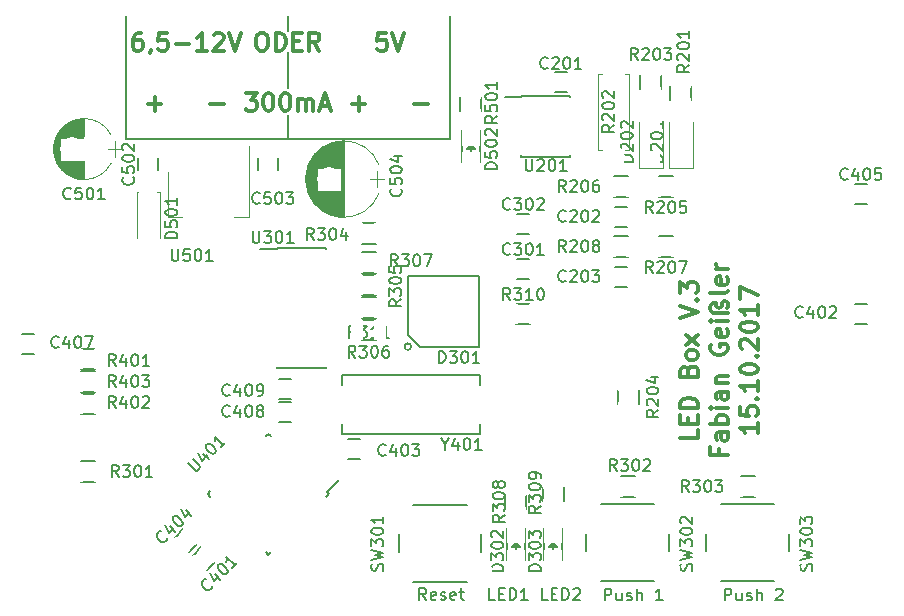
<source format=gto>
G04 #@! TF.FileFunction,Legend,Top*
%FSLAX46Y46*%
G04 Gerber Fmt 4.6, Leading zero omitted, Abs format (unit mm)*
G04 Created by KiCad (PCBNEW 4.0.7) date Monday, 16 October 2017 'PMt' 16:50:30*
%MOMM*%
%LPD*%
G01*
G04 APERTURE LIST*
%ADD10C,0.100000*%
%ADD11C,0.200000*%
%ADD12C,0.300000*%
%ADD13C,0.150000*%
%ADD14C,0.120000*%
%ADD15C,0.010000*%
%ADD16C,2.540000*%
%ADD17C,6.800000*%
%ADD18C,1.000000*%
%ADD19R,2.127200X2.127200*%
%ADD20O,2.127200X2.127200*%
%ADD21R,1.200000X2.000000*%
%ADD22R,1.000000X2.000000*%
%ADD23R,2.127200X2.432000*%
%ADD24O,2.127200X2.432000*%
%ADD25R,2.432000X2.432000*%
%ADD26O,2.432000X2.432000*%
%ADD27R,2.432000X2.127200*%
%ADD28O,2.432000X2.127200*%
%ADD29R,2.900000X2.900000*%
%ADD30C,2.900000*%
%ADD31C,2.400000*%
%ADD32R,1.950000X1.000000*%
%ADD33R,1.900000X1.000000*%
%ADD34R,6.000700X2.500580*%
%ADD35R,1.400000X1.650000*%
%ADD36R,1.650000X1.400000*%
%ADD37R,1.598880X1.598880*%
%ADD38R,1.700000X1.100000*%
%ADD39R,1.100000X1.700000*%
%ADD40R,4.200000X2.400000*%
%ADD41R,1.900000X2.400000*%
%ADD42C,2.000000*%
%ADD43O,2.000000X2.000000*%
%ADD44R,2.000000X2.000000*%
%ADD45R,1.600000X1.300000*%
G04 APERTURE END LIST*
D10*
D11*
X123120000Y-85386000D02*
X150552000Y-85386000D01*
D12*
X142257715Y-82445143D02*
X143400572Y-82445143D01*
X142829143Y-83016571D02*
X142829143Y-81873714D01*
X147543429Y-82445143D02*
X148686286Y-82445143D01*
X124985715Y-82445143D02*
X126128572Y-82445143D01*
X125557143Y-83016571D02*
X125557143Y-81873714D01*
X130271429Y-82445143D02*
X131414286Y-82445143D01*
D11*
X136836000Y-75226000D02*
X136836000Y-74972000D01*
X136836000Y-76242000D02*
X136836000Y-75226000D01*
X136836000Y-83354000D02*
X136836000Y-85386000D01*
X136836000Y-80560000D02*
X136836000Y-81068000D01*
X150552000Y-74972000D02*
X150552000Y-85386000D01*
X123120000Y-74972000D02*
X123120000Y-85386000D01*
X136836000Y-78020000D02*
X136836000Y-80560000D01*
D12*
X124414287Y-76436571D02*
X124128573Y-76436571D01*
X123985716Y-76508000D01*
X123914287Y-76579429D01*
X123771430Y-76793714D01*
X123700001Y-77079429D01*
X123700001Y-77650857D01*
X123771430Y-77793714D01*
X123842858Y-77865143D01*
X123985716Y-77936571D01*
X124271430Y-77936571D01*
X124414287Y-77865143D01*
X124485716Y-77793714D01*
X124557144Y-77650857D01*
X124557144Y-77293714D01*
X124485716Y-77150857D01*
X124414287Y-77079429D01*
X124271430Y-77008000D01*
X123985716Y-77008000D01*
X123842858Y-77079429D01*
X123771430Y-77150857D01*
X123700001Y-77293714D01*
X125271429Y-77865143D02*
X125271429Y-77936571D01*
X125200001Y-78079429D01*
X125128572Y-78150857D01*
X126628573Y-76436571D02*
X125914287Y-76436571D01*
X125842858Y-77150857D01*
X125914287Y-77079429D01*
X126057144Y-77008000D01*
X126414287Y-77008000D01*
X126557144Y-77079429D01*
X126628573Y-77150857D01*
X126700001Y-77293714D01*
X126700001Y-77650857D01*
X126628573Y-77793714D01*
X126557144Y-77865143D01*
X126414287Y-77936571D01*
X126057144Y-77936571D01*
X125914287Y-77865143D01*
X125842858Y-77793714D01*
X127342858Y-77365143D02*
X128485715Y-77365143D01*
X129985715Y-77936571D02*
X129128572Y-77936571D01*
X129557144Y-77936571D02*
X129557144Y-76436571D01*
X129414287Y-76650857D01*
X129271429Y-76793714D01*
X129128572Y-76865143D01*
X130557143Y-76579429D02*
X130628572Y-76508000D01*
X130771429Y-76436571D01*
X131128572Y-76436571D01*
X131271429Y-76508000D01*
X131342858Y-76579429D01*
X131414286Y-76722286D01*
X131414286Y-76865143D01*
X131342858Y-77079429D01*
X130485715Y-77936571D01*
X131414286Y-77936571D01*
X131842857Y-76436571D02*
X132342857Y-77936571D01*
X132842857Y-76436571D01*
X145186287Y-76436571D02*
X144472001Y-76436571D01*
X144400572Y-77150857D01*
X144472001Y-77079429D01*
X144614858Y-77008000D01*
X144972001Y-77008000D01*
X145114858Y-77079429D01*
X145186287Y-77150857D01*
X145257715Y-77293714D01*
X145257715Y-77650857D01*
X145186287Y-77793714D01*
X145114858Y-77865143D01*
X144972001Y-77936571D01*
X144614858Y-77936571D01*
X144472001Y-77865143D01*
X144400572Y-77793714D01*
X145686286Y-76436571D02*
X146186286Y-77936571D01*
X146686286Y-76436571D01*
X134514571Y-76426571D02*
X134800285Y-76426571D01*
X134943143Y-76498000D01*
X135086000Y-76640857D01*
X135157428Y-76926571D01*
X135157428Y-77426571D01*
X135086000Y-77712286D01*
X134943143Y-77855143D01*
X134800285Y-77926571D01*
X134514571Y-77926571D01*
X134371714Y-77855143D01*
X134228857Y-77712286D01*
X134157428Y-77426571D01*
X134157428Y-76926571D01*
X134228857Y-76640857D01*
X134371714Y-76498000D01*
X134514571Y-76426571D01*
X135800286Y-77926571D02*
X135800286Y-76426571D01*
X136157429Y-76426571D01*
X136371714Y-76498000D01*
X136514572Y-76640857D01*
X136586000Y-76783714D01*
X136657429Y-77069429D01*
X136657429Y-77283714D01*
X136586000Y-77569429D01*
X136514572Y-77712286D01*
X136371714Y-77855143D01*
X136157429Y-77926571D01*
X135800286Y-77926571D01*
X137300286Y-77140857D02*
X137800286Y-77140857D01*
X138014572Y-77926571D02*
X137300286Y-77926571D01*
X137300286Y-76426571D01*
X138014572Y-76426571D01*
X139514572Y-77926571D02*
X139014572Y-77212286D01*
X138657429Y-77926571D02*
X138657429Y-76426571D01*
X139228857Y-76426571D01*
X139371715Y-76498000D01*
X139443143Y-76569429D01*
X139514572Y-76712286D01*
X139514572Y-76926571D01*
X139443143Y-77069429D01*
X139371715Y-77140857D01*
X139228857Y-77212286D01*
X138657429Y-77212286D01*
X133264573Y-81526571D02*
X134193144Y-81526571D01*
X133693144Y-82098000D01*
X133907430Y-82098000D01*
X134050287Y-82169429D01*
X134121716Y-82240857D01*
X134193144Y-82383714D01*
X134193144Y-82740857D01*
X134121716Y-82883714D01*
X134050287Y-82955143D01*
X133907430Y-83026571D01*
X133478858Y-83026571D01*
X133336001Y-82955143D01*
X133264573Y-82883714D01*
X135121715Y-81526571D02*
X135264572Y-81526571D01*
X135407429Y-81598000D01*
X135478858Y-81669429D01*
X135550287Y-81812286D01*
X135621715Y-82098000D01*
X135621715Y-82455143D01*
X135550287Y-82740857D01*
X135478858Y-82883714D01*
X135407429Y-82955143D01*
X135264572Y-83026571D01*
X135121715Y-83026571D01*
X134978858Y-82955143D01*
X134907429Y-82883714D01*
X134836001Y-82740857D01*
X134764572Y-82455143D01*
X134764572Y-82098000D01*
X134836001Y-81812286D01*
X134907429Y-81669429D01*
X134978858Y-81598000D01*
X135121715Y-81526571D01*
X136550286Y-81526571D02*
X136693143Y-81526571D01*
X136836000Y-81598000D01*
X136907429Y-81669429D01*
X136978858Y-81812286D01*
X137050286Y-82098000D01*
X137050286Y-82455143D01*
X136978858Y-82740857D01*
X136907429Y-82883714D01*
X136836000Y-82955143D01*
X136693143Y-83026571D01*
X136550286Y-83026571D01*
X136407429Y-82955143D01*
X136336000Y-82883714D01*
X136264572Y-82740857D01*
X136193143Y-82455143D01*
X136193143Y-82098000D01*
X136264572Y-81812286D01*
X136336000Y-81669429D01*
X136407429Y-81598000D01*
X136550286Y-81526571D01*
X137693143Y-83026571D02*
X137693143Y-82026571D01*
X137693143Y-82169429D02*
X137764571Y-82098000D01*
X137907429Y-82026571D01*
X138121714Y-82026571D01*
X138264571Y-82098000D01*
X138336000Y-82240857D01*
X138336000Y-83026571D01*
X138336000Y-82240857D02*
X138407429Y-82098000D01*
X138550286Y-82026571D01*
X138764571Y-82026571D01*
X138907429Y-82098000D01*
X138978857Y-82240857D01*
X138978857Y-83026571D01*
X139621714Y-82598000D02*
X140336000Y-82598000D01*
X139478857Y-83026571D02*
X139978857Y-81526571D01*
X140478857Y-83026571D01*
X171540571Y-110039142D02*
X171540571Y-110753428D01*
X170040571Y-110753428D01*
X170754857Y-109539142D02*
X170754857Y-109039142D01*
X171540571Y-108824856D02*
X171540571Y-109539142D01*
X170040571Y-109539142D01*
X170040571Y-108824856D01*
X171540571Y-108181999D02*
X170040571Y-108181999D01*
X170040571Y-107824856D01*
X170112000Y-107610571D01*
X170254857Y-107467713D01*
X170397714Y-107396285D01*
X170683429Y-107324856D01*
X170897714Y-107324856D01*
X171183429Y-107396285D01*
X171326286Y-107467713D01*
X171469143Y-107610571D01*
X171540571Y-107824856D01*
X171540571Y-108181999D01*
X170754857Y-105039142D02*
X170826286Y-104824856D01*
X170897714Y-104753428D01*
X171040571Y-104681999D01*
X171254857Y-104681999D01*
X171397714Y-104753428D01*
X171469143Y-104824856D01*
X171540571Y-104967714D01*
X171540571Y-105539142D01*
X170040571Y-105539142D01*
X170040571Y-105039142D01*
X170112000Y-104896285D01*
X170183429Y-104824856D01*
X170326286Y-104753428D01*
X170469143Y-104753428D01*
X170612000Y-104824856D01*
X170683429Y-104896285D01*
X170754857Y-105039142D01*
X170754857Y-105539142D01*
X171540571Y-103824856D02*
X171469143Y-103967714D01*
X171397714Y-104039142D01*
X171254857Y-104110571D01*
X170826286Y-104110571D01*
X170683429Y-104039142D01*
X170612000Y-103967714D01*
X170540571Y-103824856D01*
X170540571Y-103610571D01*
X170612000Y-103467714D01*
X170683429Y-103396285D01*
X170826286Y-103324856D01*
X171254857Y-103324856D01*
X171397714Y-103396285D01*
X171469143Y-103467714D01*
X171540571Y-103610571D01*
X171540571Y-103824856D01*
X171540571Y-102824856D02*
X170540571Y-102039142D01*
X170540571Y-102824856D02*
X171540571Y-102039142D01*
X170040571Y-100539142D02*
X171540571Y-100039142D01*
X170040571Y-99539142D01*
X171397714Y-99039142D02*
X171469143Y-98967714D01*
X171540571Y-99039142D01*
X171469143Y-99110571D01*
X171397714Y-99039142D01*
X171540571Y-99039142D01*
X170040571Y-98467713D02*
X170040571Y-97539142D01*
X170612000Y-98039142D01*
X170612000Y-97824856D01*
X170683429Y-97681999D01*
X170754857Y-97610570D01*
X170897714Y-97539142D01*
X171254857Y-97539142D01*
X171397714Y-97610570D01*
X171469143Y-97681999D01*
X171540571Y-97824856D01*
X171540571Y-98253428D01*
X171469143Y-98396285D01*
X171397714Y-98467713D01*
X173304857Y-111681999D02*
X173304857Y-112181999D01*
X174090571Y-112181999D02*
X172590571Y-112181999D01*
X172590571Y-111467713D01*
X174090571Y-110253428D02*
X173304857Y-110253428D01*
X173162000Y-110324857D01*
X173090571Y-110467714D01*
X173090571Y-110753428D01*
X173162000Y-110896285D01*
X174019143Y-110253428D02*
X174090571Y-110396285D01*
X174090571Y-110753428D01*
X174019143Y-110896285D01*
X173876286Y-110967714D01*
X173733429Y-110967714D01*
X173590571Y-110896285D01*
X173519143Y-110753428D01*
X173519143Y-110396285D01*
X173447714Y-110253428D01*
X174090571Y-109539142D02*
X172590571Y-109539142D01*
X173162000Y-109539142D02*
X173090571Y-109396285D01*
X173090571Y-109110571D01*
X173162000Y-108967714D01*
X173233429Y-108896285D01*
X173376286Y-108824856D01*
X173804857Y-108824856D01*
X173947714Y-108896285D01*
X174019143Y-108967714D01*
X174090571Y-109110571D01*
X174090571Y-109396285D01*
X174019143Y-109539142D01*
X174090571Y-108181999D02*
X173090571Y-108181999D01*
X172590571Y-108181999D02*
X172662000Y-108253428D01*
X172733429Y-108181999D01*
X172662000Y-108110571D01*
X172590571Y-108181999D01*
X172733429Y-108181999D01*
X174090571Y-106824856D02*
X173304857Y-106824856D01*
X173162000Y-106896285D01*
X173090571Y-107039142D01*
X173090571Y-107324856D01*
X173162000Y-107467713D01*
X174019143Y-106824856D02*
X174090571Y-106967713D01*
X174090571Y-107324856D01*
X174019143Y-107467713D01*
X173876286Y-107539142D01*
X173733429Y-107539142D01*
X173590571Y-107467713D01*
X173519143Y-107324856D01*
X173519143Y-106967713D01*
X173447714Y-106824856D01*
X173090571Y-106110570D02*
X174090571Y-106110570D01*
X173233429Y-106110570D02*
X173162000Y-106039142D01*
X173090571Y-105896284D01*
X173090571Y-105681999D01*
X173162000Y-105539142D01*
X173304857Y-105467713D01*
X174090571Y-105467713D01*
X172662000Y-102824856D02*
X172590571Y-102967713D01*
X172590571Y-103181999D01*
X172662000Y-103396284D01*
X172804857Y-103539142D01*
X172947714Y-103610570D01*
X173233429Y-103681999D01*
X173447714Y-103681999D01*
X173733429Y-103610570D01*
X173876286Y-103539142D01*
X174019143Y-103396284D01*
X174090571Y-103181999D01*
X174090571Y-103039142D01*
X174019143Y-102824856D01*
X173947714Y-102753427D01*
X173447714Y-102753427D01*
X173447714Y-103039142D01*
X174019143Y-101539142D02*
X174090571Y-101681999D01*
X174090571Y-101967713D01*
X174019143Y-102110570D01*
X173876286Y-102181999D01*
X173304857Y-102181999D01*
X173162000Y-102110570D01*
X173090571Y-101967713D01*
X173090571Y-101681999D01*
X173162000Y-101539142D01*
X173304857Y-101467713D01*
X173447714Y-101467713D01*
X173590571Y-102181999D01*
X174090571Y-100824856D02*
X173090571Y-100824856D01*
X172590571Y-100824856D02*
X172662000Y-100896285D01*
X172733429Y-100824856D01*
X172662000Y-100753428D01*
X172590571Y-100824856D01*
X172733429Y-100824856D01*
X174090571Y-100110570D02*
X172876286Y-100110570D01*
X172733429Y-100039142D01*
X172662000Y-99967713D01*
X172590571Y-99824856D01*
X172590571Y-99610570D01*
X172662000Y-99467713D01*
X172733429Y-99396284D01*
X172876286Y-99324856D01*
X173090571Y-99324856D01*
X173090571Y-99539142D01*
X173162000Y-99681999D01*
X173304857Y-99753427D01*
X173376286Y-99753427D01*
X173519143Y-99681999D01*
X173590571Y-99539142D01*
X173590571Y-99324856D01*
X173662000Y-99181999D01*
X173804857Y-99110570D01*
X173876286Y-99110570D01*
X174019143Y-99181999D01*
X174090571Y-99324856D01*
X174090571Y-99610570D01*
X174019143Y-99753427D01*
X174090571Y-98253427D02*
X174019143Y-98396285D01*
X173876286Y-98467713D01*
X172590571Y-98467713D01*
X174019143Y-97110571D02*
X174090571Y-97253428D01*
X174090571Y-97539142D01*
X174019143Y-97681999D01*
X173876286Y-97753428D01*
X173304857Y-97753428D01*
X173162000Y-97681999D01*
X173090571Y-97539142D01*
X173090571Y-97253428D01*
X173162000Y-97110571D01*
X173304857Y-97039142D01*
X173447714Y-97039142D01*
X173590571Y-97753428D01*
X174090571Y-96396285D02*
X173090571Y-96396285D01*
X173376286Y-96396285D02*
X173233429Y-96324857D01*
X173162000Y-96253428D01*
X173090571Y-96110571D01*
X173090571Y-95967714D01*
X176640571Y-109467713D02*
X176640571Y-110324856D01*
X176640571Y-109896284D02*
X175140571Y-109896284D01*
X175354857Y-110039141D01*
X175497714Y-110181999D01*
X175569143Y-110324856D01*
X175140571Y-108110570D02*
X175140571Y-108824856D01*
X175854857Y-108896285D01*
X175783429Y-108824856D01*
X175712000Y-108681999D01*
X175712000Y-108324856D01*
X175783429Y-108181999D01*
X175854857Y-108110570D01*
X175997714Y-108039142D01*
X176354857Y-108039142D01*
X176497714Y-108110570D01*
X176569143Y-108181999D01*
X176640571Y-108324856D01*
X176640571Y-108681999D01*
X176569143Y-108824856D01*
X176497714Y-108896285D01*
X176497714Y-107396285D02*
X176569143Y-107324857D01*
X176640571Y-107396285D01*
X176569143Y-107467714D01*
X176497714Y-107396285D01*
X176640571Y-107396285D01*
X176640571Y-105896285D02*
X176640571Y-106753428D01*
X176640571Y-106324856D02*
X175140571Y-106324856D01*
X175354857Y-106467713D01*
X175497714Y-106610571D01*
X175569143Y-106753428D01*
X175140571Y-104967714D02*
X175140571Y-104824857D01*
X175212000Y-104682000D01*
X175283429Y-104610571D01*
X175426286Y-104539142D01*
X175712000Y-104467714D01*
X176069143Y-104467714D01*
X176354857Y-104539142D01*
X176497714Y-104610571D01*
X176569143Y-104682000D01*
X176640571Y-104824857D01*
X176640571Y-104967714D01*
X176569143Y-105110571D01*
X176497714Y-105182000D01*
X176354857Y-105253428D01*
X176069143Y-105324857D01*
X175712000Y-105324857D01*
X175426286Y-105253428D01*
X175283429Y-105182000D01*
X175212000Y-105110571D01*
X175140571Y-104967714D01*
X176497714Y-103824857D02*
X176569143Y-103753429D01*
X176640571Y-103824857D01*
X176569143Y-103896286D01*
X176497714Y-103824857D01*
X176640571Y-103824857D01*
X175283429Y-103182000D02*
X175212000Y-103110571D01*
X175140571Y-102967714D01*
X175140571Y-102610571D01*
X175212000Y-102467714D01*
X175283429Y-102396285D01*
X175426286Y-102324857D01*
X175569143Y-102324857D01*
X175783429Y-102396285D01*
X176640571Y-103253428D01*
X176640571Y-102324857D01*
X175140571Y-101396286D02*
X175140571Y-101253429D01*
X175212000Y-101110572D01*
X175283429Y-101039143D01*
X175426286Y-100967714D01*
X175712000Y-100896286D01*
X176069143Y-100896286D01*
X176354857Y-100967714D01*
X176497714Y-101039143D01*
X176569143Y-101110572D01*
X176640571Y-101253429D01*
X176640571Y-101396286D01*
X176569143Y-101539143D01*
X176497714Y-101610572D01*
X176354857Y-101682000D01*
X176069143Y-101753429D01*
X175712000Y-101753429D01*
X175426286Y-101682000D01*
X175283429Y-101610572D01*
X175212000Y-101539143D01*
X175140571Y-101396286D01*
X176640571Y-99467715D02*
X176640571Y-100324858D01*
X176640571Y-99896286D02*
X175140571Y-99896286D01*
X175354857Y-100039143D01*
X175497714Y-100182001D01*
X175569143Y-100324858D01*
X175140571Y-98967715D02*
X175140571Y-97967715D01*
X176640571Y-98610572D01*
D13*
X147282843Y-103000000D02*
G75*
G03X147282843Y-103000000I-282843J0D01*
G01*
X153000000Y-97000000D02*
X147000000Y-97000000D01*
X153000000Y-103000000D02*
X153000000Y-97000000D01*
X148000000Y-103000000D02*
X153000000Y-103000000D01*
X147000000Y-102000000D02*
X148000000Y-103000000D01*
X147000000Y-97000000D02*
X147000000Y-102000000D01*
X147465000Y-122890000D02*
X151965000Y-122890000D01*
X146215000Y-118890000D02*
X146215000Y-120390000D01*
X151965000Y-116390000D02*
X147465000Y-116390000D01*
X153215000Y-120390000D02*
X153215000Y-118890000D01*
X163340000Y-122835000D02*
X167840000Y-122835000D01*
X162090000Y-118835000D02*
X162090000Y-120335000D01*
X167840000Y-116335000D02*
X163340000Y-116335000D01*
X169090000Y-120335000D02*
X169090000Y-118835000D01*
X173500000Y-122835000D02*
X178000000Y-122835000D01*
X172250000Y-118835000D02*
X172250000Y-120335000D01*
X178000000Y-116335000D02*
X173500000Y-116335000D01*
X179250000Y-120335000D02*
X179250000Y-118835000D01*
X156605000Y-81795000D02*
X156605000Y-81845000D01*
X160755000Y-81795000D02*
X160755000Y-81940000D01*
X160755000Y-86945000D02*
X160755000Y-86800000D01*
X156605000Y-86945000D02*
X156605000Y-86800000D01*
X156605000Y-81795000D02*
X160755000Y-81795000D01*
X156605000Y-86945000D02*
X160755000Y-86945000D01*
X156605000Y-81845000D02*
X155205000Y-81845000D01*
X135890000Y-94690000D02*
X135890000Y-94715000D01*
X140040000Y-94690000D02*
X140040000Y-94795000D01*
X140040000Y-104840000D02*
X140040000Y-104735000D01*
X135890000Y-104840000D02*
X135890000Y-104735000D01*
X135890000Y-94690000D02*
X140040000Y-94690000D01*
X135890000Y-104840000D02*
X140040000Y-104840000D01*
X135890000Y-94715000D02*
X134515000Y-94715000D01*
X141400380Y-110364360D02*
X153099620Y-110364360D01*
X153099620Y-105365640D02*
X141400380Y-105365640D01*
X153099620Y-110364360D02*
X153099620Y-109516000D01*
X153099620Y-105365640D02*
X153099620Y-106214000D01*
X141400380Y-110364360D02*
X141400380Y-109516000D01*
X141400380Y-105365640D02*
X141400380Y-106214000D01*
X140311524Y-115485000D02*
X140152425Y-115325901D01*
X135185000Y-120611524D02*
X134955190Y-120381714D01*
X130058476Y-115485000D02*
X130288286Y-115714810D01*
X135185000Y-110358476D02*
X135414810Y-110588286D01*
X140311524Y-115485000D02*
X140081714Y-115714810D01*
X135185000Y-110358476D02*
X134955190Y-110588286D01*
X130058476Y-115485000D02*
X130288286Y-115255190D01*
X135185000Y-120611524D02*
X135414810Y-120381714D01*
X140152425Y-115325901D02*
X141160052Y-114318274D01*
X159450000Y-81410000D02*
X160450000Y-81410000D01*
X160450000Y-79710000D02*
X159450000Y-79710000D01*
X164530000Y-92840000D02*
X165530000Y-92840000D01*
X165530000Y-91140000D02*
X164530000Y-91140000D01*
X164530000Y-97920000D02*
X165530000Y-97920000D01*
X165530000Y-96220000D02*
X164530000Y-96220000D01*
X157275000Y-95585000D02*
X156275000Y-95585000D01*
X156275000Y-97285000D02*
X157275000Y-97285000D01*
X157275000Y-91775000D02*
X156275000Y-91775000D01*
X156275000Y-93475000D02*
X157275000Y-93475000D01*
X129476513Y-119991406D02*
X128769406Y-120698513D01*
X129971487Y-121900594D02*
X130678594Y-121193487D01*
X185850000Y-99395000D02*
X184850000Y-99395000D01*
X184850000Y-101095000D02*
X185850000Y-101095000D01*
X141940000Y-112525000D02*
X142940000Y-112525000D01*
X142940000Y-110825000D02*
X141940000Y-110825000D01*
X128447487Y-120376594D02*
X129154594Y-119669487D01*
X127952513Y-118467406D02*
X127245406Y-119174513D01*
X185850000Y-89235000D02*
X184850000Y-89235000D01*
X184850000Y-90935000D02*
X185850000Y-90935000D01*
X114365000Y-103635000D02*
X115365000Y-103635000D01*
X115365000Y-101935000D02*
X114365000Y-101935000D01*
X136082000Y-109350000D02*
X137082000Y-109350000D01*
X137082000Y-107650000D02*
X136082000Y-107650000D01*
X136082000Y-107445000D02*
X137082000Y-107445000D01*
X137082000Y-105745000D02*
X136082000Y-105745000D01*
X124175000Y-87045000D02*
X124175000Y-88045000D01*
X125875000Y-88045000D02*
X125875000Y-87045000D01*
X134335000Y-87045000D02*
X134335000Y-88045000D01*
X136035000Y-88045000D02*
X136035000Y-87045000D01*
X155390000Y-118330000D02*
X155390000Y-121030000D01*
X156890000Y-118330000D02*
X156890000Y-121030000D01*
X155990000Y-119830000D02*
X156240000Y-119830000D01*
X156240000Y-119830000D02*
X156090000Y-119680000D01*
X156490000Y-119580000D02*
X155790000Y-119580000D01*
X156140000Y-119930000D02*
X156140000Y-120280000D01*
X156140000Y-119580000D02*
X156490000Y-119930000D01*
X156490000Y-119930000D02*
X155790000Y-119930000D01*
X155790000Y-119930000D02*
X156140000Y-119580000D01*
X158565000Y-118330000D02*
X158565000Y-121030000D01*
X160065000Y-118330000D02*
X160065000Y-121030000D01*
X159165000Y-119830000D02*
X159415000Y-119830000D01*
X159415000Y-119830000D02*
X159265000Y-119680000D01*
X159665000Y-119580000D02*
X158965000Y-119580000D01*
X159315000Y-119930000D02*
X159315000Y-120280000D01*
X159315000Y-119580000D02*
X159665000Y-119930000D01*
X159665000Y-119930000D02*
X158965000Y-119930000D01*
X158965000Y-119930000D02*
X159315000Y-119580000D01*
X164790000Y-107830000D02*
X164790000Y-106630000D01*
X166540000Y-106630000D02*
X166540000Y-107830000D01*
X169440000Y-90325000D02*
X168240000Y-90325000D01*
X168240000Y-88575000D02*
X169440000Y-88575000D01*
X164430000Y-88575000D02*
X165630000Y-88575000D01*
X165630000Y-90325000D02*
X164430000Y-90325000D01*
X168240000Y-93655000D02*
X169440000Y-93655000D01*
X169440000Y-95405000D02*
X168240000Y-95405000D01*
X164430000Y-93655000D02*
X165630000Y-93655000D01*
X165630000Y-95405000D02*
X164430000Y-95405000D01*
X119345000Y-112705000D02*
X120545000Y-112705000D01*
X120545000Y-114455000D02*
X119345000Y-114455000D01*
X165065000Y-113975000D02*
X166265000Y-113975000D01*
X166265000Y-115725000D02*
X165065000Y-115725000D01*
X175225000Y-113975000D02*
X176425000Y-113975000D01*
X176425000Y-115725000D02*
X175225000Y-115725000D01*
X143080000Y-92540000D02*
X144280000Y-92540000D01*
X144280000Y-94290000D02*
X143080000Y-94290000D01*
X143080000Y-96915000D02*
X144280000Y-96915000D01*
X144280000Y-98665000D02*
X143080000Y-98665000D01*
X143080000Y-100725000D02*
X144280000Y-100725000D01*
X144280000Y-102475000D02*
X143080000Y-102475000D01*
X143080000Y-95010000D02*
X144280000Y-95010000D01*
X144280000Y-96760000D02*
X143080000Y-96760000D01*
X157015000Y-115520000D02*
X157015000Y-116720000D01*
X155265000Y-116720000D02*
X155265000Y-115520000D01*
X160190000Y-114885000D02*
X160190000Y-116085000D01*
X158440000Y-116085000D02*
X158440000Y-114885000D01*
X157375000Y-101120000D02*
X156175000Y-101120000D01*
X156175000Y-99370000D02*
X157375000Y-99370000D01*
X119345000Y-103180000D02*
X120545000Y-103180000D01*
X120545000Y-104930000D02*
X119345000Y-104930000D01*
X119345000Y-106990000D02*
X120545000Y-106990000D01*
X120545000Y-108740000D02*
X119345000Y-108740000D01*
X119345000Y-105085000D02*
X120545000Y-105085000D01*
X120545000Y-106835000D02*
X119345000Y-106835000D01*
D14*
X126695000Y-91995000D02*
X127955000Y-91995000D01*
X133515000Y-91995000D02*
X132255000Y-91995000D01*
X126695000Y-88235000D02*
X126695000Y-91995000D01*
X133515000Y-85985000D02*
X133515000Y-91995000D01*
X163415000Y-86310000D02*
X163085000Y-86310000D01*
X163085000Y-86310000D02*
X163085000Y-79890000D01*
X163085000Y-79890000D02*
X163415000Y-79890000D01*
X165375000Y-86310000D02*
X165705000Y-86310000D01*
X165705000Y-86310000D02*
X165705000Y-79890000D01*
X165705000Y-79890000D02*
X165375000Y-79890000D01*
D13*
X169235000Y-82115000D02*
X169235000Y-80915000D01*
X170985000Y-80915000D02*
X170985000Y-82115000D01*
X168445000Y-79960000D02*
X168445000Y-81160000D01*
X166695000Y-81160000D02*
X166695000Y-79960000D01*
X151580000Y-84675000D02*
X151580000Y-87375000D01*
X153080000Y-84675000D02*
X153080000Y-87375000D01*
X152180000Y-86175000D02*
X152430000Y-86175000D01*
X152430000Y-86175000D02*
X152280000Y-86025000D01*
X152680000Y-85925000D02*
X151980000Y-85925000D01*
X152330000Y-86275000D02*
X152330000Y-86625000D01*
X152330000Y-85925000D02*
X152680000Y-86275000D01*
X152680000Y-86275000D02*
X151980000Y-86275000D01*
X151980000Y-86275000D02*
X152330000Y-85925000D01*
X153205000Y-81865000D02*
X153205000Y-83065000D01*
X151455000Y-83065000D02*
X151455000Y-81865000D01*
D14*
X138537180Y-89994136D02*
G75*
G03X144572482Y-89995000I3017820J1179136D01*
G01*
X138537180Y-87635864D02*
G75*
G02X144572482Y-87635000I3017820J-1179136D01*
G01*
X138537180Y-87635864D02*
G75*
G03X138537518Y-89995000I3017820J-1179136D01*
G01*
X141555000Y-92015000D02*
X141555000Y-85615000D01*
X141515000Y-92015000D02*
X141515000Y-85615000D01*
X141475000Y-92015000D02*
X141475000Y-85615000D01*
X141435000Y-92013000D02*
X141435000Y-85617000D01*
X141395000Y-92012000D02*
X141395000Y-85618000D01*
X141355000Y-92009000D02*
X141355000Y-85621000D01*
X141315000Y-92007000D02*
X141315000Y-85623000D01*
X141275000Y-92003000D02*
X141275000Y-89795000D01*
X141275000Y-87835000D02*
X141275000Y-85627000D01*
X141235000Y-92000000D02*
X141235000Y-89795000D01*
X141235000Y-87835000D02*
X141235000Y-85630000D01*
X141195000Y-91995000D02*
X141195000Y-89795000D01*
X141195000Y-87835000D02*
X141195000Y-85635000D01*
X141155000Y-91991000D02*
X141155000Y-89795000D01*
X141155000Y-87835000D02*
X141155000Y-85639000D01*
X141115000Y-91985000D02*
X141115000Y-89795000D01*
X141115000Y-87835000D02*
X141115000Y-85645000D01*
X141075000Y-91980000D02*
X141075000Y-89795000D01*
X141075000Y-87835000D02*
X141075000Y-85650000D01*
X141035000Y-91973000D02*
X141035000Y-89795000D01*
X141035000Y-87835000D02*
X141035000Y-85657000D01*
X140995000Y-91967000D02*
X140995000Y-89795000D01*
X140995000Y-87835000D02*
X140995000Y-85663000D01*
X140955000Y-91959000D02*
X140955000Y-89795000D01*
X140955000Y-87835000D02*
X140955000Y-85671000D01*
X140915000Y-91952000D02*
X140915000Y-89795000D01*
X140915000Y-87835000D02*
X140915000Y-85678000D01*
X140875000Y-91943000D02*
X140875000Y-89795000D01*
X140875000Y-87835000D02*
X140875000Y-85687000D01*
X140834000Y-91934000D02*
X140834000Y-89795000D01*
X140834000Y-87835000D02*
X140834000Y-85696000D01*
X140794000Y-91925000D02*
X140794000Y-89795000D01*
X140794000Y-87835000D02*
X140794000Y-85705000D01*
X140754000Y-91915000D02*
X140754000Y-89795000D01*
X140754000Y-87835000D02*
X140754000Y-85715000D01*
X140714000Y-91905000D02*
X140714000Y-89795000D01*
X140714000Y-87835000D02*
X140714000Y-85725000D01*
X140674000Y-91894000D02*
X140674000Y-89795000D01*
X140674000Y-87835000D02*
X140674000Y-85736000D01*
X140634000Y-91882000D02*
X140634000Y-89795000D01*
X140634000Y-87835000D02*
X140634000Y-85748000D01*
X140594000Y-91870000D02*
X140594000Y-89795000D01*
X140594000Y-87835000D02*
X140594000Y-85760000D01*
X140554000Y-91857000D02*
X140554000Y-89795000D01*
X140554000Y-87835000D02*
X140554000Y-85773000D01*
X140514000Y-91844000D02*
X140514000Y-89795000D01*
X140514000Y-87835000D02*
X140514000Y-85786000D01*
X140474000Y-91830000D02*
X140474000Y-89795000D01*
X140474000Y-87835000D02*
X140474000Y-85800000D01*
X140434000Y-91816000D02*
X140434000Y-89795000D01*
X140434000Y-87835000D02*
X140434000Y-85814000D01*
X140394000Y-91801000D02*
X140394000Y-89795000D01*
X140394000Y-87835000D02*
X140394000Y-85829000D01*
X140354000Y-91785000D02*
X140354000Y-89795000D01*
X140354000Y-87835000D02*
X140354000Y-85845000D01*
X140314000Y-91769000D02*
X140314000Y-89795000D01*
X140314000Y-87835000D02*
X140314000Y-85861000D01*
X140274000Y-91752000D02*
X140274000Y-89795000D01*
X140274000Y-87835000D02*
X140274000Y-85878000D01*
X140234000Y-91734000D02*
X140234000Y-89795000D01*
X140234000Y-87835000D02*
X140234000Y-85896000D01*
X140194000Y-91716000D02*
X140194000Y-89795000D01*
X140194000Y-87835000D02*
X140194000Y-85914000D01*
X140154000Y-91697000D02*
X140154000Y-89795000D01*
X140154000Y-87835000D02*
X140154000Y-85933000D01*
X140114000Y-91678000D02*
X140114000Y-89795000D01*
X140114000Y-87835000D02*
X140114000Y-85952000D01*
X140074000Y-91658000D02*
X140074000Y-89795000D01*
X140074000Y-87835000D02*
X140074000Y-85972000D01*
X140034000Y-91637000D02*
X140034000Y-89795000D01*
X140034000Y-87835000D02*
X140034000Y-85993000D01*
X139994000Y-91615000D02*
X139994000Y-89795000D01*
X139994000Y-87835000D02*
X139994000Y-86015000D01*
X139954000Y-91593000D02*
X139954000Y-89795000D01*
X139954000Y-87835000D02*
X139954000Y-86037000D01*
X139914000Y-91570000D02*
X139914000Y-89795000D01*
X139914000Y-87835000D02*
X139914000Y-86060000D01*
X139874000Y-91546000D02*
X139874000Y-89795000D01*
X139874000Y-87835000D02*
X139874000Y-86084000D01*
X139834000Y-91521000D02*
X139834000Y-89795000D01*
X139834000Y-87835000D02*
X139834000Y-86109000D01*
X139794000Y-91496000D02*
X139794000Y-89795000D01*
X139794000Y-87835000D02*
X139794000Y-86134000D01*
X139754000Y-91469000D02*
X139754000Y-89795000D01*
X139754000Y-87835000D02*
X139754000Y-86161000D01*
X139714000Y-91442000D02*
X139714000Y-89795000D01*
X139714000Y-87835000D02*
X139714000Y-86188000D01*
X139674000Y-91414000D02*
X139674000Y-89795000D01*
X139674000Y-87835000D02*
X139674000Y-86216000D01*
X139634000Y-91385000D02*
X139634000Y-89795000D01*
X139634000Y-87835000D02*
X139634000Y-86245000D01*
X139594000Y-91355000D02*
X139594000Y-89795000D01*
X139594000Y-87835000D02*
X139594000Y-86275000D01*
X139554000Y-91325000D02*
X139554000Y-89795000D01*
X139554000Y-87835000D02*
X139554000Y-86305000D01*
X139514000Y-91293000D02*
X139514000Y-89795000D01*
X139514000Y-87835000D02*
X139514000Y-86337000D01*
X139474000Y-91260000D02*
X139474000Y-89795000D01*
X139474000Y-87835000D02*
X139474000Y-86370000D01*
X139434000Y-91226000D02*
X139434000Y-89795000D01*
X139434000Y-87835000D02*
X139434000Y-86404000D01*
X139394000Y-91190000D02*
X139394000Y-89795000D01*
X139394000Y-87835000D02*
X139394000Y-86440000D01*
X139354000Y-91154000D02*
X139354000Y-89795000D01*
X139354000Y-87835000D02*
X139354000Y-86476000D01*
X139314000Y-91116000D02*
X139314000Y-86514000D01*
X139274000Y-91077000D02*
X139274000Y-86553000D01*
X139234000Y-91037000D02*
X139234000Y-86593000D01*
X139194000Y-90995000D02*
X139194000Y-86635000D01*
X139154000Y-90952000D02*
X139154000Y-86678000D01*
X139114000Y-90907000D02*
X139114000Y-86723000D01*
X139074000Y-90860000D02*
X139074000Y-86770000D01*
X139034000Y-90812000D02*
X139034000Y-86818000D01*
X138994000Y-90761000D02*
X138994000Y-86869000D01*
X138954000Y-90709000D02*
X138954000Y-86921000D01*
X138914000Y-90654000D02*
X138914000Y-86976000D01*
X138874000Y-90596000D02*
X138874000Y-87034000D01*
X138834000Y-90536000D02*
X138834000Y-87094000D01*
X138794000Y-90473000D02*
X138794000Y-87157000D01*
X138754000Y-90406000D02*
X138754000Y-87224000D01*
X138714000Y-90335000D02*
X138714000Y-87295000D01*
X138674000Y-90260000D02*
X138674000Y-87370000D01*
X138634000Y-90179000D02*
X138634000Y-87451000D01*
X138594000Y-90093000D02*
X138594000Y-87537000D01*
X138554000Y-89999000D02*
X138554000Y-87631000D01*
X138514000Y-89896000D02*
X138514000Y-87734000D01*
X138474000Y-89781000D02*
X138474000Y-87849000D01*
X138434000Y-89649000D02*
X138434000Y-87981000D01*
X138394000Y-89491000D02*
X138394000Y-88139000D01*
X138354000Y-89283000D02*
X138354000Y-88347000D01*
X145005000Y-88815000D02*
X143805000Y-88815000D01*
X144405000Y-89465000D02*
X144405000Y-88165000D01*
D13*
X143080000Y-98820000D02*
X144280000Y-98820000D01*
X144280000Y-100570000D02*
X143080000Y-100570000D01*
D14*
X117274278Y-87454723D02*
G75*
G03X121885580Y-87455000I2305722J1179723D01*
G01*
X117274278Y-85095277D02*
G75*
G02X121885580Y-85095000I2305722J-1179723D01*
G01*
X117274278Y-85095277D02*
G75*
G03X117274420Y-87455000I2305722J-1179723D01*
G01*
X119580000Y-88825000D02*
X119580000Y-83725000D01*
X119540000Y-88825000D02*
X119540000Y-87255000D01*
X119540000Y-85295000D02*
X119540000Y-83725000D01*
X119500000Y-88824000D02*
X119500000Y-87255000D01*
X119500000Y-85295000D02*
X119500000Y-83726000D01*
X119460000Y-88823000D02*
X119460000Y-87255000D01*
X119460000Y-85295000D02*
X119460000Y-83727000D01*
X119420000Y-88821000D02*
X119420000Y-87255000D01*
X119420000Y-85295000D02*
X119420000Y-83729000D01*
X119380000Y-88818000D02*
X119380000Y-87255000D01*
X119380000Y-85295000D02*
X119380000Y-83732000D01*
X119340000Y-88814000D02*
X119340000Y-87255000D01*
X119340000Y-85295000D02*
X119340000Y-83736000D01*
X119300000Y-88810000D02*
X119300000Y-87255000D01*
X119300000Y-85295000D02*
X119300000Y-83740000D01*
X119260000Y-88806000D02*
X119260000Y-87255000D01*
X119260000Y-85295000D02*
X119260000Y-83744000D01*
X119220000Y-88800000D02*
X119220000Y-87255000D01*
X119220000Y-85295000D02*
X119220000Y-83750000D01*
X119180000Y-88794000D02*
X119180000Y-87255000D01*
X119180000Y-85295000D02*
X119180000Y-83756000D01*
X119140000Y-88788000D02*
X119140000Y-87255000D01*
X119140000Y-85295000D02*
X119140000Y-83762000D01*
X119100000Y-88781000D02*
X119100000Y-87255000D01*
X119100000Y-85295000D02*
X119100000Y-83769000D01*
X119060000Y-88773000D02*
X119060000Y-87255000D01*
X119060000Y-85295000D02*
X119060000Y-83777000D01*
X119020000Y-88764000D02*
X119020000Y-87255000D01*
X119020000Y-85295000D02*
X119020000Y-83786000D01*
X118980000Y-88755000D02*
X118980000Y-87255000D01*
X118980000Y-85295000D02*
X118980000Y-83795000D01*
X118940000Y-88745000D02*
X118940000Y-87255000D01*
X118940000Y-85295000D02*
X118940000Y-83805000D01*
X118900000Y-88735000D02*
X118900000Y-87255000D01*
X118900000Y-85295000D02*
X118900000Y-83815000D01*
X118859000Y-88723000D02*
X118859000Y-87255000D01*
X118859000Y-85295000D02*
X118859000Y-83827000D01*
X118819000Y-88711000D02*
X118819000Y-87255000D01*
X118819000Y-85295000D02*
X118819000Y-83839000D01*
X118779000Y-88699000D02*
X118779000Y-87255000D01*
X118779000Y-85295000D02*
X118779000Y-83851000D01*
X118739000Y-88685000D02*
X118739000Y-87255000D01*
X118739000Y-85295000D02*
X118739000Y-83865000D01*
X118699000Y-88671000D02*
X118699000Y-87255000D01*
X118699000Y-85295000D02*
X118699000Y-83879000D01*
X118659000Y-88657000D02*
X118659000Y-87255000D01*
X118659000Y-85295000D02*
X118659000Y-83893000D01*
X118619000Y-88641000D02*
X118619000Y-87255000D01*
X118619000Y-85295000D02*
X118619000Y-83909000D01*
X118579000Y-88625000D02*
X118579000Y-87255000D01*
X118579000Y-85295000D02*
X118579000Y-83925000D01*
X118539000Y-88608000D02*
X118539000Y-87255000D01*
X118539000Y-85295000D02*
X118539000Y-83942000D01*
X118499000Y-88590000D02*
X118499000Y-87255000D01*
X118499000Y-85295000D02*
X118499000Y-83960000D01*
X118459000Y-88571000D02*
X118459000Y-87255000D01*
X118459000Y-85295000D02*
X118459000Y-83979000D01*
X118419000Y-88551000D02*
X118419000Y-87255000D01*
X118419000Y-85295000D02*
X118419000Y-83999000D01*
X118379000Y-88531000D02*
X118379000Y-87255000D01*
X118379000Y-85295000D02*
X118379000Y-84019000D01*
X118339000Y-88509000D02*
X118339000Y-87255000D01*
X118339000Y-85295000D02*
X118339000Y-84041000D01*
X118299000Y-88487000D02*
X118299000Y-87255000D01*
X118299000Y-85295000D02*
X118299000Y-84063000D01*
X118259000Y-88464000D02*
X118259000Y-87255000D01*
X118259000Y-85295000D02*
X118259000Y-84086000D01*
X118219000Y-88440000D02*
X118219000Y-87255000D01*
X118219000Y-85295000D02*
X118219000Y-84110000D01*
X118179000Y-88415000D02*
X118179000Y-87255000D01*
X118179000Y-85295000D02*
X118179000Y-84135000D01*
X118139000Y-88388000D02*
X118139000Y-87255000D01*
X118139000Y-85295000D02*
X118139000Y-84162000D01*
X118099000Y-88361000D02*
X118099000Y-87255000D01*
X118099000Y-85295000D02*
X118099000Y-84189000D01*
X118059000Y-88333000D02*
X118059000Y-87255000D01*
X118059000Y-85295000D02*
X118059000Y-84217000D01*
X118019000Y-88303000D02*
X118019000Y-87255000D01*
X118019000Y-85295000D02*
X118019000Y-84247000D01*
X117979000Y-88272000D02*
X117979000Y-87255000D01*
X117979000Y-85295000D02*
X117979000Y-84278000D01*
X117939000Y-88240000D02*
X117939000Y-87255000D01*
X117939000Y-85295000D02*
X117939000Y-84310000D01*
X117899000Y-88207000D02*
X117899000Y-87255000D01*
X117899000Y-85295000D02*
X117899000Y-84343000D01*
X117859000Y-88172000D02*
X117859000Y-87255000D01*
X117859000Y-85295000D02*
X117859000Y-84378000D01*
X117819000Y-88136000D02*
X117819000Y-87255000D01*
X117819000Y-85295000D02*
X117819000Y-84414000D01*
X117779000Y-88098000D02*
X117779000Y-87255000D01*
X117779000Y-85295000D02*
X117779000Y-84452000D01*
X117739000Y-88058000D02*
X117739000Y-87255000D01*
X117739000Y-85295000D02*
X117739000Y-84492000D01*
X117699000Y-88017000D02*
X117699000Y-87255000D01*
X117699000Y-85295000D02*
X117699000Y-84533000D01*
X117659000Y-87974000D02*
X117659000Y-87255000D01*
X117659000Y-85295000D02*
X117659000Y-84576000D01*
X117619000Y-87929000D02*
X117619000Y-87255000D01*
X117619000Y-85295000D02*
X117619000Y-84621000D01*
X117579000Y-87881000D02*
X117579000Y-84669000D01*
X117539000Y-87831000D02*
X117539000Y-84719000D01*
X117499000Y-87779000D02*
X117499000Y-84771000D01*
X117459000Y-87723000D02*
X117459000Y-84827000D01*
X117419000Y-87665000D02*
X117419000Y-84885000D01*
X117379000Y-87602000D02*
X117379000Y-84948000D01*
X117339000Y-87536000D02*
X117339000Y-85014000D01*
X117299000Y-87464000D02*
X117299000Y-85086000D01*
X117259000Y-87387000D02*
X117259000Y-85163000D01*
X117219000Y-87303000D02*
X117219000Y-85247000D01*
X117179000Y-87209000D02*
X117179000Y-85341000D01*
X117139000Y-87104000D02*
X117139000Y-85446000D01*
X117099000Y-86982000D02*
X117099000Y-85568000D01*
X117059000Y-86834000D02*
X117059000Y-85716000D01*
X117019000Y-86629000D02*
X117019000Y-85921000D01*
X122780000Y-86275000D02*
X121580000Y-86275000D01*
X122180000Y-86925000D02*
X122180000Y-85625000D01*
X169110000Y-87890000D02*
X171110000Y-87890000D01*
X171110000Y-87890000D02*
X171110000Y-83990000D01*
X169110000Y-87890000D02*
X169110000Y-83990000D01*
X166570000Y-87890000D02*
X168570000Y-87890000D01*
X168570000Y-87890000D02*
X168570000Y-83990000D01*
X166570000Y-87890000D02*
X166570000Y-83990000D01*
X126025000Y-89895000D02*
X124025000Y-89895000D01*
X124025000Y-89895000D02*
X124025000Y-93795000D01*
X126025000Y-89895000D02*
X126025000Y-93795000D01*
D13*
X149623524Y-104380381D02*
X149623524Y-103380381D01*
X149861619Y-103380381D01*
X150004477Y-103428000D01*
X150099715Y-103523238D01*
X150147334Y-103618476D01*
X150194953Y-103808952D01*
X150194953Y-103951810D01*
X150147334Y-104142286D01*
X150099715Y-104237524D01*
X150004477Y-104332762D01*
X149861619Y-104380381D01*
X149623524Y-104380381D01*
X150528286Y-103380381D02*
X151147334Y-103380381D01*
X150814000Y-103761333D01*
X150956858Y-103761333D01*
X151052096Y-103808952D01*
X151099715Y-103856571D01*
X151147334Y-103951810D01*
X151147334Y-104189905D01*
X151099715Y-104285143D01*
X151052096Y-104332762D01*
X150956858Y-104380381D01*
X150671143Y-104380381D01*
X150575905Y-104332762D01*
X150528286Y-104285143D01*
X151766381Y-103380381D02*
X151861620Y-103380381D01*
X151956858Y-103428000D01*
X152004477Y-103475619D01*
X152052096Y-103570857D01*
X152099715Y-103761333D01*
X152099715Y-103999429D01*
X152052096Y-104189905D01*
X152004477Y-104285143D01*
X151956858Y-104332762D01*
X151861620Y-104380381D01*
X151766381Y-104380381D01*
X151671143Y-104332762D01*
X151623524Y-104285143D01*
X151575905Y-104189905D01*
X151528286Y-103999429D01*
X151528286Y-103761333D01*
X151575905Y-103570857D01*
X151623524Y-103475619D01*
X151671143Y-103428000D01*
X151766381Y-103380381D01*
X153052096Y-104380381D02*
X152480667Y-104380381D01*
X152766381Y-104380381D02*
X152766381Y-103380381D01*
X152671143Y-103523238D01*
X152575905Y-103618476D01*
X152480667Y-103666095D01*
X144860762Y-121961714D02*
X144908381Y-121818857D01*
X144908381Y-121580761D01*
X144860762Y-121485523D01*
X144813143Y-121437904D01*
X144717905Y-121390285D01*
X144622667Y-121390285D01*
X144527429Y-121437904D01*
X144479810Y-121485523D01*
X144432190Y-121580761D01*
X144384571Y-121771238D01*
X144336952Y-121866476D01*
X144289333Y-121914095D01*
X144194095Y-121961714D01*
X144098857Y-121961714D01*
X144003619Y-121914095D01*
X143956000Y-121866476D01*
X143908381Y-121771238D01*
X143908381Y-121533142D01*
X143956000Y-121390285D01*
X143908381Y-121056952D02*
X144908381Y-120818857D01*
X144194095Y-120628380D01*
X144908381Y-120437904D01*
X143908381Y-120199809D01*
X143908381Y-119914095D02*
X143908381Y-119295047D01*
X144289333Y-119628381D01*
X144289333Y-119485523D01*
X144336952Y-119390285D01*
X144384571Y-119342666D01*
X144479810Y-119295047D01*
X144717905Y-119295047D01*
X144813143Y-119342666D01*
X144860762Y-119390285D01*
X144908381Y-119485523D01*
X144908381Y-119771238D01*
X144860762Y-119866476D01*
X144813143Y-119914095D01*
X143908381Y-118676000D02*
X143908381Y-118580761D01*
X143956000Y-118485523D01*
X144003619Y-118437904D01*
X144098857Y-118390285D01*
X144289333Y-118342666D01*
X144527429Y-118342666D01*
X144717905Y-118390285D01*
X144813143Y-118437904D01*
X144860762Y-118485523D01*
X144908381Y-118580761D01*
X144908381Y-118676000D01*
X144860762Y-118771238D01*
X144813143Y-118818857D01*
X144717905Y-118866476D01*
X144527429Y-118914095D01*
X144289333Y-118914095D01*
X144098857Y-118866476D01*
X144003619Y-118818857D01*
X143956000Y-118771238D01*
X143908381Y-118676000D01*
X144908381Y-117390285D02*
X144908381Y-117961714D01*
X144908381Y-117676000D02*
X143908381Y-117676000D01*
X144051238Y-117771238D01*
X144146476Y-117866476D01*
X144194095Y-117961714D01*
X148551905Y-124446381D02*
X148218571Y-123970190D01*
X147980476Y-124446381D02*
X147980476Y-123446381D01*
X148361429Y-123446381D01*
X148456667Y-123494000D01*
X148504286Y-123541619D01*
X148551905Y-123636857D01*
X148551905Y-123779714D01*
X148504286Y-123874952D01*
X148456667Y-123922571D01*
X148361429Y-123970190D01*
X147980476Y-123970190D01*
X149361429Y-124398762D02*
X149266191Y-124446381D01*
X149075714Y-124446381D01*
X148980476Y-124398762D01*
X148932857Y-124303524D01*
X148932857Y-123922571D01*
X148980476Y-123827333D01*
X149075714Y-123779714D01*
X149266191Y-123779714D01*
X149361429Y-123827333D01*
X149409048Y-123922571D01*
X149409048Y-124017810D01*
X148932857Y-124113048D01*
X149790000Y-124398762D02*
X149885238Y-124446381D01*
X150075714Y-124446381D01*
X150170953Y-124398762D01*
X150218572Y-124303524D01*
X150218572Y-124255905D01*
X150170953Y-124160667D01*
X150075714Y-124113048D01*
X149932857Y-124113048D01*
X149837619Y-124065429D01*
X149790000Y-123970190D01*
X149790000Y-123922571D01*
X149837619Y-123827333D01*
X149932857Y-123779714D01*
X150075714Y-123779714D01*
X150170953Y-123827333D01*
X151028096Y-124398762D02*
X150932858Y-124446381D01*
X150742381Y-124446381D01*
X150647143Y-124398762D01*
X150599524Y-124303524D01*
X150599524Y-123922571D01*
X150647143Y-123827333D01*
X150742381Y-123779714D01*
X150932858Y-123779714D01*
X151028096Y-123827333D01*
X151075715Y-123922571D01*
X151075715Y-124017810D01*
X150599524Y-124113048D01*
X151361429Y-123779714D02*
X151742381Y-123779714D01*
X151504286Y-123446381D02*
X151504286Y-124303524D01*
X151551905Y-124398762D01*
X151647143Y-124446381D01*
X151742381Y-124446381D01*
X171022762Y-121961714D02*
X171070381Y-121818857D01*
X171070381Y-121580761D01*
X171022762Y-121485523D01*
X170975143Y-121437904D01*
X170879905Y-121390285D01*
X170784667Y-121390285D01*
X170689429Y-121437904D01*
X170641810Y-121485523D01*
X170594190Y-121580761D01*
X170546571Y-121771238D01*
X170498952Y-121866476D01*
X170451333Y-121914095D01*
X170356095Y-121961714D01*
X170260857Y-121961714D01*
X170165619Y-121914095D01*
X170118000Y-121866476D01*
X170070381Y-121771238D01*
X170070381Y-121533142D01*
X170118000Y-121390285D01*
X170070381Y-121056952D02*
X171070381Y-120818857D01*
X170356095Y-120628380D01*
X171070381Y-120437904D01*
X170070381Y-120199809D01*
X170070381Y-119914095D02*
X170070381Y-119295047D01*
X170451333Y-119628381D01*
X170451333Y-119485523D01*
X170498952Y-119390285D01*
X170546571Y-119342666D01*
X170641810Y-119295047D01*
X170879905Y-119295047D01*
X170975143Y-119342666D01*
X171022762Y-119390285D01*
X171070381Y-119485523D01*
X171070381Y-119771238D01*
X171022762Y-119866476D01*
X170975143Y-119914095D01*
X170070381Y-118676000D02*
X170070381Y-118580761D01*
X170118000Y-118485523D01*
X170165619Y-118437904D01*
X170260857Y-118390285D01*
X170451333Y-118342666D01*
X170689429Y-118342666D01*
X170879905Y-118390285D01*
X170975143Y-118437904D01*
X171022762Y-118485523D01*
X171070381Y-118580761D01*
X171070381Y-118676000D01*
X171022762Y-118771238D01*
X170975143Y-118818857D01*
X170879905Y-118866476D01*
X170689429Y-118914095D01*
X170451333Y-118914095D01*
X170260857Y-118866476D01*
X170165619Y-118818857D01*
X170118000Y-118771238D01*
X170070381Y-118676000D01*
X170165619Y-117961714D02*
X170118000Y-117914095D01*
X170070381Y-117818857D01*
X170070381Y-117580761D01*
X170118000Y-117485523D01*
X170165619Y-117437904D01*
X170260857Y-117390285D01*
X170356095Y-117390285D01*
X170498952Y-117437904D01*
X171070381Y-118009333D01*
X171070381Y-117390285D01*
X163661428Y-124487381D02*
X163661428Y-123487381D01*
X164042381Y-123487381D01*
X164137619Y-123535000D01*
X164185238Y-123582619D01*
X164232857Y-123677857D01*
X164232857Y-123820714D01*
X164185238Y-123915952D01*
X164137619Y-123963571D01*
X164042381Y-124011190D01*
X163661428Y-124011190D01*
X165090000Y-123820714D02*
X165090000Y-124487381D01*
X164661428Y-123820714D02*
X164661428Y-124344524D01*
X164709047Y-124439762D01*
X164804285Y-124487381D01*
X164947143Y-124487381D01*
X165042381Y-124439762D01*
X165090000Y-124392143D01*
X165518571Y-124439762D02*
X165613809Y-124487381D01*
X165804285Y-124487381D01*
X165899524Y-124439762D01*
X165947143Y-124344524D01*
X165947143Y-124296905D01*
X165899524Y-124201667D01*
X165804285Y-124154048D01*
X165661428Y-124154048D01*
X165566190Y-124106429D01*
X165518571Y-124011190D01*
X165518571Y-123963571D01*
X165566190Y-123868333D01*
X165661428Y-123820714D01*
X165804285Y-123820714D01*
X165899524Y-123868333D01*
X166375714Y-124487381D02*
X166375714Y-123487381D01*
X166804286Y-124487381D02*
X166804286Y-123963571D01*
X166756667Y-123868333D01*
X166661429Y-123820714D01*
X166518571Y-123820714D01*
X166423333Y-123868333D01*
X166375714Y-123915952D01*
X168566191Y-124487381D02*
X167994762Y-124487381D01*
X168280476Y-124487381D02*
X168280476Y-123487381D01*
X168185238Y-123630238D01*
X168090000Y-123725476D01*
X167994762Y-123773095D01*
X181182762Y-121961714D02*
X181230381Y-121818857D01*
X181230381Y-121580761D01*
X181182762Y-121485523D01*
X181135143Y-121437904D01*
X181039905Y-121390285D01*
X180944667Y-121390285D01*
X180849429Y-121437904D01*
X180801810Y-121485523D01*
X180754190Y-121580761D01*
X180706571Y-121771238D01*
X180658952Y-121866476D01*
X180611333Y-121914095D01*
X180516095Y-121961714D01*
X180420857Y-121961714D01*
X180325619Y-121914095D01*
X180278000Y-121866476D01*
X180230381Y-121771238D01*
X180230381Y-121533142D01*
X180278000Y-121390285D01*
X180230381Y-121056952D02*
X181230381Y-120818857D01*
X180516095Y-120628380D01*
X181230381Y-120437904D01*
X180230381Y-120199809D01*
X180230381Y-119914095D02*
X180230381Y-119295047D01*
X180611333Y-119628381D01*
X180611333Y-119485523D01*
X180658952Y-119390285D01*
X180706571Y-119342666D01*
X180801810Y-119295047D01*
X181039905Y-119295047D01*
X181135143Y-119342666D01*
X181182762Y-119390285D01*
X181230381Y-119485523D01*
X181230381Y-119771238D01*
X181182762Y-119866476D01*
X181135143Y-119914095D01*
X180230381Y-118676000D02*
X180230381Y-118580761D01*
X180278000Y-118485523D01*
X180325619Y-118437904D01*
X180420857Y-118390285D01*
X180611333Y-118342666D01*
X180849429Y-118342666D01*
X181039905Y-118390285D01*
X181135143Y-118437904D01*
X181182762Y-118485523D01*
X181230381Y-118580761D01*
X181230381Y-118676000D01*
X181182762Y-118771238D01*
X181135143Y-118818857D01*
X181039905Y-118866476D01*
X180849429Y-118914095D01*
X180611333Y-118914095D01*
X180420857Y-118866476D01*
X180325619Y-118818857D01*
X180278000Y-118771238D01*
X180230381Y-118676000D01*
X180230381Y-118009333D02*
X180230381Y-117390285D01*
X180611333Y-117723619D01*
X180611333Y-117580761D01*
X180658952Y-117485523D01*
X180706571Y-117437904D01*
X180801810Y-117390285D01*
X181039905Y-117390285D01*
X181135143Y-117437904D01*
X181182762Y-117485523D01*
X181230381Y-117580761D01*
X181230381Y-117866476D01*
X181182762Y-117961714D01*
X181135143Y-118009333D01*
X173821428Y-124487381D02*
X173821428Y-123487381D01*
X174202381Y-123487381D01*
X174297619Y-123535000D01*
X174345238Y-123582619D01*
X174392857Y-123677857D01*
X174392857Y-123820714D01*
X174345238Y-123915952D01*
X174297619Y-123963571D01*
X174202381Y-124011190D01*
X173821428Y-124011190D01*
X175250000Y-123820714D02*
X175250000Y-124487381D01*
X174821428Y-123820714D02*
X174821428Y-124344524D01*
X174869047Y-124439762D01*
X174964285Y-124487381D01*
X175107143Y-124487381D01*
X175202381Y-124439762D01*
X175250000Y-124392143D01*
X175678571Y-124439762D02*
X175773809Y-124487381D01*
X175964285Y-124487381D01*
X176059524Y-124439762D01*
X176107143Y-124344524D01*
X176107143Y-124296905D01*
X176059524Y-124201667D01*
X175964285Y-124154048D01*
X175821428Y-124154048D01*
X175726190Y-124106429D01*
X175678571Y-124011190D01*
X175678571Y-123963571D01*
X175726190Y-123868333D01*
X175821428Y-123820714D01*
X175964285Y-123820714D01*
X176059524Y-123868333D01*
X176535714Y-124487381D02*
X176535714Y-123487381D01*
X176964286Y-124487381D02*
X176964286Y-123963571D01*
X176916667Y-123868333D01*
X176821429Y-123820714D01*
X176678571Y-123820714D01*
X176583333Y-123868333D01*
X176535714Y-123915952D01*
X178154762Y-123582619D02*
X178202381Y-123535000D01*
X178297619Y-123487381D01*
X178535715Y-123487381D01*
X178630953Y-123535000D01*
X178678572Y-123582619D01*
X178726191Y-123677857D01*
X178726191Y-123773095D01*
X178678572Y-123915952D01*
X178107143Y-124487381D01*
X178726191Y-124487381D01*
X156965714Y-87124381D02*
X156965714Y-87933905D01*
X157013333Y-88029143D01*
X157060952Y-88076762D01*
X157156190Y-88124381D01*
X157346667Y-88124381D01*
X157441905Y-88076762D01*
X157489524Y-88029143D01*
X157537143Y-87933905D01*
X157537143Y-87124381D01*
X157965714Y-87219619D02*
X158013333Y-87172000D01*
X158108571Y-87124381D01*
X158346667Y-87124381D01*
X158441905Y-87172000D01*
X158489524Y-87219619D01*
X158537143Y-87314857D01*
X158537143Y-87410095D01*
X158489524Y-87552952D01*
X157918095Y-88124381D01*
X158537143Y-88124381D01*
X159156190Y-87124381D02*
X159251429Y-87124381D01*
X159346667Y-87172000D01*
X159394286Y-87219619D01*
X159441905Y-87314857D01*
X159489524Y-87505333D01*
X159489524Y-87743429D01*
X159441905Y-87933905D01*
X159394286Y-88029143D01*
X159346667Y-88076762D01*
X159251429Y-88124381D01*
X159156190Y-88124381D01*
X159060952Y-88076762D01*
X159013333Y-88029143D01*
X158965714Y-87933905D01*
X158918095Y-87743429D01*
X158918095Y-87505333D01*
X158965714Y-87314857D01*
X159013333Y-87219619D01*
X159060952Y-87172000D01*
X159156190Y-87124381D01*
X160441905Y-88124381D02*
X159870476Y-88124381D01*
X160156190Y-88124381D02*
X160156190Y-87124381D01*
X160060952Y-87267238D01*
X159965714Y-87362476D01*
X159870476Y-87410095D01*
X133851714Y-93217381D02*
X133851714Y-94026905D01*
X133899333Y-94122143D01*
X133946952Y-94169762D01*
X134042190Y-94217381D01*
X134232667Y-94217381D01*
X134327905Y-94169762D01*
X134375524Y-94122143D01*
X134423143Y-94026905D01*
X134423143Y-93217381D01*
X134804095Y-93217381D02*
X135423143Y-93217381D01*
X135089809Y-93598333D01*
X135232667Y-93598333D01*
X135327905Y-93645952D01*
X135375524Y-93693571D01*
X135423143Y-93788810D01*
X135423143Y-94026905D01*
X135375524Y-94122143D01*
X135327905Y-94169762D01*
X135232667Y-94217381D01*
X134946952Y-94217381D01*
X134851714Y-94169762D01*
X134804095Y-94122143D01*
X136042190Y-93217381D02*
X136137429Y-93217381D01*
X136232667Y-93265000D01*
X136280286Y-93312619D01*
X136327905Y-93407857D01*
X136375524Y-93598333D01*
X136375524Y-93836429D01*
X136327905Y-94026905D01*
X136280286Y-94122143D01*
X136232667Y-94169762D01*
X136137429Y-94217381D01*
X136042190Y-94217381D01*
X135946952Y-94169762D01*
X135899333Y-94122143D01*
X135851714Y-94026905D01*
X135804095Y-93836429D01*
X135804095Y-93598333D01*
X135851714Y-93407857D01*
X135899333Y-93312619D01*
X135946952Y-93265000D01*
X136042190Y-93217381D01*
X137327905Y-94217381D02*
X136756476Y-94217381D01*
X137042190Y-94217381D02*
X137042190Y-93217381D01*
X136946952Y-93360238D01*
X136851714Y-93455476D01*
X136756476Y-93503095D01*
X150139428Y-111270190D02*
X150139428Y-111746381D01*
X149806095Y-110746381D02*
X150139428Y-111270190D01*
X150472762Y-110746381D01*
X151234667Y-111079714D02*
X151234667Y-111746381D01*
X150996571Y-110698762D02*
X150758476Y-111413048D01*
X151377524Y-111413048D01*
X151948952Y-110746381D02*
X152044191Y-110746381D01*
X152139429Y-110794000D01*
X152187048Y-110841619D01*
X152234667Y-110936857D01*
X152282286Y-111127333D01*
X152282286Y-111365429D01*
X152234667Y-111555905D01*
X152187048Y-111651143D01*
X152139429Y-111698762D01*
X152044191Y-111746381D01*
X151948952Y-111746381D01*
X151853714Y-111698762D01*
X151806095Y-111651143D01*
X151758476Y-111555905D01*
X151710857Y-111365429D01*
X151710857Y-111127333D01*
X151758476Y-110936857D01*
X151806095Y-110841619D01*
X151853714Y-110794000D01*
X151948952Y-110746381D01*
X153234667Y-111746381D02*
X152663238Y-111746381D01*
X152948952Y-111746381D02*
X152948952Y-110746381D01*
X152853714Y-110889238D01*
X152758476Y-110984476D01*
X152663238Y-111032095D01*
X128378592Y-112880958D02*
X128951012Y-113453378D01*
X129052027Y-113487050D01*
X129119370Y-113487050D01*
X129220385Y-113453378D01*
X129355073Y-113318690D01*
X129388745Y-113217675D01*
X129388745Y-113150332D01*
X129355073Y-113049317D01*
X128782653Y-112476897D01*
X129658118Y-112072836D02*
X130129523Y-112544240D01*
X129220385Y-111971821D02*
X129557103Y-112645256D01*
X129994836Y-112207523D01*
X129927492Y-111332058D02*
X129994836Y-111264714D01*
X130095851Y-111231042D01*
X130163195Y-111231042D01*
X130264210Y-111264714D01*
X130432569Y-111365729D01*
X130600928Y-111534088D01*
X130701943Y-111702447D01*
X130735615Y-111803462D01*
X130735615Y-111870805D01*
X130701943Y-111971820D01*
X130634599Y-112039164D01*
X130533584Y-112072836D01*
X130466240Y-112072836D01*
X130365225Y-112039164D01*
X130196867Y-111938149D01*
X130028507Y-111769790D01*
X129927492Y-111601431D01*
X129893820Y-111500416D01*
X129893820Y-111433073D01*
X129927492Y-111332058D01*
X131543737Y-111130027D02*
X131139675Y-111534088D01*
X131341706Y-111332058D02*
X130634599Y-110624951D01*
X130668271Y-110793310D01*
X130668271Y-110927996D01*
X130634599Y-111029012D01*
X158830953Y-79393143D02*
X158783334Y-79440762D01*
X158640477Y-79488381D01*
X158545239Y-79488381D01*
X158402381Y-79440762D01*
X158307143Y-79345524D01*
X158259524Y-79250286D01*
X158211905Y-79059810D01*
X158211905Y-78916952D01*
X158259524Y-78726476D01*
X158307143Y-78631238D01*
X158402381Y-78536000D01*
X158545239Y-78488381D01*
X158640477Y-78488381D01*
X158783334Y-78536000D01*
X158830953Y-78583619D01*
X159211905Y-78583619D02*
X159259524Y-78536000D01*
X159354762Y-78488381D01*
X159592858Y-78488381D01*
X159688096Y-78536000D01*
X159735715Y-78583619D01*
X159783334Y-78678857D01*
X159783334Y-78774095D01*
X159735715Y-78916952D01*
X159164286Y-79488381D01*
X159783334Y-79488381D01*
X160402381Y-78488381D02*
X160497620Y-78488381D01*
X160592858Y-78536000D01*
X160640477Y-78583619D01*
X160688096Y-78678857D01*
X160735715Y-78869333D01*
X160735715Y-79107429D01*
X160688096Y-79297905D01*
X160640477Y-79393143D01*
X160592858Y-79440762D01*
X160497620Y-79488381D01*
X160402381Y-79488381D01*
X160307143Y-79440762D01*
X160259524Y-79393143D01*
X160211905Y-79297905D01*
X160164286Y-79107429D01*
X160164286Y-78869333D01*
X160211905Y-78678857D01*
X160259524Y-78583619D01*
X160307143Y-78536000D01*
X160402381Y-78488381D01*
X161688096Y-79488381D02*
X161116667Y-79488381D01*
X161402381Y-79488381D02*
X161402381Y-78488381D01*
X161307143Y-78631238D01*
X161211905Y-78726476D01*
X161116667Y-78774095D01*
X160354953Y-92347143D02*
X160307334Y-92394762D01*
X160164477Y-92442381D01*
X160069239Y-92442381D01*
X159926381Y-92394762D01*
X159831143Y-92299524D01*
X159783524Y-92204286D01*
X159735905Y-92013810D01*
X159735905Y-91870952D01*
X159783524Y-91680476D01*
X159831143Y-91585238D01*
X159926381Y-91490000D01*
X160069239Y-91442381D01*
X160164477Y-91442381D01*
X160307334Y-91490000D01*
X160354953Y-91537619D01*
X160735905Y-91537619D02*
X160783524Y-91490000D01*
X160878762Y-91442381D01*
X161116858Y-91442381D01*
X161212096Y-91490000D01*
X161259715Y-91537619D01*
X161307334Y-91632857D01*
X161307334Y-91728095D01*
X161259715Y-91870952D01*
X160688286Y-92442381D01*
X161307334Y-92442381D01*
X161926381Y-91442381D02*
X162021620Y-91442381D01*
X162116858Y-91490000D01*
X162164477Y-91537619D01*
X162212096Y-91632857D01*
X162259715Y-91823333D01*
X162259715Y-92061429D01*
X162212096Y-92251905D01*
X162164477Y-92347143D01*
X162116858Y-92394762D01*
X162021620Y-92442381D01*
X161926381Y-92442381D01*
X161831143Y-92394762D01*
X161783524Y-92347143D01*
X161735905Y-92251905D01*
X161688286Y-92061429D01*
X161688286Y-91823333D01*
X161735905Y-91632857D01*
X161783524Y-91537619D01*
X161831143Y-91490000D01*
X161926381Y-91442381D01*
X162640667Y-91537619D02*
X162688286Y-91490000D01*
X162783524Y-91442381D01*
X163021620Y-91442381D01*
X163116858Y-91490000D01*
X163164477Y-91537619D01*
X163212096Y-91632857D01*
X163212096Y-91728095D01*
X163164477Y-91870952D01*
X162593048Y-92442381D01*
X163212096Y-92442381D01*
X160354953Y-97427143D02*
X160307334Y-97474762D01*
X160164477Y-97522381D01*
X160069239Y-97522381D01*
X159926381Y-97474762D01*
X159831143Y-97379524D01*
X159783524Y-97284286D01*
X159735905Y-97093810D01*
X159735905Y-96950952D01*
X159783524Y-96760476D01*
X159831143Y-96665238D01*
X159926381Y-96570000D01*
X160069239Y-96522381D01*
X160164477Y-96522381D01*
X160307334Y-96570000D01*
X160354953Y-96617619D01*
X160735905Y-96617619D02*
X160783524Y-96570000D01*
X160878762Y-96522381D01*
X161116858Y-96522381D01*
X161212096Y-96570000D01*
X161259715Y-96617619D01*
X161307334Y-96712857D01*
X161307334Y-96808095D01*
X161259715Y-96950952D01*
X160688286Y-97522381D01*
X161307334Y-97522381D01*
X161926381Y-96522381D02*
X162021620Y-96522381D01*
X162116858Y-96570000D01*
X162164477Y-96617619D01*
X162212096Y-96712857D01*
X162259715Y-96903333D01*
X162259715Y-97141429D01*
X162212096Y-97331905D01*
X162164477Y-97427143D01*
X162116858Y-97474762D01*
X162021620Y-97522381D01*
X161926381Y-97522381D01*
X161831143Y-97474762D01*
X161783524Y-97427143D01*
X161735905Y-97331905D01*
X161688286Y-97141429D01*
X161688286Y-96903333D01*
X161735905Y-96712857D01*
X161783524Y-96617619D01*
X161831143Y-96570000D01*
X161926381Y-96522381D01*
X162593048Y-96522381D02*
X163212096Y-96522381D01*
X162878762Y-96903333D01*
X163021620Y-96903333D01*
X163116858Y-96950952D01*
X163164477Y-96998571D01*
X163212096Y-97093810D01*
X163212096Y-97331905D01*
X163164477Y-97427143D01*
X163116858Y-97474762D01*
X163021620Y-97522381D01*
X162735905Y-97522381D01*
X162640667Y-97474762D01*
X162593048Y-97427143D01*
X155655953Y-95141143D02*
X155608334Y-95188762D01*
X155465477Y-95236381D01*
X155370239Y-95236381D01*
X155227381Y-95188762D01*
X155132143Y-95093524D01*
X155084524Y-94998286D01*
X155036905Y-94807810D01*
X155036905Y-94664952D01*
X155084524Y-94474476D01*
X155132143Y-94379238D01*
X155227381Y-94284000D01*
X155370239Y-94236381D01*
X155465477Y-94236381D01*
X155608334Y-94284000D01*
X155655953Y-94331619D01*
X155989286Y-94236381D02*
X156608334Y-94236381D01*
X156275000Y-94617333D01*
X156417858Y-94617333D01*
X156513096Y-94664952D01*
X156560715Y-94712571D01*
X156608334Y-94807810D01*
X156608334Y-95045905D01*
X156560715Y-95141143D01*
X156513096Y-95188762D01*
X156417858Y-95236381D01*
X156132143Y-95236381D01*
X156036905Y-95188762D01*
X155989286Y-95141143D01*
X157227381Y-94236381D02*
X157322620Y-94236381D01*
X157417858Y-94284000D01*
X157465477Y-94331619D01*
X157513096Y-94426857D01*
X157560715Y-94617333D01*
X157560715Y-94855429D01*
X157513096Y-95045905D01*
X157465477Y-95141143D01*
X157417858Y-95188762D01*
X157322620Y-95236381D01*
X157227381Y-95236381D01*
X157132143Y-95188762D01*
X157084524Y-95141143D01*
X157036905Y-95045905D01*
X156989286Y-94855429D01*
X156989286Y-94617333D01*
X157036905Y-94426857D01*
X157084524Y-94331619D01*
X157132143Y-94284000D01*
X157227381Y-94236381D01*
X158513096Y-95236381D02*
X157941667Y-95236381D01*
X158227381Y-95236381D02*
X158227381Y-94236381D01*
X158132143Y-94379238D01*
X158036905Y-94474476D01*
X157941667Y-94522095D01*
X155655953Y-91331143D02*
X155608334Y-91378762D01*
X155465477Y-91426381D01*
X155370239Y-91426381D01*
X155227381Y-91378762D01*
X155132143Y-91283524D01*
X155084524Y-91188286D01*
X155036905Y-90997810D01*
X155036905Y-90854952D01*
X155084524Y-90664476D01*
X155132143Y-90569238D01*
X155227381Y-90474000D01*
X155370239Y-90426381D01*
X155465477Y-90426381D01*
X155608334Y-90474000D01*
X155655953Y-90521619D01*
X155989286Y-90426381D02*
X156608334Y-90426381D01*
X156275000Y-90807333D01*
X156417858Y-90807333D01*
X156513096Y-90854952D01*
X156560715Y-90902571D01*
X156608334Y-90997810D01*
X156608334Y-91235905D01*
X156560715Y-91331143D01*
X156513096Y-91378762D01*
X156417858Y-91426381D01*
X156132143Y-91426381D01*
X156036905Y-91378762D01*
X155989286Y-91331143D01*
X157227381Y-90426381D02*
X157322620Y-90426381D01*
X157417858Y-90474000D01*
X157465477Y-90521619D01*
X157513096Y-90616857D01*
X157560715Y-90807333D01*
X157560715Y-91045429D01*
X157513096Y-91235905D01*
X157465477Y-91331143D01*
X157417858Y-91378762D01*
X157322620Y-91426381D01*
X157227381Y-91426381D01*
X157132143Y-91378762D01*
X157084524Y-91331143D01*
X157036905Y-91235905D01*
X156989286Y-91045429D01*
X156989286Y-90807333D01*
X157036905Y-90616857D01*
X157084524Y-90521619D01*
X157132143Y-90474000D01*
X157227381Y-90426381D01*
X157941667Y-90521619D02*
X157989286Y-90474000D01*
X158084524Y-90426381D01*
X158322620Y-90426381D01*
X158417858Y-90474000D01*
X158465477Y-90521619D01*
X158513096Y-90616857D01*
X158513096Y-90712095D01*
X158465477Y-90854952D01*
X157894048Y-91426381D01*
X158513096Y-91426381D01*
X130455253Y-123259824D02*
X130455253Y-123327167D01*
X130387909Y-123461854D01*
X130320566Y-123529198D01*
X130185878Y-123596542D01*
X130051191Y-123596542D01*
X129950176Y-123562870D01*
X129781817Y-123461855D01*
X129680802Y-123360839D01*
X129579786Y-123192481D01*
X129546115Y-123091465D01*
X129546115Y-122956778D01*
X129613459Y-122822091D01*
X129680802Y-122754747D01*
X129815489Y-122687404D01*
X129882833Y-122687404D01*
X130657283Y-122249671D02*
X131128688Y-122721076D01*
X130219550Y-122148657D02*
X130556268Y-122822092D01*
X130994001Y-122384359D01*
X130926657Y-121508893D02*
X130994001Y-121441549D01*
X131095016Y-121407877D01*
X131162359Y-121407877D01*
X131263374Y-121441549D01*
X131431733Y-121542564D01*
X131600092Y-121710924D01*
X131701107Y-121879282D01*
X131734779Y-121980297D01*
X131734779Y-122047641D01*
X131701107Y-122148656D01*
X131633763Y-122216000D01*
X131532748Y-122249672D01*
X131465405Y-122249672D01*
X131364390Y-122216000D01*
X131196031Y-122114985D01*
X131027672Y-121946626D01*
X130926657Y-121778267D01*
X130892985Y-121677252D01*
X130892985Y-121609908D01*
X130926657Y-121508893D01*
X132542901Y-121306862D02*
X132138840Y-121710924D01*
X132340870Y-121508893D02*
X131633763Y-120801786D01*
X131667435Y-120970145D01*
X131667435Y-121104832D01*
X131633763Y-121205847D01*
X180420953Y-100475143D02*
X180373334Y-100522762D01*
X180230477Y-100570381D01*
X180135239Y-100570381D01*
X179992381Y-100522762D01*
X179897143Y-100427524D01*
X179849524Y-100332286D01*
X179801905Y-100141810D01*
X179801905Y-99998952D01*
X179849524Y-99808476D01*
X179897143Y-99713238D01*
X179992381Y-99618000D01*
X180135239Y-99570381D01*
X180230477Y-99570381D01*
X180373334Y-99618000D01*
X180420953Y-99665619D01*
X181278096Y-99903714D02*
X181278096Y-100570381D01*
X181040000Y-99522762D02*
X180801905Y-100237048D01*
X181420953Y-100237048D01*
X181992381Y-99570381D02*
X182087620Y-99570381D01*
X182182858Y-99618000D01*
X182230477Y-99665619D01*
X182278096Y-99760857D01*
X182325715Y-99951333D01*
X182325715Y-100189429D01*
X182278096Y-100379905D01*
X182230477Y-100475143D01*
X182182858Y-100522762D01*
X182087620Y-100570381D01*
X181992381Y-100570381D01*
X181897143Y-100522762D01*
X181849524Y-100475143D01*
X181801905Y-100379905D01*
X181754286Y-100189429D01*
X181754286Y-99951333D01*
X181801905Y-99760857D01*
X181849524Y-99665619D01*
X181897143Y-99618000D01*
X181992381Y-99570381D01*
X182706667Y-99665619D02*
X182754286Y-99618000D01*
X182849524Y-99570381D01*
X183087620Y-99570381D01*
X183182858Y-99618000D01*
X183230477Y-99665619D01*
X183278096Y-99760857D01*
X183278096Y-99856095D01*
X183230477Y-99998952D01*
X182659048Y-100570381D01*
X183278096Y-100570381D01*
X145114953Y-112159143D02*
X145067334Y-112206762D01*
X144924477Y-112254381D01*
X144829239Y-112254381D01*
X144686381Y-112206762D01*
X144591143Y-112111524D01*
X144543524Y-112016286D01*
X144495905Y-111825810D01*
X144495905Y-111682952D01*
X144543524Y-111492476D01*
X144591143Y-111397238D01*
X144686381Y-111302000D01*
X144829239Y-111254381D01*
X144924477Y-111254381D01*
X145067334Y-111302000D01*
X145114953Y-111349619D01*
X145972096Y-111587714D02*
X145972096Y-112254381D01*
X145734000Y-111206762D02*
X145495905Y-111921048D01*
X146114953Y-111921048D01*
X146686381Y-111254381D02*
X146781620Y-111254381D01*
X146876858Y-111302000D01*
X146924477Y-111349619D01*
X146972096Y-111444857D01*
X147019715Y-111635333D01*
X147019715Y-111873429D01*
X146972096Y-112063905D01*
X146924477Y-112159143D01*
X146876858Y-112206762D01*
X146781620Y-112254381D01*
X146686381Y-112254381D01*
X146591143Y-112206762D01*
X146543524Y-112159143D01*
X146495905Y-112063905D01*
X146448286Y-111873429D01*
X146448286Y-111635333D01*
X146495905Y-111444857D01*
X146543524Y-111349619D01*
X146591143Y-111302000D01*
X146686381Y-111254381D01*
X147353048Y-111254381D02*
X147972096Y-111254381D01*
X147638762Y-111635333D01*
X147781620Y-111635333D01*
X147876858Y-111682952D01*
X147924477Y-111730571D01*
X147972096Y-111825810D01*
X147972096Y-112063905D01*
X147924477Y-112159143D01*
X147876858Y-112206762D01*
X147781620Y-112254381D01*
X147495905Y-112254381D01*
X147400667Y-112206762D01*
X147353048Y-112159143D01*
X126645253Y-119195824D02*
X126645253Y-119263167D01*
X126577909Y-119397854D01*
X126510566Y-119465198D01*
X126375878Y-119532542D01*
X126241191Y-119532542D01*
X126140176Y-119498870D01*
X125971817Y-119397855D01*
X125870802Y-119296839D01*
X125769786Y-119128481D01*
X125736115Y-119027465D01*
X125736115Y-118892778D01*
X125803459Y-118758091D01*
X125870802Y-118690747D01*
X126005489Y-118623404D01*
X126072833Y-118623404D01*
X126847283Y-118185671D02*
X127318688Y-118657076D01*
X126409550Y-118084657D02*
X126746268Y-118758092D01*
X127184001Y-118320359D01*
X127116657Y-117444893D02*
X127184001Y-117377549D01*
X127285016Y-117343877D01*
X127352359Y-117343877D01*
X127453374Y-117377549D01*
X127621733Y-117478564D01*
X127790092Y-117646924D01*
X127891107Y-117815282D01*
X127924779Y-117916297D01*
X127924779Y-117983641D01*
X127891107Y-118084656D01*
X127823763Y-118152000D01*
X127722748Y-118185672D01*
X127655405Y-118185672D01*
X127554390Y-118152000D01*
X127386031Y-118050985D01*
X127217672Y-117882626D01*
X127116657Y-117714267D01*
X127082985Y-117613252D01*
X127082985Y-117545908D01*
X127116657Y-117444893D01*
X128194153Y-116838801D02*
X128665558Y-117310206D01*
X127756420Y-116737786D02*
X128093138Y-117411222D01*
X128530871Y-116973488D01*
X184230953Y-88791143D02*
X184183334Y-88838762D01*
X184040477Y-88886381D01*
X183945239Y-88886381D01*
X183802381Y-88838762D01*
X183707143Y-88743524D01*
X183659524Y-88648286D01*
X183611905Y-88457810D01*
X183611905Y-88314952D01*
X183659524Y-88124476D01*
X183707143Y-88029238D01*
X183802381Y-87934000D01*
X183945239Y-87886381D01*
X184040477Y-87886381D01*
X184183334Y-87934000D01*
X184230953Y-87981619D01*
X185088096Y-88219714D02*
X185088096Y-88886381D01*
X184850000Y-87838762D02*
X184611905Y-88553048D01*
X185230953Y-88553048D01*
X185802381Y-87886381D02*
X185897620Y-87886381D01*
X185992858Y-87934000D01*
X186040477Y-87981619D01*
X186088096Y-88076857D01*
X186135715Y-88267333D01*
X186135715Y-88505429D01*
X186088096Y-88695905D01*
X186040477Y-88791143D01*
X185992858Y-88838762D01*
X185897620Y-88886381D01*
X185802381Y-88886381D01*
X185707143Y-88838762D01*
X185659524Y-88791143D01*
X185611905Y-88695905D01*
X185564286Y-88505429D01*
X185564286Y-88267333D01*
X185611905Y-88076857D01*
X185659524Y-87981619D01*
X185707143Y-87934000D01*
X185802381Y-87886381D01*
X187040477Y-87886381D02*
X186564286Y-87886381D01*
X186516667Y-88362571D01*
X186564286Y-88314952D01*
X186659524Y-88267333D01*
X186897620Y-88267333D01*
X186992858Y-88314952D01*
X187040477Y-88362571D01*
X187088096Y-88457810D01*
X187088096Y-88695905D01*
X187040477Y-88791143D01*
X186992858Y-88838762D01*
X186897620Y-88886381D01*
X186659524Y-88886381D01*
X186564286Y-88838762D01*
X186516667Y-88791143D01*
X117428953Y-103015143D02*
X117381334Y-103062762D01*
X117238477Y-103110381D01*
X117143239Y-103110381D01*
X117000381Y-103062762D01*
X116905143Y-102967524D01*
X116857524Y-102872286D01*
X116809905Y-102681810D01*
X116809905Y-102538952D01*
X116857524Y-102348476D01*
X116905143Y-102253238D01*
X117000381Y-102158000D01*
X117143239Y-102110381D01*
X117238477Y-102110381D01*
X117381334Y-102158000D01*
X117428953Y-102205619D01*
X118286096Y-102443714D02*
X118286096Y-103110381D01*
X118048000Y-102062762D02*
X117809905Y-102777048D01*
X118428953Y-102777048D01*
X119000381Y-102110381D02*
X119095620Y-102110381D01*
X119190858Y-102158000D01*
X119238477Y-102205619D01*
X119286096Y-102300857D01*
X119333715Y-102491333D01*
X119333715Y-102729429D01*
X119286096Y-102919905D01*
X119238477Y-103015143D01*
X119190858Y-103062762D01*
X119095620Y-103110381D01*
X119000381Y-103110381D01*
X118905143Y-103062762D01*
X118857524Y-103015143D01*
X118809905Y-102919905D01*
X118762286Y-102729429D01*
X118762286Y-102491333D01*
X118809905Y-102300857D01*
X118857524Y-102205619D01*
X118905143Y-102158000D01*
X119000381Y-102110381D01*
X119667048Y-102110381D02*
X120333715Y-102110381D01*
X119905143Y-103110381D01*
X131906953Y-108857143D02*
X131859334Y-108904762D01*
X131716477Y-108952381D01*
X131621239Y-108952381D01*
X131478381Y-108904762D01*
X131383143Y-108809524D01*
X131335524Y-108714286D01*
X131287905Y-108523810D01*
X131287905Y-108380952D01*
X131335524Y-108190476D01*
X131383143Y-108095238D01*
X131478381Y-108000000D01*
X131621239Y-107952381D01*
X131716477Y-107952381D01*
X131859334Y-108000000D01*
X131906953Y-108047619D01*
X132764096Y-108285714D02*
X132764096Y-108952381D01*
X132526000Y-107904762D02*
X132287905Y-108619048D01*
X132906953Y-108619048D01*
X133478381Y-107952381D02*
X133573620Y-107952381D01*
X133668858Y-108000000D01*
X133716477Y-108047619D01*
X133764096Y-108142857D01*
X133811715Y-108333333D01*
X133811715Y-108571429D01*
X133764096Y-108761905D01*
X133716477Y-108857143D01*
X133668858Y-108904762D01*
X133573620Y-108952381D01*
X133478381Y-108952381D01*
X133383143Y-108904762D01*
X133335524Y-108857143D01*
X133287905Y-108761905D01*
X133240286Y-108571429D01*
X133240286Y-108333333D01*
X133287905Y-108142857D01*
X133335524Y-108047619D01*
X133383143Y-108000000D01*
X133478381Y-107952381D01*
X134383143Y-108380952D02*
X134287905Y-108333333D01*
X134240286Y-108285714D01*
X134192667Y-108190476D01*
X134192667Y-108142857D01*
X134240286Y-108047619D01*
X134287905Y-108000000D01*
X134383143Y-107952381D01*
X134573620Y-107952381D01*
X134668858Y-108000000D01*
X134716477Y-108047619D01*
X134764096Y-108142857D01*
X134764096Y-108190476D01*
X134716477Y-108285714D01*
X134668858Y-108333333D01*
X134573620Y-108380952D01*
X134383143Y-108380952D01*
X134287905Y-108428571D01*
X134240286Y-108476190D01*
X134192667Y-108571429D01*
X134192667Y-108761905D01*
X134240286Y-108857143D01*
X134287905Y-108904762D01*
X134383143Y-108952381D01*
X134573620Y-108952381D01*
X134668858Y-108904762D01*
X134716477Y-108857143D01*
X134764096Y-108761905D01*
X134764096Y-108571429D01*
X134716477Y-108476190D01*
X134668858Y-108428571D01*
X134573620Y-108380952D01*
X131906953Y-107079143D02*
X131859334Y-107126762D01*
X131716477Y-107174381D01*
X131621239Y-107174381D01*
X131478381Y-107126762D01*
X131383143Y-107031524D01*
X131335524Y-106936286D01*
X131287905Y-106745810D01*
X131287905Y-106602952D01*
X131335524Y-106412476D01*
X131383143Y-106317238D01*
X131478381Y-106222000D01*
X131621239Y-106174381D01*
X131716477Y-106174381D01*
X131859334Y-106222000D01*
X131906953Y-106269619D01*
X132764096Y-106507714D02*
X132764096Y-107174381D01*
X132526000Y-106126762D02*
X132287905Y-106841048D01*
X132906953Y-106841048D01*
X133478381Y-106174381D02*
X133573620Y-106174381D01*
X133668858Y-106222000D01*
X133716477Y-106269619D01*
X133764096Y-106364857D01*
X133811715Y-106555333D01*
X133811715Y-106793429D01*
X133764096Y-106983905D01*
X133716477Y-107079143D01*
X133668858Y-107126762D01*
X133573620Y-107174381D01*
X133478381Y-107174381D01*
X133383143Y-107126762D01*
X133335524Y-107079143D01*
X133287905Y-106983905D01*
X133240286Y-106793429D01*
X133240286Y-106555333D01*
X133287905Y-106364857D01*
X133335524Y-106269619D01*
X133383143Y-106222000D01*
X133478381Y-106174381D01*
X134287905Y-107174381D02*
X134478381Y-107174381D01*
X134573620Y-107126762D01*
X134621239Y-107079143D01*
X134716477Y-106936286D01*
X134764096Y-106745810D01*
X134764096Y-106364857D01*
X134716477Y-106269619D01*
X134668858Y-106222000D01*
X134573620Y-106174381D01*
X134383143Y-106174381D01*
X134287905Y-106222000D01*
X134240286Y-106269619D01*
X134192667Y-106364857D01*
X134192667Y-106602952D01*
X134240286Y-106698190D01*
X134287905Y-106745810D01*
X134383143Y-106793429D01*
X134573620Y-106793429D01*
X134668858Y-106745810D01*
X134716477Y-106698190D01*
X134764096Y-106602952D01*
X123731143Y-88664047D02*
X123778762Y-88711666D01*
X123826381Y-88854523D01*
X123826381Y-88949761D01*
X123778762Y-89092619D01*
X123683524Y-89187857D01*
X123588286Y-89235476D01*
X123397810Y-89283095D01*
X123254952Y-89283095D01*
X123064476Y-89235476D01*
X122969238Y-89187857D01*
X122874000Y-89092619D01*
X122826381Y-88949761D01*
X122826381Y-88854523D01*
X122874000Y-88711666D01*
X122921619Y-88664047D01*
X122826381Y-87759285D02*
X122826381Y-88235476D01*
X123302571Y-88283095D01*
X123254952Y-88235476D01*
X123207333Y-88140238D01*
X123207333Y-87902142D01*
X123254952Y-87806904D01*
X123302571Y-87759285D01*
X123397810Y-87711666D01*
X123635905Y-87711666D01*
X123731143Y-87759285D01*
X123778762Y-87806904D01*
X123826381Y-87902142D01*
X123826381Y-88140238D01*
X123778762Y-88235476D01*
X123731143Y-88283095D01*
X122826381Y-87092619D02*
X122826381Y-86997380D01*
X122874000Y-86902142D01*
X122921619Y-86854523D01*
X123016857Y-86806904D01*
X123207333Y-86759285D01*
X123445429Y-86759285D01*
X123635905Y-86806904D01*
X123731143Y-86854523D01*
X123778762Y-86902142D01*
X123826381Y-86997380D01*
X123826381Y-87092619D01*
X123778762Y-87187857D01*
X123731143Y-87235476D01*
X123635905Y-87283095D01*
X123445429Y-87330714D01*
X123207333Y-87330714D01*
X123016857Y-87283095D01*
X122921619Y-87235476D01*
X122874000Y-87187857D01*
X122826381Y-87092619D01*
X122921619Y-86378333D02*
X122874000Y-86330714D01*
X122826381Y-86235476D01*
X122826381Y-85997380D01*
X122874000Y-85902142D01*
X122921619Y-85854523D01*
X123016857Y-85806904D01*
X123112095Y-85806904D01*
X123254952Y-85854523D01*
X123826381Y-86425952D01*
X123826381Y-85806904D01*
X134446953Y-90823143D02*
X134399334Y-90870762D01*
X134256477Y-90918381D01*
X134161239Y-90918381D01*
X134018381Y-90870762D01*
X133923143Y-90775524D01*
X133875524Y-90680286D01*
X133827905Y-90489810D01*
X133827905Y-90346952D01*
X133875524Y-90156476D01*
X133923143Y-90061238D01*
X134018381Y-89966000D01*
X134161239Y-89918381D01*
X134256477Y-89918381D01*
X134399334Y-89966000D01*
X134446953Y-90013619D01*
X135351715Y-89918381D02*
X134875524Y-89918381D01*
X134827905Y-90394571D01*
X134875524Y-90346952D01*
X134970762Y-90299333D01*
X135208858Y-90299333D01*
X135304096Y-90346952D01*
X135351715Y-90394571D01*
X135399334Y-90489810D01*
X135399334Y-90727905D01*
X135351715Y-90823143D01*
X135304096Y-90870762D01*
X135208858Y-90918381D01*
X134970762Y-90918381D01*
X134875524Y-90870762D01*
X134827905Y-90823143D01*
X136018381Y-89918381D02*
X136113620Y-89918381D01*
X136208858Y-89966000D01*
X136256477Y-90013619D01*
X136304096Y-90108857D01*
X136351715Y-90299333D01*
X136351715Y-90537429D01*
X136304096Y-90727905D01*
X136256477Y-90823143D01*
X136208858Y-90870762D01*
X136113620Y-90918381D01*
X136018381Y-90918381D01*
X135923143Y-90870762D01*
X135875524Y-90823143D01*
X135827905Y-90727905D01*
X135780286Y-90537429D01*
X135780286Y-90299333D01*
X135827905Y-90108857D01*
X135875524Y-90013619D01*
X135923143Y-89966000D01*
X136018381Y-89918381D01*
X136685048Y-89918381D02*
X137304096Y-89918381D01*
X136970762Y-90299333D01*
X137113620Y-90299333D01*
X137208858Y-90346952D01*
X137256477Y-90394571D01*
X137304096Y-90489810D01*
X137304096Y-90727905D01*
X137256477Y-90823143D01*
X137208858Y-90870762D01*
X137113620Y-90918381D01*
X136827905Y-90918381D01*
X136732667Y-90870762D01*
X136685048Y-90823143D01*
X155068381Y-122001476D02*
X154068381Y-122001476D01*
X154068381Y-121763381D01*
X154116000Y-121620523D01*
X154211238Y-121525285D01*
X154306476Y-121477666D01*
X154496952Y-121430047D01*
X154639810Y-121430047D01*
X154830286Y-121477666D01*
X154925524Y-121525285D01*
X155020762Y-121620523D01*
X155068381Y-121763381D01*
X155068381Y-122001476D01*
X154068381Y-121096714D02*
X154068381Y-120477666D01*
X154449333Y-120811000D01*
X154449333Y-120668142D01*
X154496952Y-120572904D01*
X154544571Y-120525285D01*
X154639810Y-120477666D01*
X154877905Y-120477666D01*
X154973143Y-120525285D01*
X155020762Y-120572904D01*
X155068381Y-120668142D01*
X155068381Y-120953857D01*
X155020762Y-121049095D01*
X154973143Y-121096714D01*
X154068381Y-119858619D02*
X154068381Y-119763380D01*
X154116000Y-119668142D01*
X154163619Y-119620523D01*
X154258857Y-119572904D01*
X154449333Y-119525285D01*
X154687429Y-119525285D01*
X154877905Y-119572904D01*
X154973143Y-119620523D01*
X155020762Y-119668142D01*
X155068381Y-119763380D01*
X155068381Y-119858619D01*
X155020762Y-119953857D01*
X154973143Y-120001476D01*
X154877905Y-120049095D01*
X154687429Y-120096714D01*
X154449333Y-120096714D01*
X154258857Y-120049095D01*
X154163619Y-120001476D01*
X154116000Y-119953857D01*
X154068381Y-119858619D01*
X154163619Y-119144333D02*
X154116000Y-119096714D01*
X154068381Y-119001476D01*
X154068381Y-118763380D01*
X154116000Y-118668142D01*
X154163619Y-118620523D01*
X154258857Y-118572904D01*
X154354095Y-118572904D01*
X154496952Y-118620523D01*
X155068381Y-119191952D01*
X155068381Y-118572904D01*
X154385953Y-124446381D02*
X153909762Y-124446381D01*
X153909762Y-123446381D01*
X154719286Y-123922571D02*
X155052620Y-123922571D01*
X155195477Y-124446381D02*
X154719286Y-124446381D01*
X154719286Y-123446381D01*
X155195477Y-123446381D01*
X155624048Y-124446381D02*
X155624048Y-123446381D01*
X155862143Y-123446381D01*
X156005001Y-123494000D01*
X156100239Y-123589238D01*
X156147858Y-123684476D01*
X156195477Y-123874952D01*
X156195477Y-124017810D01*
X156147858Y-124208286D01*
X156100239Y-124303524D01*
X156005001Y-124398762D01*
X155862143Y-124446381D01*
X155624048Y-124446381D01*
X157147858Y-124446381D02*
X156576429Y-124446381D01*
X156862143Y-124446381D02*
X156862143Y-123446381D01*
X156766905Y-123589238D01*
X156671667Y-123684476D01*
X156576429Y-123732095D01*
X158243381Y-122001476D02*
X157243381Y-122001476D01*
X157243381Y-121763381D01*
X157291000Y-121620523D01*
X157386238Y-121525285D01*
X157481476Y-121477666D01*
X157671952Y-121430047D01*
X157814810Y-121430047D01*
X158005286Y-121477666D01*
X158100524Y-121525285D01*
X158195762Y-121620523D01*
X158243381Y-121763381D01*
X158243381Y-122001476D01*
X157243381Y-121096714D02*
X157243381Y-120477666D01*
X157624333Y-120811000D01*
X157624333Y-120668142D01*
X157671952Y-120572904D01*
X157719571Y-120525285D01*
X157814810Y-120477666D01*
X158052905Y-120477666D01*
X158148143Y-120525285D01*
X158195762Y-120572904D01*
X158243381Y-120668142D01*
X158243381Y-120953857D01*
X158195762Y-121049095D01*
X158148143Y-121096714D01*
X157243381Y-119858619D02*
X157243381Y-119763380D01*
X157291000Y-119668142D01*
X157338619Y-119620523D01*
X157433857Y-119572904D01*
X157624333Y-119525285D01*
X157862429Y-119525285D01*
X158052905Y-119572904D01*
X158148143Y-119620523D01*
X158195762Y-119668142D01*
X158243381Y-119763380D01*
X158243381Y-119858619D01*
X158195762Y-119953857D01*
X158148143Y-120001476D01*
X158052905Y-120049095D01*
X157862429Y-120096714D01*
X157624333Y-120096714D01*
X157433857Y-120049095D01*
X157338619Y-120001476D01*
X157291000Y-119953857D01*
X157243381Y-119858619D01*
X157243381Y-119191952D02*
X157243381Y-118572904D01*
X157624333Y-118906238D01*
X157624333Y-118763380D01*
X157671952Y-118668142D01*
X157719571Y-118620523D01*
X157814810Y-118572904D01*
X158052905Y-118572904D01*
X158148143Y-118620523D01*
X158195762Y-118668142D01*
X158243381Y-118763380D01*
X158243381Y-119049095D01*
X158195762Y-119144333D01*
X158148143Y-119191952D01*
X158830953Y-124446381D02*
X158354762Y-124446381D01*
X158354762Y-123446381D01*
X159164286Y-123922571D02*
X159497620Y-123922571D01*
X159640477Y-124446381D02*
X159164286Y-124446381D01*
X159164286Y-123446381D01*
X159640477Y-123446381D01*
X160069048Y-124446381D02*
X160069048Y-123446381D01*
X160307143Y-123446381D01*
X160450001Y-123494000D01*
X160545239Y-123589238D01*
X160592858Y-123684476D01*
X160640477Y-123874952D01*
X160640477Y-124017810D01*
X160592858Y-124208286D01*
X160545239Y-124303524D01*
X160450001Y-124398762D01*
X160307143Y-124446381D01*
X160069048Y-124446381D01*
X161021429Y-123541619D02*
X161069048Y-123494000D01*
X161164286Y-123446381D01*
X161402382Y-123446381D01*
X161497620Y-123494000D01*
X161545239Y-123541619D01*
X161592858Y-123636857D01*
X161592858Y-123732095D01*
X161545239Y-123874952D01*
X160973810Y-124446381D01*
X161592858Y-124446381D01*
X168217381Y-108349047D02*
X167741190Y-108682381D01*
X168217381Y-108920476D02*
X167217381Y-108920476D01*
X167217381Y-108539523D01*
X167265000Y-108444285D01*
X167312619Y-108396666D01*
X167407857Y-108349047D01*
X167550714Y-108349047D01*
X167645952Y-108396666D01*
X167693571Y-108444285D01*
X167741190Y-108539523D01*
X167741190Y-108920476D01*
X167312619Y-107968095D02*
X167265000Y-107920476D01*
X167217381Y-107825238D01*
X167217381Y-107587142D01*
X167265000Y-107491904D01*
X167312619Y-107444285D01*
X167407857Y-107396666D01*
X167503095Y-107396666D01*
X167645952Y-107444285D01*
X168217381Y-108015714D01*
X168217381Y-107396666D01*
X167217381Y-106777619D02*
X167217381Y-106682380D01*
X167265000Y-106587142D01*
X167312619Y-106539523D01*
X167407857Y-106491904D01*
X167598333Y-106444285D01*
X167836429Y-106444285D01*
X168026905Y-106491904D01*
X168122143Y-106539523D01*
X168169762Y-106587142D01*
X168217381Y-106682380D01*
X168217381Y-106777619D01*
X168169762Y-106872857D01*
X168122143Y-106920476D01*
X168026905Y-106968095D01*
X167836429Y-107015714D01*
X167598333Y-107015714D01*
X167407857Y-106968095D01*
X167312619Y-106920476D01*
X167265000Y-106872857D01*
X167217381Y-106777619D01*
X167550714Y-105587142D02*
X168217381Y-105587142D01*
X167169762Y-105825238D02*
X167884048Y-106063333D01*
X167884048Y-105444285D01*
X167720953Y-91680381D02*
X167387619Y-91204190D01*
X167149524Y-91680381D02*
X167149524Y-90680381D01*
X167530477Y-90680381D01*
X167625715Y-90728000D01*
X167673334Y-90775619D01*
X167720953Y-90870857D01*
X167720953Y-91013714D01*
X167673334Y-91108952D01*
X167625715Y-91156571D01*
X167530477Y-91204190D01*
X167149524Y-91204190D01*
X168101905Y-90775619D02*
X168149524Y-90728000D01*
X168244762Y-90680381D01*
X168482858Y-90680381D01*
X168578096Y-90728000D01*
X168625715Y-90775619D01*
X168673334Y-90870857D01*
X168673334Y-90966095D01*
X168625715Y-91108952D01*
X168054286Y-91680381D01*
X168673334Y-91680381D01*
X169292381Y-90680381D02*
X169387620Y-90680381D01*
X169482858Y-90728000D01*
X169530477Y-90775619D01*
X169578096Y-90870857D01*
X169625715Y-91061333D01*
X169625715Y-91299429D01*
X169578096Y-91489905D01*
X169530477Y-91585143D01*
X169482858Y-91632762D01*
X169387620Y-91680381D01*
X169292381Y-91680381D01*
X169197143Y-91632762D01*
X169149524Y-91585143D01*
X169101905Y-91489905D01*
X169054286Y-91299429D01*
X169054286Y-91061333D01*
X169101905Y-90870857D01*
X169149524Y-90775619D01*
X169197143Y-90728000D01*
X169292381Y-90680381D01*
X170530477Y-90680381D02*
X170054286Y-90680381D01*
X170006667Y-91156571D01*
X170054286Y-91108952D01*
X170149524Y-91061333D01*
X170387620Y-91061333D01*
X170482858Y-91108952D01*
X170530477Y-91156571D01*
X170578096Y-91251810D01*
X170578096Y-91489905D01*
X170530477Y-91585143D01*
X170482858Y-91632762D01*
X170387620Y-91680381D01*
X170149524Y-91680381D01*
X170054286Y-91632762D01*
X170006667Y-91585143D01*
X160354953Y-89902381D02*
X160021619Y-89426190D01*
X159783524Y-89902381D02*
X159783524Y-88902381D01*
X160164477Y-88902381D01*
X160259715Y-88950000D01*
X160307334Y-88997619D01*
X160354953Y-89092857D01*
X160354953Y-89235714D01*
X160307334Y-89330952D01*
X160259715Y-89378571D01*
X160164477Y-89426190D01*
X159783524Y-89426190D01*
X160735905Y-88997619D02*
X160783524Y-88950000D01*
X160878762Y-88902381D01*
X161116858Y-88902381D01*
X161212096Y-88950000D01*
X161259715Y-88997619D01*
X161307334Y-89092857D01*
X161307334Y-89188095D01*
X161259715Y-89330952D01*
X160688286Y-89902381D01*
X161307334Y-89902381D01*
X161926381Y-88902381D02*
X162021620Y-88902381D01*
X162116858Y-88950000D01*
X162164477Y-88997619D01*
X162212096Y-89092857D01*
X162259715Y-89283333D01*
X162259715Y-89521429D01*
X162212096Y-89711905D01*
X162164477Y-89807143D01*
X162116858Y-89854762D01*
X162021620Y-89902381D01*
X161926381Y-89902381D01*
X161831143Y-89854762D01*
X161783524Y-89807143D01*
X161735905Y-89711905D01*
X161688286Y-89521429D01*
X161688286Y-89283333D01*
X161735905Y-89092857D01*
X161783524Y-88997619D01*
X161831143Y-88950000D01*
X161926381Y-88902381D01*
X163116858Y-88902381D02*
X162926381Y-88902381D01*
X162831143Y-88950000D01*
X162783524Y-88997619D01*
X162688286Y-89140476D01*
X162640667Y-89330952D01*
X162640667Y-89711905D01*
X162688286Y-89807143D01*
X162735905Y-89854762D01*
X162831143Y-89902381D01*
X163021620Y-89902381D01*
X163116858Y-89854762D01*
X163164477Y-89807143D01*
X163212096Y-89711905D01*
X163212096Y-89473810D01*
X163164477Y-89378571D01*
X163116858Y-89330952D01*
X163021620Y-89283333D01*
X162831143Y-89283333D01*
X162735905Y-89330952D01*
X162688286Y-89378571D01*
X162640667Y-89473810D01*
X167720953Y-96760381D02*
X167387619Y-96284190D01*
X167149524Y-96760381D02*
X167149524Y-95760381D01*
X167530477Y-95760381D01*
X167625715Y-95808000D01*
X167673334Y-95855619D01*
X167720953Y-95950857D01*
X167720953Y-96093714D01*
X167673334Y-96188952D01*
X167625715Y-96236571D01*
X167530477Y-96284190D01*
X167149524Y-96284190D01*
X168101905Y-95855619D02*
X168149524Y-95808000D01*
X168244762Y-95760381D01*
X168482858Y-95760381D01*
X168578096Y-95808000D01*
X168625715Y-95855619D01*
X168673334Y-95950857D01*
X168673334Y-96046095D01*
X168625715Y-96188952D01*
X168054286Y-96760381D01*
X168673334Y-96760381D01*
X169292381Y-95760381D02*
X169387620Y-95760381D01*
X169482858Y-95808000D01*
X169530477Y-95855619D01*
X169578096Y-95950857D01*
X169625715Y-96141333D01*
X169625715Y-96379429D01*
X169578096Y-96569905D01*
X169530477Y-96665143D01*
X169482858Y-96712762D01*
X169387620Y-96760381D01*
X169292381Y-96760381D01*
X169197143Y-96712762D01*
X169149524Y-96665143D01*
X169101905Y-96569905D01*
X169054286Y-96379429D01*
X169054286Y-96141333D01*
X169101905Y-95950857D01*
X169149524Y-95855619D01*
X169197143Y-95808000D01*
X169292381Y-95760381D01*
X169959048Y-95760381D02*
X170625715Y-95760381D01*
X170197143Y-96760381D01*
X160354953Y-94982381D02*
X160021619Y-94506190D01*
X159783524Y-94982381D02*
X159783524Y-93982381D01*
X160164477Y-93982381D01*
X160259715Y-94030000D01*
X160307334Y-94077619D01*
X160354953Y-94172857D01*
X160354953Y-94315714D01*
X160307334Y-94410952D01*
X160259715Y-94458571D01*
X160164477Y-94506190D01*
X159783524Y-94506190D01*
X160735905Y-94077619D02*
X160783524Y-94030000D01*
X160878762Y-93982381D01*
X161116858Y-93982381D01*
X161212096Y-94030000D01*
X161259715Y-94077619D01*
X161307334Y-94172857D01*
X161307334Y-94268095D01*
X161259715Y-94410952D01*
X160688286Y-94982381D01*
X161307334Y-94982381D01*
X161926381Y-93982381D02*
X162021620Y-93982381D01*
X162116858Y-94030000D01*
X162164477Y-94077619D01*
X162212096Y-94172857D01*
X162259715Y-94363333D01*
X162259715Y-94601429D01*
X162212096Y-94791905D01*
X162164477Y-94887143D01*
X162116858Y-94934762D01*
X162021620Y-94982381D01*
X161926381Y-94982381D01*
X161831143Y-94934762D01*
X161783524Y-94887143D01*
X161735905Y-94791905D01*
X161688286Y-94601429D01*
X161688286Y-94363333D01*
X161735905Y-94172857D01*
X161783524Y-94077619D01*
X161831143Y-94030000D01*
X161926381Y-93982381D01*
X162831143Y-94410952D02*
X162735905Y-94363333D01*
X162688286Y-94315714D01*
X162640667Y-94220476D01*
X162640667Y-94172857D01*
X162688286Y-94077619D01*
X162735905Y-94030000D01*
X162831143Y-93982381D01*
X163021620Y-93982381D01*
X163116858Y-94030000D01*
X163164477Y-94077619D01*
X163212096Y-94172857D01*
X163212096Y-94220476D01*
X163164477Y-94315714D01*
X163116858Y-94363333D01*
X163021620Y-94410952D01*
X162831143Y-94410952D01*
X162735905Y-94458571D01*
X162688286Y-94506190D01*
X162640667Y-94601429D01*
X162640667Y-94791905D01*
X162688286Y-94887143D01*
X162735905Y-94934762D01*
X162831143Y-94982381D01*
X163021620Y-94982381D01*
X163116858Y-94934762D01*
X163164477Y-94887143D01*
X163212096Y-94791905D01*
X163212096Y-94601429D01*
X163164477Y-94506190D01*
X163116858Y-94458571D01*
X163021620Y-94410952D01*
X122508953Y-114032381D02*
X122175619Y-113556190D01*
X121937524Y-114032381D02*
X121937524Y-113032381D01*
X122318477Y-113032381D01*
X122413715Y-113080000D01*
X122461334Y-113127619D01*
X122508953Y-113222857D01*
X122508953Y-113365714D01*
X122461334Y-113460952D01*
X122413715Y-113508571D01*
X122318477Y-113556190D01*
X121937524Y-113556190D01*
X122842286Y-113032381D02*
X123461334Y-113032381D01*
X123128000Y-113413333D01*
X123270858Y-113413333D01*
X123366096Y-113460952D01*
X123413715Y-113508571D01*
X123461334Y-113603810D01*
X123461334Y-113841905D01*
X123413715Y-113937143D01*
X123366096Y-113984762D01*
X123270858Y-114032381D01*
X122985143Y-114032381D01*
X122889905Y-113984762D01*
X122842286Y-113937143D01*
X124080381Y-113032381D02*
X124175620Y-113032381D01*
X124270858Y-113080000D01*
X124318477Y-113127619D01*
X124366096Y-113222857D01*
X124413715Y-113413333D01*
X124413715Y-113651429D01*
X124366096Y-113841905D01*
X124318477Y-113937143D01*
X124270858Y-113984762D01*
X124175620Y-114032381D01*
X124080381Y-114032381D01*
X123985143Y-113984762D01*
X123937524Y-113937143D01*
X123889905Y-113841905D01*
X123842286Y-113651429D01*
X123842286Y-113413333D01*
X123889905Y-113222857D01*
X123937524Y-113127619D01*
X123985143Y-113080000D01*
X124080381Y-113032381D01*
X125366096Y-114032381D02*
X124794667Y-114032381D01*
X125080381Y-114032381D02*
X125080381Y-113032381D01*
X124985143Y-113175238D01*
X124889905Y-113270476D01*
X124794667Y-113318095D01*
X164672953Y-113524381D02*
X164339619Y-113048190D01*
X164101524Y-113524381D02*
X164101524Y-112524381D01*
X164482477Y-112524381D01*
X164577715Y-112572000D01*
X164625334Y-112619619D01*
X164672953Y-112714857D01*
X164672953Y-112857714D01*
X164625334Y-112952952D01*
X164577715Y-113000571D01*
X164482477Y-113048190D01*
X164101524Y-113048190D01*
X165006286Y-112524381D02*
X165625334Y-112524381D01*
X165292000Y-112905333D01*
X165434858Y-112905333D01*
X165530096Y-112952952D01*
X165577715Y-113000571D01*
X165625334Y-113095810D01*
X165625334Y-113333905D01*
X165577715Y-113429143D01*
X165530096Y-113476762D01*
X165434858Y-113524381D01*
X165149143Y-113524381D01*
X165053905Y-113476762D01*
X165006286Y-113429143D01*
X166244381Y-112524381D02*
X166339620Y-112524381D01*
X166434858Y-112572000D01*
X166482477Y-112619619D01*
X166530096Y-112714857D01*
X166577715Y-112905333D01*
X166577715Y-113143429D01*
X166530096Y-113333905D01*
X166482477Y-113429143D01*
X166434858Y-113476762D01*
X166339620Y-113524381D01*
X166244381Y-113524381D01*
X166149143Y-113476762D01*
X166101524Y-113429143D01*
X166053905Y-113333905D01*
X166006286Y-113143429D01*
X166006286Y-112905333D01*
X166053905Y-112714857D01*
X166101524Y-112619619D01*
X166149143Y-112572000D01*
X166244381Y-112524381D01*
X166958667Y-112619619D02*
X167006286Y-112572000D01*
X167101524Y-112524381D01*
X167339620Y-112524381D01*
X167434858Y-112572000D01*
X167482477Y-112619619D01*
X167530096Y-112714857D01*
X167530096Y-112810095D01*
X167482477Y-112952952D01*
X166911048Y-113524381D01*
X167530096Y-113524381D01*
X170768953Y-115302381D02*
X170435619Y-114826190D01*
X170197524Y-115302381D02*
X170197524Y-114302381D01*
X170578477Y-114302381D01*
X170673715Y-114350000D01*
X170721334Y-114397619D01*
X170768953Y-114492857D01*
X170768953Y-114635714D01*
X170721334Y-114730952D01*
X170673715Y-114778571D01*
X170578477Y-114826190D01*
X170197524Y-114826190D01*
X171102286Y-114302381D02*
X171721334Y-114302381D01*
X171388000Y-114683333D01*
X171530858Y-114683333D01*
X171626096Y-114730952D01*
X171673715Y-114778571D01*
X171721334Y-114873810D01*
X171721334Y-115111905D01*
X171673715Y-115207143D01*
X171626096Y-115254762D01*
X171530858Y-115302381D01*
X171245143Y-115302381D01*
X171149905Y-115254762D01*
X171102286Y-115207143D01*
X172340381Y-114302381D02*
X172435620Y-114302381D01*
X172530858Y-114350000D01*
X172578477Y-114397619D01*
X172626096Y-114492857D01*
X172673715Y-114683333D01*
X172673715Y-114921429D01*
X172626096Y-115111905D01*
X172578477Y-115207143D01*
X172530858Y-115254762D01*
X172435620Y-115302381D01*
X172340381Y-115302381D01*
X172245143Y-115254762D01*
X172197524Y-115207143D01*
X172149905Y-115111905D01*
X172102286Y-114921429D01*
X172102286Y-114683333D01*
X172149905Y-114492857D01*
X172197524Y-114397619D01*
X172245143Y-114350000D01*
X172340381Y-114302381D01*
X173007048Y-114302381D02*
X173626096Y-114302381D01*
X173292762Y-114683333D01*
X173435620Y-114683333D01*
X173530858Y-114730952D01*
X173578477Y-114778571D01*
X173626096Y-114873810D01*
X173626096Y-115111905D01*
X173578477Y-115207143D01*
X173530858Y-115254762D01*
X173435620Y-115302381D01*
X173149905Y-115302381D01*
X173054667Y-115254762D01*
X173007048Y-115207143D01*
X139018953Y-93966381D02*
X138685619Y-93490190D01*
X138447524Y-93966381D02*
X138447524Y-92966381D01*
X138828477Y-92966381D01*
X138923715Y-93014000D01*
X138971334Y-93061619D01*
X139018953Y-93156857D01*
X139018953Y-93299714D01*
X138971334Y-93394952D01*
X138923715Y-93442571D01*
X138828477Y-93490190D01*
X138447524Y-93490190D01*
X139352286Y-92966381D02*
X139971334Y-92966381D01*
X139638000Y-93347333D01*
X139780858Y-93347333D01*
X139876096Y-93394952D01*
X139923715Y-93442571D01*
X139971334Y-93537810D01*
X139971334Y-93775905D01*
X139923715Y-93871143D01*
X139876096Y-93918762D01*
X139780858Y-93966381D01*
X139495143Y-93966381D01*
X139399905Y-93918762D01*
X139352286Y-93871143D01*
X140590381Y-92966381D02*
X140685620Y-92966381D01*
X140780858Y-93014000D01*
X140828477Y-93061619D01*
X140876096Y-93156857D01*
X140923715Y-93347333D01*
X140923715Y-93585429D01*
X140876096Y-93775905D01*
X140828477Y-93871143D01*
X140780858Y-93918762D01*
X140685620Y-93966381D01*
X140590381Y-93966381D01*
X140495143Y-93918762D01*
X140447524Y-93871143D01*
X140399905Y-93775905D01*
X140352286Y-93585429D01*
X140352286Y-93347333D01*
X140399905Y-93156857D01*
X140447524Y-93061619D01*
X140495143Y-93014000D01*
X140590381Y-92966381D01*
X141780858Y-93299714D02*
X141780858Y-93966381D01*
X141542762Y-92918762D02*
X141304667Y-93633048D01*
X141923715Y-93633048D01*
X146432381Y-99008047D02*
X145956190Y-99341381D01*
X146432381Y-99579476D02*
X145432381Y-99579476D01*
X145432381Y-99198523D01*
X145480000Y-99103285D01*
X145527619Y-99055666D01*
X145622857Y-99008047D01*
X145765714Y-99008047D01*
X145860952Y-99055666D01*
X145908571Y-99103285D01*
X145956190Y-99198523D01*
X145956190Y-99579476D01*
X145432381Y-98674714D02*
X145432381Y-98055666D01*
X145813333Y-98389000D01*
X145813333Y-98246142D01*
X145860952Y-98150904D01*
X145908571Y-98103285D01*
X146003810Y-98055666D01*
X146241905Y-98055666D01*
X146337143Y-98103285D01*
X146384762Y-98150904D01*
X146432381Y-98246142D01*
X146432381Y-98531857D01*
X146384762Y-98627095D01*
X146337143Y-98674714D01*
X145432381Y-97436619D02*
X145432381Y-97341380D01*
X145480000Y-97246142D01*
X145527619Y-97198523D01*
X145622857Y-97150904D01*
X145813333Y-97103285D01*
X146051429Y-97103285D01*
X146241905Y-97150904D01*
X146337143Y-97198523D01*
X146384762Y-97246142D01*
X146432381Y-97341380D01*
X146432381Y-97436619D01*
X146384762Y-97531857D01*
X146337143Y-97579476D01*
X146241905Y-97627095D01*
X146051429Y-97674714D01*
X145813333Y-97674714D01*
X145622857Y-97627095D01*
X145527619Y-97579476D01*
X145480000Y-97531857D01*
X145432381Y-97436619D01*
X145432381Y-96198523D02*
X145432381Y-96674714D01*
X145908571Y-96722333D01*
X145860952Y-96674714D01*
X145813333Y-96579476D01*
X145813333Y-96341380D01*
X145860952Y-96246142D01*
X145908571Y-96198523D01*
X146003810Y-96150904D01*
X146241905Y-96150904D01*
X146337143Y-96198523D01*
X146384762Y-96246142D01*
X146432381Y-96341380D01*
X146432381Y-96579476D01*
X146384762Y-96674714D01*
X146337143Y-96722333D01*
X142560953Y-103929381D02*
X142227619Y-103453190D01*
X141989524Y-103929381D02*
X141989524Y-102929381D01*
X142370477Y-102929381D01*
X142465715Y-102977000D01*
X142513334Y-103024619D01*
X142560953Y-103119857D01*
X142560953Y-103262714D01*
X142513334Y-103357952D01*
X142465715Y-103405571D01*
X142370477Y-103453190D01*
X141989524Y-103453190D01*
X142894286Y-102929381D02*
X143513334Y-102929381D01*
X143180000Y-103310333D01*
X143322858Y-103310333D01*
X143418096Y-103357952D01*
X143465715Y-103405571D01*
X143513334Y-103500810D01*
X143513334Y-103738905D01*
X143465715Y-103834143D01*
X143418096Y-103881762D01*
X143322858Y-103929381D01*
X143037143Y-103929381D01*
X142941905Y-103881762D01*
X142894286Y-103834143D01*
X144132381Y-102929381D02*
X144227620Y-102929381D01*
X144322858Y-102977000D01*
X144370477Y-103024619D01*
X144418096Y-103119857D01*
X144465715Y-103310333D01*
X144465715Y-103548429D01*
X144418096Y-103738905D01*
X144370477Y-103834143D01*
X144322858Y-103881762D01*
X144227620Y-103929381D01*
X144132381Y-103929381D01*
X144037143Y-103881762D01*
X143989524Y-103834143D01*
X143941905Y-103738905D01*
X143894286Y-103548429D01*
X143894286Y-103310333D01*
X143941905Y-103119857D01*
X143989524Y-103024619D01*
X144037143Y-102977000D01*
X144132381Y-102929381D01*
X145322858Y-102929381D02*
X145132381Y-102929381D01*
X145037143Y-102977000D01*
X144989524Y-103024619D01*
X144894286Y-103167476D01*
X144846667Y-103357952D01*
X144846667Y-103738905D01*
X144894286Y-103834143D01*
X144941905Y-103881762D01*
X145037143Y-103929381D01*
X145227620Y-103929381D01*
X145322858Y-103881762D01*
X145370477Y-103834143D01*
X145418096Y-103738905D01*
X145418096Y-103500810D01*
X145370477Y-103405571D01*
X145322858Y-103357952D01*
X145227620Y-103310333D01*
X145037143Y-103310333D01*
X144941905Y-103357952D01*
X144894286Y-103405571D01*
X144846667Y-103500810D01*
X146130953Y-96182381D02*
X145797619Y-95706190D01*
X145559524Y-96182381D02*
X145559524Y-95182381D01*
X145940477Y-95182381D01*
X146035715Y-95230000D01*
X146083334Y-95277619D01*
X146130953Y-95372857D01*
X146130953Y-95515714D01*
X146083334Y-95610952D01*
X146035715Y-95658571D01*
X145940477Y-95706190D01*
X145559524Y-95706190D01*
X146464286Y-95182381D02*
X147083334Y-95182381D01*
X146750000Y-95563333D01*
X146892858Y-95563333D01*
X146988096Y-95610952D01*
X147035715Y-95658571D01*
X147083334Y-95753810D01*
X147083334Y-95991905D01*
X147035715Y-96087143D01*
X146988096Y-96134762D01*
X146892858Y-96182381D01*
X146607143Y-96182381D01*
X146511905Y-96134762D01*
X146464286Y-96087143D01*
X147702381Y-95182381D02*
X147797620Y-95182381D01*
X147892858Y-95230000D01*
X147940477Y-95277619D01*
X147988096Y-95372857D01*
X148035715Y-95563333D01*
X148035715Y-95801429D01*
X147988096Y-95991905D01*
X147940477Y-96087143D01*
X147892858Y-96134762D01*
X147797620Y-96182381D01*
X147702381Y-96182381D01*
X147607143Y-96134762D01*
X147559524Y-96087143D01*
X147511905Y-95991905D01*
X147464286Y-95801429D01*
X147464286Y-95563333D01*
X147511905Y-95372857D01*
X147559524Y-95277619D01*
X147607143Y-95230000D01*
X147702381Y-95182381D01*
X148369048Y-95182381D02*
X149035715Y-95182381D01*
X148607143Y-96182381D01*
X155195381Y-117239047D02*
X154719190Y-117572381D01*
X155195381Y-117810476D02*
X154195381Y-117810476D01*
X154195381Y-117429523D01*
X154243000Y-117334285D01*
X154290619Y-117286666D01*
X154385857Y-117239047D01*
X154528714Y-117239047D01*
X154623952Y-117286666D01*
X154671571Y-117334285D01*
X154719190Y-117429523D01*
X154719190Y-117810476D01*
X154195381Y-116905714D02*
X154195381Y-116286666D01*
X154576333Y-116620000D01*
X154576333Y-116477142D01*
X154623952Y-116381904D01*
X154671571Y-116334285D01*
X154766810Y-116286666D01*
X155004905Y-116286666D01*
X155100143Y-116334285D01*
X155147762Y-116381904D01*
X155195381Y-116477142D01*
X155195381Y-116762857D01*
X155147762Y-116858095D01*
X155100143Y-116905714D01*
X154195381Y-115667619D02*
X154195381Y-115572380D01*
X154243000Y-115477142D01*
X154290619Y-115429523D01*
X154385857Y-115381904D01*
X154576333Y-115334285D01*
X154814429Y-115334285D01*
X155004905Y-115381904D01*
X155100143Y-115429523D01*
X155147762Y-115477142D01*
X155195381Y-115572380D01*
X155195381Y-115667619D01*
X155147762Y-115762857D01*
X155100143Y-115810476D01*
X155004905Y-115858095D01*
X154814429Y-115905714D01*
X154576333Y-115905714D01*
X154385857Y-115858095D01*
X154290619Y-115810476D01*
X154243000Y-115762857D01*
X154195381Y-115667619D01*
X154623952Y-114762857D02*
X154576333Y-114858095D01*
X154528714Y-114905714D01*
X154433476Y-114953333D01*
X154385857Y-114953333D01*
X154290619Y-114905714D01*
X154243000Y-114858095D01*
X154195381Y-114762857D01*
X154195381Y-114572380D01*
X154243000Y-114477142D01*
X154290619Y-114429523D01*
X154385857Y-114381904D01*
X154433476Y-114381904D01*
X154528714Y-114429523D01*
X154576333Y-114477142D01*
X154623952Y-114572380D01*
X154623952Y-114762857D01*
X154671571Y-114858095D01*
X154719190Y-114905714D01*
X154814429Y-114953333D01*
X155004905Y-114953333D01*
X155100143Y-114905714D01*
X155147762Y-114858095D01*
X155195381Y-114762857D01*
X155195381Y-114572380D01*
X155147762Y-114477142D01*
X155100143Y-114429523D01*
X155004905Y-114381904D01*
X154814429Y-114381904D01*
X154719190Y-114429523D01*
X154671571Y-114477142D01*
X154623952Y-114572380D01*
X158243381Y-116477047D02*
X157767190Y-116810381D01*
X158243381Y-117048476D02*
X157243381Y-117048476D01*
X157243381Y-116667523D01*
X157291000Y-116572285D01*
X157338619Y-116524666D01*
X157433857Y-116477047D01*
X157576714Y-116477047D01*
X157671952Y-116524666D01*
X157719571Y-116572285D01*
X157767190Y-116667523D01*
X157767190Y-117048476D01*
X157243381Y-116143714D02*
X157243381Y-115524666D01*
X157624333Y-115858000D01*
X157624333Y-115715142D01*
X157671952Y-115619904D01*
X157719571Y-115572285D01*
X157814810Y-115524666D01*
X158052905Y-115524666D01*
X158148143Y-115572285D01*
X158195762Y-115619904D01*
X158243381Y-115715142D01*
X158243381Y-116000857D01*
X158195762Y-116096095D01*
X158148143Y-116143714D01*
X157243381Y-114905619D02*
X157243381Y-114810380D01*
X157291000Y-114715142D01*
X157338619Y-114667523D01*
X157433857Y-114619904D01*
X157624333Y-114572285D01*
X157862429Y-114572285D01*
X158052905Y-114619904D01*
X158148143Y-114667523D01*
X158195762Y-114715142D01*
X158243381Y-114810380D01*
X158243381Y-114905619D01*
X158195762Y-115000857D01*
X158148143Y-115048476D01*
X158052905Y-115096095D01*
X157862429Y-115143714D01*
X157624333Y-115143714D01*
X157433857Y-115096095D01*
X157338619Y-115048476D01*
X157291000Y-115000857D01*
X157243381Y-114905619D01*
X158243381Y-114096095D02*
X158243381Y-113905619D01*
X158195762Y-113810380D01*
X158148143Y-113762761D01*
X158005286Y-113667523D01*
X157814810Y-113619904D01*
X157433857Y-113619904D01*
X157338619Y-113667523D01*
X157291000Y-113715142D01*
X157243381Y-113810380D01*
X157243381Y-114000857D01*
X157291000Y-114096095D01*
X157338619Y-114143714D01*
X157433857Y-114191333D01*
X157671952Y-114191333D01*
X157767190Y-114143714D01*
X157814810Y-114096095D01*
X157862429Y-114000857D01*
X157862429Y-113810380D01*
X157814810Y-113715142D01*
X157767190Y-113667523D01*
X157671952Y-113619904D01*
X155655953Y-99046381D02*
X155322619Y-98570190D01*
X155084524Y-99046381D02*
X155084524Y-98046381D01*
X155465477Y-98046381D01*
X155560715Y-98094000D01*
X155608334Y-98141619D01*
X155655953Y-98236857D01*
X155655953Y-98379714D01*
X155608334Y-98474952D01*
X155560715Y-98522571D01*
X155465477Y-98570190D01*
X155084524Y-98570190D01*
X155989286Y-98046381D02*
X156608334Y-98046381D01*
X156275000Y-98427333D01*
X156417858Y-98427333D01*
X156513096Y-98474952D01*
X156560715Y-98522571D01*
X156608334Y-98617810D01*
X156608334Y-98855905D01*
X156560715Y-98951143D01*
X156513096Y-98998762D01*
X156417858Y-99046381D01*
X156132143Y-99046381D01*
X156036905Y-98998762D01*
X155989286Y-98951143D01*
X157560715Y-99046381D02*
X156989286Y-99046381D01*
X157275000Y-99046381D02*
X157275000Y-98046381D01*
X157179762Y-98189238D01*
X157084524Y-98284476D01*
X156989286Y-98332095D01*
X158179762Y-98046381D02*
X158275001Y-98046381D01*
X158370239Y-98094000D01*
X158417858Y-98141619D01*
X158465477Y-98236857D01*
X158513096Y-98427333D01*
X158513096Y-98665429D01*
X158465477Y-98855905D01*
X158417858Y-98951143D01*
X158370239Y-98998762D01*
X158275001Y-99046381D01*
X158179762Y-99046381D01*
X158084524Y-98998762D01*
X158036905Y-98951143D01*
X157989286Y-98855905D01*
X157941667Y-98665429D01*
X157941667Y-98427333D01*
X157989286Y-98236857D01*
X158036905Y-98141619D01*
X158084524Y-98094000D01*
X158179762Y-98046381D01*
X122254953Y-104634381D02*
X121921619Y-104158190D01*
X121683524Y-104634381D02*
X121683524Y-103634381D01*
X122064477Y-103634381D01*
X122159715Y-103682000D01*
X122207334Y-103729619D01*
X122254953Y-103824857D01*
X122254953Y-103967714D01*
X122207334Y-104062952D01*
X122159715Y-104110571D01*
X122064477Y-104158190D01*
X121683524Y-104158190D01*
X123112096Y-103967714D02*
X123112096Y-104634381D01*
X122874000Y-103586762D02*
X122635905Y-104301048D01*
X123254953Y-104301048D01*
X123826381Y-103634381D02*
X123921620Y-103634381D01*
X124016858Y-103682000D01*
X124064477Y-103729619D01*
X124112096Y-103824857D01*
X124159715Y-104015333D01*
X124159715Y-104253429D01*
X124112096Y-104443905D01*
X124064477Y-104539143D01*
X124016858Y-104586762D01*
X123921620Y-104634381D01*
X123826381Y-104634381D01*
X123731143Y-104586762D01*
X123683524Y-104539143D01*
X123635905Y-104443905D01*
X123588286Y-104253429D01*
X123588286Y-104015333D01*
X123635905Y-103824857D01*
X123683524Y-103729619D01*
X123731143Y-103682000D01*
X123826381Y-103634381D01*
X125112096Y-104634381D02*
X124540667Y-104634381D01*
X124826381Y-104634381D02*
X124826381Y-103634381D01*
X124731143Y-103777238D01*
X124635905Y-103872476D01*
X124540667Y-103920095D01*
X122254953Y-108190381D02*
X121921619Y-107714190D01*
X121683524Y-108190381D02*
X121683524Y-107190381D01*
X122064477Y-107190381D01*
X122159715Y-107238000D01*
X122207334Y-107285619D01*
X122254953Y-107380857D01*
X122254953Y-107523714D01*
X122207334Y-107618952D01*
X122159715Y-107666571D01*
X122064477Y-107714190D01*
X121683524Y-107714190D01*
X123112096Y-107523714D02*
X123112096Y-108190381D01*
X122874000Y-107142762D02*
X122635905Y-107857048D01*
X123254953Y-107857048D01*
X123826381Y-107190381D02*
X123921620Y-107190381D01*
X124016858Y-107238000D01*
X124064477Y-107285619D01*
X124112096Y-107380857D01*
X124159715Y-107571333D01*
X124159715Y-107809429D01*
X124112096Y-107999905D01*
X124064477Y-108095143D01*
X124016858Y-108142762D01*
X123921620Y-108190381D01*
X123826381Y-108190381D01*
X123731143Y-108142762D01*
X123683524Y-108095143D01*
X123635905Y-107999905D01*
X123588286Y-107809429D01*
X123588286Y-107571333D01*
X123635905Y-107380857D01*
X123683524Y-107285619D01*
X123731143Y-107238000D01*
X123826381Y-107190381D01*
X124540667Y-107285619D02*
X124588286Y-107238000D01*
X124683524Y-107190381D01*
X124921620Y-107190381D01*
X125016858Y-107238000D01*
X125064477Y-107285619D01*
X125112096Y-107380857D01*
X125112096Y-107476095D01*
X125064477Y-107618952D01*
X124493048Y-108190381D01*
X125112096Y-108190381D01*
X122254953Y-106412381D02*
X121921619Y-105936190D01*
X121683524Y-106412381D02*
X121683524Y-105412381D01*
X122064477Y-105412381D01*
X122159715Y-105460000D01*
X122207334Y-105507619D01*
X122254953Y-105602857D01*
X122254953Y-105745714D01*
X122207334Y-105840952D01*
X122159715Y-105888571D01*
X122064477Y-105936190D01*
X121683524Y-105936190D01*
X123112096Y-105745714D02*
X123112096Y-106412381D01*
X122874000Y-105364762D02*
X122635905Y-106079048D01*
X123254953Y-106079048D01*
X123826381Y-105412381D02*
X123921620Y-105412381D01*
X124016858Y-105460000D01*
X124064477Y-105507619D01*
X124112096Y-105602857D01*
X124159715Y-105793333D01*
X124159715Y-106031429D01*
X124112096Y-106221905D01*
X124064477Y-106317143D01*
X124016858Y-106364762D01*
X123921620Y-106412381D01*
X123826381Y-106412381D01*
X123731143Y-106364762D01*
X123683524Y-106317143D01*
X123635905Y-106221905D01*
X123588286Y-106031429D01*
X123588286Y-105793333D01*
X123635905Y-105602857D01*
X123683524Y-105507619D01*
X123731143Y-105460000D01*
X123826381Y-105412381D01*
X124493048Y-105412381D02*
X125112096Y-105412381D01*
X124778762Y-105793333D01*
X124921620Y-105793333D01*
X125016858Y-105840952D01*
X125064477Y-105888571D01*
X125112096Y-105983810D01*
X125112096Y-106221905D01*
X125064477Y-106317143D01*
X125016858Y-106364762D01*
X124921620Y-106412381D01*
X124635905Y-106412381D01*
X124540667Y-106364762D01*
X124493048Y-106317143D01*
X126993714Y-94744381D02*
X126993714Y-95553905D01*
X127041333Y-95649143D01*
X127088952Y-95696762D01*
X127184190Y-95744381D01*
X127374667Y-95744381D01*
X127469905Y-95696762D01*
X127517524Y-95649143D01*
X127565143Y-95553905D01*
X127565143Y-94744381D01*
X128517524Y-94744381D02*
X128041333Y-94744381D01*
X127993714Y-95220571D01*
X128041333Y-95172952D01*
X128136571Y-95125333D01*
X128374667Y-95125333D01*
X128469905Y-95172952D01*
X128517524Y-95220571D01*
X128565143Y-95315810D01*
X128565143Y-95553905D01*
X128517524Y-95649143D01*
X128469905Y-95696762D01*
X128374667Y-95744381D01*
X128136571Y-95744381D01*
X128041333Y-95696762D01*
X127993714Y-95649143D01*
X129184190Y-94744381D02*
X129279429Y-94744381D01*
X129374667Y-94792000D01*
X129422286Y-94839619D01*
X129469905Y-94934857D01*
X129517524Y-95125333D01*
X129517524Y-95363429D01*
X129469905Y-95553905D01*
X129422286Y-95649143D01*
X129374667Y-95696762D01*
X129279429Y-95744381D01*
X129184190Y-95744381D01*
X129088952Y-95696762D01*
X129041333Y-95649143D01*
X128993714Y-95553905D01*
X128946095Y-95363429D01*
X128946095Y-95125333D01*
X128993714Y-94934857D01*
X129041333Y-94839619D01*
X129088952Y-94792000D01*
X129184190Y-94744381D01*
X130469905Y-95744381D02*
X129898476Y-95744381D01*
X130184190Y-95744381D02*
X130184190Y-94744381D01*
X130088952Y-94887238D01*
X129993714Y-94982476D01*
X129898476Y-95030095D01*
X164466381Y-84219047D02*
X163990190Y-84552381D01*
X164466381Y-84790476D02*
X163466381Y-84790476D01*
X163466381Y-84409523D01*
X163514000Y-84314285D01*
X163561619Y-84266666D01*
X163656857Y-84219047D01*
X163799714Y-84219047D01*
X163894952Y-84266666D01*
X163942571Y-84314285D01*
X163990190Y-84409523D01*
X163990190Y-84790476D01*
X163561619Y-83838095D02*
X163514000Y-83790476D01*
X163466381Y-83695238D01*
X163466381Y-83457142D01*
X163514000Y-83361904D01*
X163561619Y-83314285D01*
X163656857Y-83266666D01*
X163752095Y-83266666D01*
X163894952Y-83314285D01*
X164466381Y-83885714D01*
X164466381Y-83266666D01*
X163466381Y-82647619D02*
X163466381Y-82552380D01*
X163514000Y-82457142D01*
X163561619Y-82409523D01*
X163656857Y-82361904D01*
X163847333Y-82314285D01*
X164085429Y-82314285D01*
X164275905Y-82361904D01*
X164371143Y-82409523D01*
X164418762Y-82457142D01*
X164466381Y-82552380D01*
X164466381Y-82647619D01*
X164418762Y-82742857D01*
X164371143Y-82790476D01*
X164275905Y-82838095D01*
X164085429Y-82885714D01*
X163847333Y-82885714D01*
X163656857Y-82838095D01*
X163561619Y-82790476D01*
X163514000Y-82742857D01*
X163466381Y-82647619D01*
X163561619Y-81933333D02*
X163514000Y-81885714D01*
X163466381Y-81790476D01*
X163466381Y-81552380D01*
X163514000Y-81457142D01*
X163561619Y-81409523D01*
X163656857Y-81361904D01*
X163752095Y-81361904D01*
X163894952Y-81409523D01*
X164466381Y-81980952D01*
X164466381Y-81361904D01*
X170816381Y-79139047D02*
X170340190Y-79472381D01*
X170816381Y-79710476D02*
X169816381Y-79710476D01*
X169816381Y-79329523D01*
X169864000Y-79234285D01*
X169911619Y-79186666D01*
X170006857Y-79139047D01*
X170149714Y-79139047D01*
X170244952Y-79186666D01*
X170292571Y-79234285D01*
X170340190Y-79329523D01*
X170340190Y-79710476D01*
X169911619Y-78758095D02*
X169864000Y-78710476D01*
X169816381Y-78615238D01*
X169816381Y-78377142D01*
X169864000Y-78281904D01*
X169911619Y-78234285D01*
X170006857Y-78186666D01*
X170102095Y-78186666D01*
X170244952Y-78234285D01*
X170816381Y-78805714D01*
X170816381Y-78186666D01*
X169816381Y-77567619D02*
X169816381Y-77472380D01*
X169864000Y-77377142D01*
X169911619Y-77329523D01*
X170006857Y-77281904D01*
X170197333Y-77234285D01*
X170435429Y-77234285D01*
X170625905Y-77281904D01*
X170721143Y-77329523D01*
X170768762Y-77377142D01*
X170816381Y-77472380D01*
X170816381Y-77567619D01*
X170768762Y-77662857D01*
X170721143Y-77710476D01*
X170625905Y-77758095D01*
X170435429Y-77805714D01*
X170197333Y-77805714D01*
X170006857Y-77758095D01*
X169911619Y-77710476D01*
X169864000Y-77662857D01*
X169816381Y-77567619D01*
X170816381Y-76281904D02*
X170816381Y-76853333D01*
X170816381Y-76567619D02*
X169816381Y-76567619D01*
X169959238Y-76662857D01*
X170054476Y-76758095D01*
X170102095Y-76853333D01*
X166450953Y-78726381D02*
X166117619Y-78250190D01*
X165879524Y-78726381D02*
X165879524Y-77726381D01*
X166260477Y-77726381D01*
X166355715Y-77774000D01*
X166403334Y-77821619D01*
X166450953Y-77916857D01*
X166450953Y-78059714D01*
X166403334Y-78154952D01*
X166355715Y-78202571D01*
X166260477Y-78250190D01*
X165879524Y-78250190D01*
X166831905Y-77821619D02*
X166879524Y-77774000D01*
X166974762Y-77726381D01*
X167212858Y-77726381D01*
X167308096Y-77774000D01*
X167355715Y-77821619D01*
X167403334Y-77916857D01*
X167403334Y-78012095D01*
X167355715Y-78154952D01*
X166784286Y-78726381D01*
X167403334Y-78726381D01*
X168022381Y-77726381D02*
X168117620Y-77726381D01*
X168212858Y-77774000D01*
X168260477Y-77821619D01*
X168308096Y-77916857D01*
X168355715Y-78107333D01*
X168355715Y-78345429D01*
X168308096Y-78535905D01*
X168260477Y-78631143D01*
X168212858Y-78678762D01*
X168117620Y-78726381D01*
X168022381Y-78726381D01*
X167927143Y-78678762D01*
X167879524Y-78631143D01*
X167831905Y-78535905D01*
X167784286Y-78345429D01*
X167784286Y-78107333D01*
X167831905Y-77916857D01*
X167879524Y-77821619D01*
X167927143Y-77774000D01*
X168022381Y-77726381D01*
X168689048Y-77726381D02*
X169308096Y-77726381D01*
X168974762Y-78107333D01*
X169117620Y-78107333D01*
X169212858Y-78154952D01*
X169260477Y-78202571D01*
X169308096Y-78297810D01*
X169308096Y-78535905D01*
X169260477Y-78631143D01*
X169212858Y-78678762D01*
X169117620Y-78726381D01*
X168831905Y-78726381D01*
X168736667Y-78678762D01*
X168689048Y-78631143D01*
X154532381Y-87965476D02*
X153532381Y-87965476D01*
X153532381Y-87727381D01*
X153580000Y-87584523D01*
X153675238Y-87489285D01*
X153770476Y-87441666D01*
X153960952Y-87394047D01*
X154103810Y-87394047D01*
X154294286Y-87441666D01*
X154389524Y-87489285D01*
X154484762Y-87584523D01*
X154532381Y-87727381D01*
X154532381Y-87965476D01*
X153532381Y-86489285D02*
X153532381Y-86965476D01*
X154008571Y-87013095D01*
X153960952Y-86965476D01*
X153913333Y-86870238D01*
X153913333Y-86632142D01*
X153960952Y-86536904D01*
X154008571Y-86489285D01*
X154103810Y-86441666D01*
X154341905Y-86441666D01*
X154437143Y-86489285D01*
X154484762Y-86536904D01*
X154532381Y-86632142D01*
X154532381Y-86870238D01*
X154484762Y-86965476D01*
X154437143Y-87013095D01*
X153532381Y-85822619D02*
X153532381Y-85727380D01*
X153580000Y-85632142D01*
X153627619Y-85584523D01*
X153722857Y-85536904D01*
X153913333Y-85489285D01*
X154151429Y-85489285D01*
X154341905Y-85536904D01*
X154437143Y-85584523D01*
X154484762Y-85632142D01*
X154532381Y-85727380D01*
X154532381Y-85822619D01*
X154484762Y-85917857D01*
X154437143Y-85965476D01*
X154341905Y-86013095D01*
X154151429Y-86060714D01*
X153913333Y-86060714D01*
X153722857Y-86013095D01*
X153627619Y-85965476D01*
X153580000Y-85917857D01*
X153532381Y-85822619D01*
X153627619Y-85108333D02*
X153580000Y-85060714D01*
X153532381Y-84965476D01*
X153532381Y-84727380D01*
X153580000Y-84632142D01*
X153627619Y-84584523D01*
X153722857Y-84536904D01*
X153818095Y-84536904D01*
X153960952Y-84584523D01*
X154532381Y-85155952D01*
X154532381Y-84536904D01*
X154560381Y-83457047D02*
X154084190Y-83790381D01*
X154560381Y-84028476D02*
X153560381Y-84028476D01*
X153560381Y-83647523D01*
X153608000Y-83552285D01*
X153655619Y-83504666D01*
X153750857Y-83457047D01*
X153893714Y-83457047D01*
X153988952Y-83504666D01*
X154036571Y-83552285D01*
X154084190Y-83647523D01*
X154084190Y-84028476D01*
X153560381Y-82552285D02*
X153560381Y-83028476D01*
X154036571Y-83076095D01*
X153988952Y-83028476D01*
X153941333Y-82933238D01*
X153941333Y-82695142D01*
X153988952Y-82599904D01*
X154036571Y-82552285D01*
X154131810Y-82504666D01*
X154369905Y-82504666D01*
X154465143Y-82552285D01*
X154512762Y-82599904D01*
X154560381Y-82695142D01*
X154560381Y-82933238D01*
X154512762Y-83028476D01*
X154465143Y-83076095D01*
X153560381Y-81885619D02*
X153560381Y-81790380D01*
X153608000Y-81695142D01*
X153655619Y-81647523D01*
X153750857Y-81599904D01*
X153941333Y-81552285D01*
X154179429Y-81552285D01*
X154369905Y-81599904D01*
X154465143Y-81647523D01*
X154512762Y-81695142D01*
X154560381Y-81790380D01*
X154560381Y-81885619D01*
X154512762Y-81980857D01*
X154465143Y-82028476D01*
X154369905Y-82076095D01*
X154179429Y-82123714D01*
X153941333Y-82123714D01*
X153750857Y-82076095D01*
X153655619Y-82028476D01*
X153608000Y-81980857D01*
X153560381Y-81885619D01*
X154560381Y-80599904D02*
X154560381Y-81171333D01*
X154560381Y-80885619D02*
X153560381Y-80885619D01*
X153703238Y-80980857D01*
X153798476Y-81076095D01*
X153846095Y-81171333D01*
X146407143Y-89638047D02*
X146454762Y-89685666D01*
X146502381Y-89828523D01*
X146502381Y-89923761D01*
X146454762Y-90066619D01*
X146359524Y-90161857D01*
X146264286Y-90209476D01*
X146073810Y-90257095D01*
X145930952Y-90257095D01*
X145740476Y-90209476D01*
X145645238Y-90161857D01*
X145550000Y-90066619D01*
X145502381Y-89923761D01*
X145502381Y-89828523D01*
X145550000Y-89685666D01*
X145597619Y-89638047D01*
X145502381Y-88733285D02*
X145502381Y-89209476D01*
X145978571Y-89257095D01*
X145930952Y-89209476D01*
X145883333Y-89114238D01*
X145883333Y-88876142D01*
X145930952Y-88780904D01*
X145978571Y-88733285D01*
X146073810Y-88685666D01*
X146311905Y-88685666D01*
X146407143Y-88733285D01*
X146454762Y-88780904D01*
X146502381Y-88876142D01*
X146502381Y-89114238D01*
X146454762Y-89209476D01*
X146407143Y-89257095D01*
X145502381Y-88066619D02*
X145502381Y-87971380D01*
X145550000Y-87876142D01*
X145597619Y-87828523D01*
X145692857Y-87780904D01*
X145883333Y-87733285D01*
X146121429Y-87733285D01*
X146311905Y-87780904D01*
X146407143Y-87828523D01*
X146454762Y-87876142D01*
X146502381Y-87971380D01*
X146502381Y-88066619D01*
X146454762Y-88161857D01*
X146407143Y-88209476D01*
X146311905Y-88257095D01*
X146121429Y-88304714D01*
X145883333Y-88304714D01*
X145692857Y-88257095D01*
X145597619Y-88209476D01*
X145550000Y-88161857D01*
X145502381Y-88066619D01*
X145835714Y-86876142D02*
X146502381Y-86876142D01*
X145454762Y-87114238D02*
X146169048Y-87352333D01*
X146169048Y-86733285D01*
X142560953Y-102247381D02*
X142227619Y-101771190D01*
X141989524Y-102247381D02*
X141989524Y-101247381D01*
X142370477Y-101247381D01*
X142465715Y-101295000D01*
X142513334Y-101342619D01*
X142560953Y-101437857D01*
X142560953Y-101580714D01*
X142513334Y-101675952D01*
X142465715Y-101723571D01*
X142370477Y-101771190D01*
X141989524Y-101771190D01*
X142894286Y-101247381D02*
X143513334Y-101247381D01*
X143180000Y-101628333D01*
X143322858Y-101628333D01*
X143418096Y-101675952D01*
X143465715Y-101723571D01*
X143513334Y-101818810D01*
X143513334Y-102056905D01*
X143465715Y-102152143D01*
X143418096Y-102199762D01*
X143322858Y-102247381D01*
X143037143Y-102247381D01*
X142941905Y-102199762D01*
X142894286Y-102152143D01*
X144465715Y-102247381D02*
X143894286Y-102247381D01*
X144180000Y-102247381D02*
X144180000Y-101247381D01*
X144084762Y-101390238D01*
X143989524Y-101485476D01*
X143894286Y-101533095D01*
X145418096Y-102247381D02*
X144846667Y-102247381D01*
X145132381Y-102247381D02*
X145132381Y-101247381D01*
X145037143Y-101390238D01*
X144941905Y-101485476D01*
X144846667Y-101533095D01*
X118460953Y-90442143D02*
X118413334Y-90489762D01*
X118270477Y-90537381D01*
X118175239Y-90537381D01*
X118032381Y-90489762D01*
X117937143Y-90394524D01*
X117889524Y-90299286D01*
X117841905Y-90108810D01*
X117841905Y-89965952D01*
X117889524Y-89775476D01*
X117937143Y-89680238D01*
X118032381Y-89585000D01*
X118175239Y-89537381D01*
X118270477Y-89537381D01*
X118413334Y-89585000D01*
X118460953Y-89632619D01*
X119365715Y-89537381D02*
X118889524Y-89537381D01*
X118841905Y-90013571D01*
X118889524Y-89965952D01*
X118984762Y-89918333D01*
X119222858Y-89918333D01*
X119318096Y-89965952D01*
X119365715Y-90013571D01*
X119413334Y-90108810D01*
X119413334Y-90346905D01*
X119365715Y-90442143D01*
X119318096Y-90489762D01*
X119222858Y-90537381D01*
X118984762Y-90537381D01*
X118889524Y-90489762D01*
X118841905Y-90442143D01*
X120032381Y-89537381D02*
X120127620Y-89537381D01*
X120222858Y-89585000D01*
X120270477Y-89632619D01*
X120318096Y-89727857D01*
X120365715Y-89918333D01*
X120365715Y-90156429D01*
X120318096Y-90346905D01*
X120270477Y-90442143D01*
X120222858Y-90489762D01*
X120127620Y-90537381D01*
X120032381Y-90537381D01*
X119937143Y-90489762D01*
X119889524Y-90442143D01*
X119841905Y-90346905D01*
X119794286Y-90156429D01*
X119794286Y-89918333D01*
X119841905Y-89727857D01*
X119889524Y-89632619D01*
X119937143Y-89585000D01*
X120032381Y-89537381D01*
X121318096Y-90537381D02*
X120746667Y-90537381D01*
X121032381Y-90537381D02*
X121032381Y-89537381D01*
X120937143Y-89680238D01*
X120841905Y-89775476D01*
X120746667Y-89823095D01*
X168562381Y-87330476D02*
X167562381Y-87330476D01*
X167562381Y-87092381D01*
X167610000Y-86949523D01*
X167705238Y-86854285D01*
X167800476Y-86806666D01*
X167990952Y-86759047D01*
X168133810Y-86759047D01*
X168324286Y-86806666D01*
X168419524Y-86854285D01*
X168514762Y-86949523D01*
X168562381Y-87092381D01*
X168562381Y-87330476D01*
X167657619Y-86378095D02*
X167610000Y-86330476D01*
X167562381Y-86235238D01*
X167562381Y-85997142D01*
X167610000Y-85901904D01*
X167657619Y-85854285D01*
X167752857Y-85806666D01*
X167848095Y-85806666D01*
X167990952Y-85854285D01*
X168562381Y-86425714D01*
X168562381Y-85806666D01*
X167562381Y-85187619D02*
X167562381Y-85092380D01*
X167610000Y-84997142D01*
X167657619Y-84949523D01*
X167752857Y-84901904D01*
X167943333Y-84854285D01*
X168181429Y-84854285D01*
X168371905Y-84901904D01*
X168467143Y-84949523D01*
X168514762Y-84997142D01*
X168562381Y-85092380D01*
X168562381Y-85187619D01*
X168514762Y-85282857D01*
X168467143Y-85330476D01*
X168371905Y-85378095D01*
X168181429Y-85425714D01*
X167943333Y-85425714D01*
X167752857Y-85378095D01*
X167657619Y-85330476D01*
X167610000Y-85282857D01*
X167562381Y-85187619D01*
X168562381Y-83901904D02*
X168562381Y-84473333D01*
X168562381Y-84187619D02*
X167562381Y-84187619D01*
X167705238Y-84282857D01*
X167800476Y-84378095D01*
X167848095Y-84473333D01*
X166022381Y-87330476D02*
X165022381Y-87330476D01*
X165022381Y-87092381D01*
X165070000Y-86949523D01*
X165165238Y-86854285D01*
X165260476Y-86806666D01*
X165450952Y-86759047D01*
X165593810Y-86759047D01*
X165784286Y-86806666D01*
X165879524Y-86854285D01*
X165974762Y-86949523D01*
X166022381Y-87092381D01*
X166022381Y-87330476D01*
X165117619Y-86378095D02*
X165070000Y-86330476D01*
X165022381Y-86235238D01*
X165022381Y-85997142D01*
X165070000Y-85901904D01*
X165117619Y-85854285D01*
X165212857Y-85806666D01*
X165308095Y-85806666D01*
X165450952Y-85854285D01*
X166022381Y-86425714D01*
X166022381Y-85806666D01*
X165022381Y-85187619D02*
X165022381Y-85092380D01*
X165070000Y-84997142D01*
X165117619Y-84949523D01*
X165212857Y-84901904D01*
X165403333Y-84854285D01*
X165641429Y-84854285D01*
X165831905Y-84901904D01*
X165927143Y-84949523D01*
X165974762Y-84997142D01*
X166022381Y-85092380D01*
X166022381Y-85187619D01*
X165974762Y-85282857D01*
X165927143Y-85330476D01*
X165831905Y-85378095D01*
X165641429Y-85425714D01*
X165403333Y-85425714D01*
X165212857Y-85378095D01*
X165117619Y-85330476D01*
X165070000Y-85282857D01*
X165022381Y-85187619D01*
X165117619Y-84473333D02*
X165070000Y-84425714D01*
X165022381Y-84330476D01*
X165022381Y-84092380D01*
X165070000Y-83997142D01*
X165117619Y-83949523D01*
X165212857Y-83901904D01*
X165308095Y-83901904D01*
X165450952Y-83949523D01*
X166022381Y-84520952D01*
X166022381Y-83901904D01*
X127477381Y-93835476D02*
X126477381Y-93835476D01*
X126477381Y-93597381D01*
X126525000Y-93454523D01*
X126620238Y-93359285D01*
X126715476Y-93311666D01*
X126905952Y-93264047D01*
X127048810Y-93264047D01*
X127239286Y-93311666D01*
X127334524Y-93359285D01*
X127429762Y-93454523D01*
X127477381Y-93597381D01*
X127477381Y-93835476D01*
X126477381Y-92359285D02*
X126477381Y-92835476D01*
X126953571Y-92883095D01*
X126905952Y-92835476D01*
X126858333Y-92740238D01*
X126858333Y-92502142D01*
X126905952Y-92406904D01*
X126953571Y-92359285D01*
X127048810Y-92311666D01*
X127286905Y-92311666D01*
X127382143Y-92359285D01*
X127429762Y-92406904D01*
X127477381Y-92502142D01*
X127477381Y-92740238D01*
X127429762Y-92835476D01*
X127382143Y-92883095D01*
X126477381Y-91692619D02*
X126477381Y-91597380D01*
X126525000Y-91502142D01*
X126572619Y-91454523D01*
X126667857Y-91406904D01*
X126858333Y-91359285D01*
X127096429Y-91359285D01*
X127286905Y-91406904D01*
X127382143Y-91454523D01*
X127429762Y-91502142D01*
X127477381Y-91597380D01*
X127477381Y-91692619D01*
X127429762Y-91787857D01*
X127382143Y-91835476D01*
X127286905Y-91883095D01*
X127096429Y-91930714D01*
X126858333Y-91930714D01*
X126667857Y-91883095D01*
X126572619Y-91835476D01*
X126525000Y-91787857D01*
X126477381Y-91692619D01*
X127477381Y-90406904D02*
X127477381Y-90978333D01*
X127477381Y-90692619D02*
X126477381Y-90692619D01*
X126620238Y-90787857D01*
X126715476Y-90883095D01*
X126763095Y-90978333D01*
%LPC*%
D15*
G36*
X128416336Y-96425315D02*
X128461302Y-96427722D01*
X128494014Y-96433031D01*
X128521041Y-96442307D01*
X128548750Y-96456500D01*
X128604358Y-96497102D01*
X128636627Y-96542094D01*
X128645078Y-96589402D01*
X128629231Y-96636950D01*
X128598946Y-96673570D01*
X128580336Y-96692220D01*
X128569346Y-96709846D01*
X128564285Y-96733367D01*
X128563461Y-96769706D01*
X128564749Y-96813541D01*
X128568450Y-96918109D01*
X128644650Y-96935181D01*
X128826285Y-96987351D01*
X128998363Y-97059539D01*
X129158647Y-97150045D01*
X129304900Y-97257172D01*
X129434883Y-97379220D01*
X129546360Y-97514493D01*
X129637094Y-97661291D01*
X129658871Y-97705061D01*
X129717427Y-97855353D01*
X129756543Y-98013994D01*
X129775772Y-98176051D01*
X129774670Y-98336588D01*
X129752791Y-98490669D01*
X129735788Y-98557472D01*
X129686405Y-98692976D01*
X129618908Y-98829876D01*
X129537584Y-98961079D01*
X129446721Y-99079492D01*
X129373212Y-99157246D01*
X129305548Y-99215589D01*
X129224312Y-99276052D01*
X129135481Y-99334956D01*
X129045029Y-99388620D01*
X128958932Y-99433364D01*
X128883166Y-99465507D01*
X128860550Y-99472993D01*
X128809750Y-99488233D01*
X128806306Y-99729571D01*
X128802863Y-99970908D01*
X128926956Y-100005294D01*
X129136299Y-100074695D01*
X129329416Y-100162122D01*
X129505534Y-100266960D01*
X129663877Y-100388595D01*
X129803669Y-100526412D01*
X129924134Y-100679798D01*
X130024499Y-100848139D01*
X130045952Y-100891630D01*
X130071434Y-100942146D01*
X130094187Y-100973868D01*
X130119759Y-100988657D01*
X130153697Y-100988373D01*
X130201553Y-100974876D01*
X130245968Y-100958689D01*
X130357974Y-100904751D01*
X130468586Y-100829297D01*
X130573864Y-100736082D01*
X130669869Y-100628859D01*
X130752662Y-100511385D01*
X130795908Y-100434504D01*
X130827705Y-100366755D01*
X130860624Y-100287832D01*
X130891362Y-100206424D01*
X130916620Y-100131222D01*
X130931701Y-100077037D01*
X130944977Y-100014809D01*
X130958101Y-99943288D01*
X130970006Y-99869481D01*
X130979627Y-99800398D01*
X130985898Y-99743046D01*
X130987800Y-99708171D01*
X130991414Y-99673649D01*
X131000268Y-99649783D01*
X131001786Y-99647993D01*
X131004800Y-99633469D01*
X130992623Y-99607924D01*
X130963698Y-99568130D01*
X130962672Y-99566830D01*
X130888562Y-99455562D01*
X130835019Y-99333664D01*
X130820919Y-99288724D01*
X130807920Y-99237969D01*
X130800546Y-99192029D01*
X130798706Y-99144205D01*
X130802310Y-99087799D01*
X130811267Y-99016112D01*
X130816735Y-98978965D01*
X130832562Y-98884492D01*
X130848695Y-98807228D01*
X130864593Y-98749069D01*
X130879712Y-98711914D01*
X130893513Y-98697656D01*
X130897030Y-98698012D01*
X130916370Y-98703542D01*
X130954183Y-98712968D01*
X131004134Y-98724740D01*
X131036837Y-98732183D01*
X131089125Y-98744133D01*
X131131201Y-98754134D01*
X131157530Y-98760851D01*
X131163553Y-98762802D01*
X131159655Y-98774038D01*
X131144874Y-98799004D01*
X131134570Y-98814537D01*
X131096006Y-98887291D01*
X131068477Y-98972361D01*
X131054842Y-99058906D01*
X131055182Y-99115512D01*
X131073800Y-99214550D01*
X131108915Y-99303450D01*
X131158216Y-99378315D01*
X131219396Y-99435245D01*
X131257905Y-99457801D01*
X131301624Y-99471280D01*
X131357021Y-99478420D01*
X131377069Y-99478980D01*
X131460306Y-99466949D01*
X131534385Y-99431536D01*
X131598518Y-99373342D01*
X131651913Y-99292969D01*
X131669174Y-99256850D01*
X131680214Y-99216632D01*
X131687917Y-99159001D01*
X131692168Y-99091303D01*
X131692857Y-99020888D01*
X131689870Y-98955104D01*
X131683095Y-98901297D01*
X131675065Y-98872267D01*
X131664711Y-98844110D01*
X131661854Y-98828441D01*
X131662365Y-98827616D01*
X131676307Y-98826979D01*
X131709954Y-98827645D01*
X131757651Y-98829461D01*
X131793777Y-98831198D01*
X131920304Y-98837750D01*
X131936390Y-98913950D01*
X131943645Y-98962602D01*
X131948863Y-99025353D01*
X131951199Y-99090928D01*
X131951197Y-99110800D01*
X131938964Y-99247117D01*
X131904775Y-99371449D01*
X131847846Y-99485839D01*
X131767396Y-99592331D01*
X131766344Y-99593504D01*
X131726593Y-99631818D01*
X131677161Y-99671092D01*
X131624954Y-99706631D01*
X131576880Y-99733736D01*
X131539845Y-99747711D01*
X131539480Y-99747783D01*
X131517551Y-99758339D01*
X131512031Y-99772885D01*
X131524379Y-99782980D01*
X131533240Y-99783900D01*
X131552266Y-99787508D01*
X131564085Y-99800738D01*
X131569253Y-99827194D01*
X131568329Y-99870484D01*
X131561870Y-99934211D01*
X131559486Y-99953523D01*
X131523603Y-100155555D01*
X131467430Y-100360732D01*
X131393304Y-100560662D01*
X131384598Y-100580955D01*
X131290236Y-100769625D01*
X131177844Y-100944724D01*
X131049215Y-101104549D01*
X130906145Y-101247392D01*
X130750426Y-101371550D01*
X130583855Y-101475316D01*
X130408224Y-101556984D01*
X130327400Y-101585849D01*
X130219450Y-101620878D01*
X130210197Y-101734264D01*
X130181798Y-101927337D01*
X130128427Y-102119192D01*
X130050514Y-102308596D01*
X129948487Y-102494320D01*
X129941739Y-102505111D01*
X129871623Y-102616473D01*
X129930296Y-102701961D01*
X130017613Y-102838901D01*
X130106180Y-102995990D01*
X130193706Y-103168226D01*
X130277898Y-103350607D01*
X130356465Y-103538130D01*
X130427116Y-103725794D01*
X130487557Y-103908596D01*
X130496050Y-103936800D01*
X130519034Y-104014324D01*
X130537143Y-104076131D01*
X130551768Y-104127679D01*
X130564300Y-104174426D01*
X130576131Y-104221833D01*
X130588652Y-104275359D01*
X130603253Y-104340462D01*
X130621327Y-104422601D01*
X130630367Y-104463850D01*
X130650260Y-104563495D01*
X130670653Y-104681492D01*
X130690553Y-104810835D01*
X130708967Y-104944519D01*
X130724903Y-105075539D01*
X130737367Y-105196890D01*
X130741923Y-105250908D01*
X130750229Y-105358972D01*
X130802339Y-105389639D01*
X130846562Y-105421103D01*
X130896854Y-105465213D01*
X130947026Y-105515624D01*
X130990886Y-105565988D01*
X131022243Y-105609958D01*
X131028608Y-105621606D01*
X131044767Y-105670167D01*
X131052342Y-105734811D01*
X131053194Y-105766697D01*
X131049062Y-105839135D01*
X131033354Y-105900153D01*
X131002961Y-105956521D01*
X130954770Y-106015004D01*
X130925270Y-106044968D01*
X130860905Y-106100440D01*
X130787683Y-106148216D01*
X130700282Y-106191263D01*
X130593380Y-106232549D01*
X130581400Y-106236699D01*
X130460750Y-106278131D01*
X130194050Y-106278015D01*
X130103651Y-106277801D01*
X130034075Y-106276980D01*
X129980747Y-106275147D01*
X129939089Y-106271898D01*
X129904525Y-106266826D01*
X129872480Y-106259529D01*
X129838377Y-106249601D01*
X129824945Y-106245379D01*
X129692220Y-106195417D01*
X129577834Y-106136165D01*
X129483005Y-106068775D01*
X129408950Y-105994398D01*
X129356886Y-105914187D01*
X129328030Y-105829293D01*
X129322285Y-105769634D01*
X129334504Y-105685802D01*
X129369442Y-105602944D01*
X129424518Y-105524308D01*
X129497152Y-105453143D01*
X129584766Y-105392695D01*
X129646307Y-105361660D01*
X129682765Y-105345647D01*
X129676326Y-105152398D01*
X129673818Y-105087592D01*
X129670565Y-105029859D01*
X129665984Y-104974453D01*
X129659494Y-104916627D01*
X129650512Y-104851634D01*
X129638455Y-104774728D01*
X129622742Y-104681164D01*
X129608206Y-104597200D01*
X129563397Y-104379776D01*
X129505797Y-104164796D01*
X129437001Y-103956544D01*
X129358602Y-103759303D01*
X129272194Y-103577357D01*
X129179372Y-103414991D01*
X129153470Y-103375143D01*
X129114057Y-103315623D01*
X129085575Y-103274057D01*
X129063612Y-103248153D01*
X129043761Y-103235619D01*
X129021612Y-103234164D01*
X128992754Y-103241495D01*
X128952779Y-103255322D01*
X128934744Y-103261473D01*
X128877913Y-103278582D01*
X128805239Y-103297734D01*
X128725904Y-103316636D01*
X128649093Y-103332992D01*
X128646107Y-103333580D01*
X128583477Y-103345529D01*
X128531497Y-103354217D01*
X128484264Y-103360036D01*
X128435875Y-103363375D01*
X128380426Y-103364626D01*
X128312015Y-103364181D01*
X128224738Y-103362431D01*
X128214307Y-103362188D01*
X128118057Y-103359521D01*
X128040395Y-103355953D01*
X127974507Y-103350581D01*
X127913583Y-103342501D01*
X127850808Y-103330807D01*
X127779371Y-103314598D01*
X127692460Y-103292967D01*
X127692150Y-103292888D01*
X127636240Y-103277116D01*
X127577479Y-103258203D01*
X127548818Y-103247895D01*
X127511908Y-103234787D01*
X127486187Y-103227493D01*
X127478456Y-103227114D01*
X127469907Y-103239076D01*
X127450586Y-103265807D01*
X127424662Y-103301539D01*
X127424472Y-103301800D01*
X127323682Y-103456541D01*
X127229747Y-103632590D01*
X127143720Y-103826528D01*
X127066653Y-104034935D01*
X126999602Y-104254389D01*
X126943618Y-104481472D01*
X126899756Y-104712763D01*
X126869069Y-104944841D01*
X126853383Y-105156000D01*
X126845109Y-105340150D01*
X126918295Y-105377726D01*
X127018627Y-105439374D01*
X127098997Y-105510311D01*
X127158074Y-105588762D01*
X127194532Y-105672955D01*
X127207040Y-105761116D01*
X127207035Y-105763183D01*
X127194169Y-105853726D01*
X127157303Y-105939171D01*
X127097503Y-106018515D01*
X127015839Y-106090754D01*
X126913376Y-106154886D01*
X126791184Y-106209906D01*
X126698396Y-106241295D01*
X126647429Y-106255349D01*
X126599485Y-106265303D01*
X126547599Y-106272042D01*
X126484804Y-106276451D01*
X126404133Y-106279414D01*
X126396750Y-106279614D01*
X126322304Y-106280760D01*
X126249965Y-106280402D01*
X126186790Y-106278673D01*
X126139837Y-106275705D01*
X126130050Y-106274603D01*
X126008942Y-106250807D01*
X125891878Y-106213073D01*
X125782579Y-106163567D01*
X125684765Y-106104452D01*
X125602155Y-106037892D01*
X125538469Y-105966052D01*
X125506128Y-105911650D01*
X125480171Y-105827962D01*
X125476293Y-105739341D01*
X125493747Y-105651996D01*
X125531789Y-105572140D01*
X125549899Y-105547021D01*
X125587826Y-105505097D01*
X125636762Y-105458562D01*
X125689231Y-105413889D01*
X125737755Y-105377555D01*
X125764925Y-105360786D01*
X125779204Y-105350934D01*
X125787747Y-105336133D01*
X125792000Y-105310423D01*
X125793409Y-105267842D01*
X125793500Y-105242927D01*
X125796040Y-105177844D01*
X125803205Y-105092801D01*
X125814309Y-104992675D01*
X125828667Y-104882345D01*
X125845594Y-104766690D01*
X125864405Y-104650587D01*
X125884415Y-104538915D01*
X125904938Y-104436552D01*
X125910055Y-104413050D01*
X125999584Y-104056505D01*
X126105871Y-103718923D01*
X126228989Y-103400110D01*
X126369016Y-103099874D01*
X126526027Y-102818023D01*
X126557306Y-102767298D01*
X126590114Y-102713605D01*
X126617273Y-102666638D01*
X126636191Y-102631064D01*
X126644279Y-102611548D01*
X126644400Y-102610412D01*
X126636831Y-102589252D01*
X126618280Y-102560799D01*
X126614971Y-102556649D01*
X126587225Y-102517819D01*
X126552957Y-102462464D01*
X126515936Y-102397281D01*
X126479930Y-102328969D01*
X126448707Y-102264224D01*
X126442160Y-102249538D01*
X126385226Y-102094114D01*
X126342949Y-101923816D01*
X126320617Y-101779074D01*
X126313032Y-101718221D01*
X126305309Y-101666687D01*
X126298316Y-101629663D01*
X126292925Y-101612339D01*
X126292614Y-101611984D01*
X126276246Y-101603999D01*
X126242190Y-101591625D01*
X126197228Y-101577288D01*
X126188221Y-101574605D01*
X126134134Y-101555876D01*
X126068715Y-101529125D01*
X126002718Y-101498875D01*
X125974693Y-101484805D01*
X125797194Y-101378335D01*
X125633594Y-101251237D01*
X125484869Y-101104752D01*
X125351998Y-100940122D01*
X125235960Y-100758586D01*
X125137733Y-100561388D01*
X125058294Y-100349766D01*
X125044385Y-100304600D01*
X125023236Y-100226213D01*
X125002254Y-100135899D01*
X124983024Y-100041691D01*
X124967131Y-99951624D01*
X124956159Y-99873732D01*
X124952960Y-99841165D01*
X124952078Y-99808293D01*
X124959388Y-99792374D01*
X124979647Y-99785193D01*
X124986057Y-99784015D01*
X125012221Y-99774877D01*
X125027698Y-99761742D01*
X125028522Y-99750202D01*
X125013146Y-99745800D01*
X124991595Y-99740288D01*
X124955992Y-99725942D01*
X124920012Y-99708825D01*
X124829285Y-99649213D01*
X124747742Y-99569191D01*
X124678319Y-99472972D01*
X124623951Y-99364764D01*
X124587575Y-99248779D01*
X124582732Y-99225100D01*
X124575945Y-99177565D01*
X124573705Y-99127314D01*
X124576002Y-99066815D01*
X124582449Y-98992291D01*
X124589009Y-98932990D01*
X124595656Y-98883226D01*
X124601604Y-98848290D01*
X124605998Y-98833541D01*
X124620664Y-98829917D01*
X124653288Y-98826344D01*
X124697427Y-98823119D01*
X124746639Y-98820539D01*
X124794481Y-98818900D01*
X124834511Y-98818499D01*
X124860285Y-98819632D01*
X124866399Y-98821554D01*
X124863018Y-98835584D01*
X124854285Y-98866367D01*
X124845540Y-98895769D01*
X124826404Y-98992840D01*
X124825474Y-99091308D01*
X124841353Y-99186835D01*
X124872644Y-99275082D01*
X124917950Y-99351711D01*
X124975875Y-99412383D01*
X125021469Y-99442163D01*
X125077033Y-99460174D01*
X125144648Y-99466928D01*
X125213605Y-99462442D01*
X125273194Y-99446734D01*
X125284033Y-99441748D01*
X125346596Y-99396310D01*
X125399472Y-99330774D01*
X125440219Y-99249387D01*
X125466398Y-99156394D01*
X125472591Y-99113685D01*
X125471799Y-99047782D01*
X125459133Y-98972020D01*
X125437177Y-98897419D01*
X125408519Y-98835002D01*
X125406345Y-98831400D01*
X125386818Y-98799550D01*
X125372408Y-98775784D01*
X125370250Y-98772157D01*
X125375971Y-98762732D01*
X125403724Y-98750841D01*
X125454671Y-98736066D01*
X125503079Y-98724176D01*
X125559497Y-98711468D01*
X125606177Y-98701939D01*
X125638004Y-98696566D01*
X125649768Y-98696134D01*
X125655652Y-98711175D01*
X125660896Y-98734260D01*
X125670453Y-98773009D01*
X125679352Y-98800049D01*
X125685504Y-98824805D01*
X125693349Y-98868863D01*
X125701933Y-98926268D01*
X125710303Y-98991060D01*
X125711306Y-98999547D01*
X125719458Y-99075625D01*
X125723522Y-99132775D01*
X125723611Y-99177121D01*
X125719839Y-99214787D01*
X125715725Y-99236941D01*
X125694132Y-99311647D01*
X125661411Y-99392789D01*
X125621964Y-99471051D01*
X125580192Y-99537117D01*
X125564331Y-99557435D01*
X125536844Y-99591282D01*
X125523057Y-99615273D01*
X125520025Y-99638738D01*
X125524804Y-99671008D01*
X125526215Y-99678212D01*
X125533216Y-99716829D01*
X125542451Y-99772118D01*
X125552532Y-99835612D01*
X125559161Y-99879150D01*
X125601029Y-100084868D01*
X125662878Y-100275214D01*
X125744630Y-100449974D01*
X125818017Y-100569318D01*
X125863832Y-100629134D01*
X125921746Y-100694471D01*
X125985550Y-100759123D01*
X126049036Y-100816881D01*
X126105992Y-100861536D01*
X126119112Y-100870329D01*
X126181503Y-100906045D01*
X126250815Y-100939018D01*
X126318607Y-100965678D01*
X126376442Y-100982458D01*
X126390226Y-100984978D01*
X126413912Y-100987512D01*
X126429954Y-100983354D01*
X126443361Y-100967847D01*
X126459140Y-100936333D01*
X126470862Y-100909999D01*
X126528184Y-100800109D01*
X126604398Y-100684294D01*
X126695351Y-100567313D01*
X126796893Y-100453926D01*
X126904869Y-100348892D01*
X127015130Y-100256971D01*
X127082550Y-100208830D01*
X127268739Y-100098350D01*
X127466102Y-100006056D01*
X127668308Y-99934740D01*
X127759144Y-99910249D01*
X127813439Y-99897048D01*
X127809944Y-99698144D01*
X127806450Y-99499239D01*
X127749300Y-99482807D01*
X127659444Y-99450093D01*
X127559218Y-99401976D01*
X127454874Y-99342257D01*
X127352664Y-99274737D01*
X127258841Y-99203218D01*
X127192770Y-99144467D01*
X127090980Y-99031662D01*
X127596900Y-99031662D01*
X127606116Y-99087168D01*
X127634061Y-99125644D01*
X127681176Y-99147688D01*
X127682858Y-99148094D01*
X127695821Y-99145424D01*
X127727197Y-99137618D01*
X127770891Y-99126207D01*
X127783603Y-99122815D01*
X127830598Y-99109825D01*
X127867836Y-99098795D01*
X127888681Y-99091710D01*
X127890478Y-99090836D01*
X127910358Y-99085171D01*
X127950343Y-99078516D01*
X128005183Y-99071398D01*
X128069628Y-99064349D01*
X128138428Y-99057896D01*
X128206334Y-99052569D01*
X128268095Y-99048897D01*
X128318463Y-99047409D01*
X128321310Y-99047401D01*
X128392477Y-99049519D01*
X128473764Y-99055428D01*
X128558583Y-99064304D01*
X128640346Y-99075321D01*
X128712466Y-99087653D01*
X128768355Y-99100474D01*
X128784350Y-99105435D01*
X128828896Y-99116236D01*
X128881275Y-99122607D01*
X128900903Y-99123315D01*
X128955434Y-99116478D01*
X128991980Y-99094084D01*
X129012585Y-99053845D01*
X129019291Y-98993473D01*
X129019300Y-98990813D01*
X129015364Y-98947804D01*
X129001270Y-98912724D01*
X128973589Y-98881919D01*
X128928892Y-98851737D01*
X128863749Y-98818526D01*
X128852706Y-98813382D01*
X128748311Y-98771859D01*
X128639467Y-98742774D01*
X128520315Y-98725027D01*
X128384995Y-98717519D01*
X128339316Y-98717100D01*
X128174364Y-98724334D01*
X128028367Y-98746487D01*
X127899249Y-98784238D01*
X127784935Y-98838262D01*
X127683347Y-98909238D01*
X127644525Y-98943745D01*
X127613113Y-98978533D01*
X127599030Y-99009675D01*
X127596900Y-99031662D01*
X127090980Y-99031662D01*
X127075970Y-99015028D01*
X126979090Y-98873487D01*
X126902594Y-98722345D01*
X126846947Y-98564106D01*
X126812616Y-98401273D01*
X126800065Y-98236350D01*
X126809760Y-98071839D01*
X126824894Y-97996375D01*
X127256510Y-97996375D01*
X127259216Y-98050486D01*
X127265050Y-98102185D01*
X127273170Y-98145542D01*
X127282731Y-98174625D01*
X127291623Y-98183700D01*
X127302433Y-98194367D01*
X127309287Y-98212275D01*
X127325910Y-98244198D01*
X127358192Y-98282790D01*
X127399905Y-98321828D01*
X127444821Y-98355088D01*
X127462749Y-98365628D01*
X127561691Y-98406088D01*
X127662446Y-98421665D01*
X127768266Y-98412828D01*
X127777249Y-98411039D01*
X127871912Y-98378793D01*
X127956313Y-98324771D01*
X128027111Y-98251636D01*
X128075717Y-98173152D01*
X128094093Y-98131506D01*
X128102401Y-98102048D01*
X128474452Y-98102048D01*
X128479932Y-98130432D01*
X128483327Y-98142022D01*
X128510635Y-98201948D01*
X128554746Y-98264240D01*
X128609314Y-98320810D01*
X128646524Y-98350089D01*
X128736641Y-98397176D01*
X128835259Y-98420384D01*
X128942085Y-98419662D01*
X128996449Y-98410745D01*
X129089773Y-98379610D01*
X129168968Y-98328267D01*
X129235135Y-98255788D01*
X129287519Y-98165251D01*
X129305079Y-98124941D01*
X129315402Y-98090821D01*
X129320000Y-98053853D01*
X129320385Y-98005004D01*
X129319499Y-97974150D01*
X129315600Y-97909064D01*
X129308045Y-97861070D01*
X129295232Y-97821941D01*
X129286133Y-97802700D01*
X129259149Y-97758630D01*
X129225292Y-97714859D01*
X129189500Y-97676621D01*
X129156710Y-97649146D01*
X129131861Y-97637670D01*
X129130349Y-97637600D01*
X129113081Y-97644644D01*
X129078800Y-97664269D01*
X129031103Y-97694208D01*
X128973587Y-97732197D01*
X128909850Y-97775971D01*
X128903422Y-97780475D01*
X128836876Y-97827069D01*
X128774210Y-97870743D01*
X128719637Y-97908575D01*
X128677372Y-97937642D01*
X128651628Y-97955025D01*
X128651515Y-97955100D01*
X128559876Y-98018515D01*
X128500726Y-98064554D01*
X128480575Y-98083689D01*
X128474452Y-98102048D01*
X128102401Y-98102048D01*
X128104815Y-98093490D01*
X128109814Y-98049256D01*
X128111022Y-97993200D01*
X128109682Y-97933421D01*
X128104186Y-97888558D01*
X128092530Y-97848219D01*
X128075237Y-97807448D01*
X128021378Y-97718649D01*
X127951160Y-97648971D01*
X127865884Y-97599282D01*
X127766852Y-97570445D01*
X127709232Y-97563913D01*
X127613092Y-97565312D01*
X127531681Y-97583162D01*
X127458764Y-97619572D01*
X127394868Y-97670306D01*
X127331816Y-97737831D01*
X127289998Y-97806511D01*
X127265931Y-97883347D01*
X127257778Y-97945783D01*
X127256510Y-97996375D01*
X126824894Y-97996375D01*
X126842168Y-97910245D01*
X126897752Y-97754070D01*
X126923955Y-97698809D01*
X127012697Y-97549698D01*
X127121920Y-97408693D01*
X127246864Y-97281207D01*
X127382771Y-97172655D01*
X127392097Y-97166229D01*
X127526967Y-97085915D01*
X127677108Y-97016913D01*
X127834396Y-96962282D01*
X127990706Y-96925082D01*
X128060450Y-96914616D01*
X128132062Y-96906188D01*
X128182311Y-96899471D01*
X128214954Y-96892422D01*
X128233749Y-96882994D01*
X128242453Y-96869144D01*
X128244825Y-96848827D01*
X128244620Y-96819999D01*
X128244600Y-96814409D01*
X128243885Y-96772909D01*
X128239222Y-96749323D01*
X128226836Y-96736164D01*
X128202950Y-96725945D01*
X128199309Y-96724625D01*
X128160151Y-96705214D01*
X128119410Y-96677444D01*
X128110409Y-96669958D01*
X128076154Y-96627009D01*
X128066438Y-96581316D01*
X128080806Y-96534659D01*
X128118805Y-96488819D01*
X128165433Y-96454232D01*
X128189450Y-96440975D01*
X128214454Y-96432375D01*
X128246643Y-96427456D01*
X128292215Y-96425240D01*
X128352550Y-96424750D01*
X128416336Y-96425315D01*
X128416336Y-96425315D01*
G37*
X128416336Y-96425315D02*
X128461302Y-96427722D01*
X128494014Y-96433031D01*
X128521041Y-96442307D01*
X128548750Y-96456500D01*
X128604358Y-96497102D01*
X128636627Y-96542094D01*
X128645078Y-96589402D01*
X128629231Y-96636950D01*
X128598946Y-96673570D01*
X128580336Y-96692220D01*
X128569346Y-96709846D01*
X128564285Y-96733367D01*
X128563461Y-96769706D01*
X128564749Y-96813541D01*
X128568450Y-96918109D01*
X128644650Y-96935181D01*
X128826285Y-96987351D01*
X128998363Y-97059539D01*
X129158647Y-97150045D01*
X129304900Y-97257172D01*
X129434883Y-97379220D01*
X129546360Y-97514493D01*
X129637094Y-97661291D01*
X129658871Y-97705061D01*
X129717427Y-97855353D01*
X129756543Y-98013994D01*
X129775772Y-98176051D01*
X129774670Y-98336588D01*
X129752791Y-98490669D01*
X129735788Y-98557472D01*
X129686405Y-98692976D01*
X129618908Y-98829876D01*
X129537584Y-98961079D01*
X129446721Y-99079492D01*
X129373212Y-99157246D01*
X129305548Y-99215589D01*
X129224312Y-99276052D01*
X129135481Y-99334956D01*
X129045029Y-99388620D01*
X128958932Y-99433364D01*
X128883166Y-99465507D01*
X128860550Y-99472993D01*
X128809750Y-99488233D01*
X128806306Y-99729571D01*
X128802863Y-99970908D01*
X128926956Y-100005294D01*
X129136299Y-100074695D01*
X129329416Y-100162122D01*
X129505534Y-100266960D01*
X129663877Y-100388595D01*
X129803669Y-100526412D01*
X129924134Y-100679798D01*
X130024499Y-100848139D01*
X130045952Y-100891630D01*
X130071434Y-100942146D01*
X130094187Y-100973868D01*
X130119759Y-100988657D01*
X130153697Y-100988373D01*
X130201553Y-100974876D01*
X130245968Y-100958689D01*
X130357974Y-100904751D01*
X130468586Y-100829297D01*
X130573864Y-100736082D01*
X130669869Y-100628859D01*
X130752662Y-100511385D01*
X130795908Y-100434504D01*
X130827705Y-100366755D01*
X130860624Y-100287832D01*
X130891362Y-100206424D01*
X130916620Y-100131222D01*
X130931701Y-100077037D01*
X130944977Y-100014809D01*
X130958101Y-99943288D01*
X130970006Y-99869481D01*
X130979627Y-99800398D01*
X130985898Y-99743046D01*
X130987800Y-99708171D01*
X130991414Y-99673649D01*
X131000268Y-99649783D01*
X131001786Y-99647993D01*
X131004800Y-99633469D01*
X130992623Y-99607924D01*
X130963698Y-99568130D01*
X130962672Y-99566830D01*
X130888562Y-99455562D01*
X130835019Y-99333664D01*
X130820919Y-99288724D01*
X130807920Y-99237969D01*
X130800546Y-99192029D01*
X130798706Y-99144205D01*
X130802310Y-99087799D01*
X130811267Y-99016112D01*
X130816735Y-98978965D01*
X130832562Y-98884492D01*
X130848695Y-98807228D01*
X130864593Y-98749069D01*
X130879712Y-98711914D01*
X130893513Y-98697656D01*
X130897030Y-98698012D01*
X130916370Y-98703542D01*
X130954183Y-98712968D01*
X131004134Y-98724740D01*
X131036837Y-98732183D01*
X131089125Y-98744133D01*
X131131201Y-98754134D01*
X131157530Y-98760851D01*
X131163553Y-98762802D01*
X131159655Y-98774038D01*
X131144874Y-98799004D01*
X131134570Y-98814537D01*
X131096006Y-98887291D01*
X131068477Y-98972361D01*
X131054842Y-99058906D01*
X131055182Y-99115512D01*
X131073800Y-99214550D01*
X131108915Y-99303450D01*
X131158216Y-99378315D01*
X131219396Y-99435245D01*
X131257905Y-99457801D01*
X131301624Y-99471280D01*
X131357021Y-99478420D01*
X131377069Y-99478980D01*
X131460306Y-99466949D01*
X131534385Y-99431536D01*
X131598518Y-99373342D01*
X131651913Y-99292969D01*
X131669174Y-99256850D01*
X131680214Y-99216632D01*
X131687917Y-99159001D01*
X131692168Y-99091303D01*
X131692857Y-99020888D01*
X131689870Y-98955104D01*
X131683095Y-98901297D01*
X131675065Y-98872267D01*
X131664711Y-98844110D01*
X131661854Y-98828441D01*
X131662365Y-98827616D01*
X131676307Y-98826979D01*
X131709954Y-98827645D01*
X131757651Y-98829461D01*
X131793777Y-98831198D01*
X131920304Y-98837750D01*
X131936390Y-98913950D01*
X131943645Y-98962602D01*
X131948863Y-99025353D01*
X131951199Y-99090928D01*
X131951197Y-99110800D01*
X131938964Y-99247117D01*
X131904775Y-99371449D01*
X131847846Y-99485839D01*
X131767396Y-99592331D01*
X131766344Y-99593504D01*
X131726593Y-99631818D01*
X131677161Y-99671092D01*
X131624954Y-99706631D01*
X131576880Y-99733736D01*
X131539845Y-99747711D01*
X131539480Y-99747783D01*
X131517551Y-99758339D01*
X131512031Y-99772885D01*
X131524379Y-99782980D01*
X131533240Y-99783900D01*
X131552266Y-99787508D01*
X131564085Y-99800738D01*
X131569253Y-99827194D01*
X131568329Y-99870484D01*
X131561870Y-99934211D01*
X131559486Y-99953523D01*
X131523603Y-100155555D01*
X131467430Y-100360732D01*
X131393304Y-100560662D01*
X131384598Y-100580955D01*
X131290236Y-100769625D01*
X131177844Y-100944724D01*
X131049215Y-101104549D01*
X130906145Y-101247392D01*
X130750426Y-101371550D01*
X130583855Y-101475316D01*
X130408224Y-101556984D01*
X130327400Y-101585849D01*
X130219450Y-101620878D01*
X130210197Y-101734264D01*
X130181798Y-101927337D01*
X130128427Y-102119192D01*
X130050514Y-102308596D01*
X129948487Y-102494320D01*
X129941739Y-102505111D01*
X129871623Y-102616473D01*
X129930296Y-102701961D01*
X130017613Y-102838901D01*
X130106180Y-102995990D01*
X130193706Y-103168226D01*
X130277898Y-103350607D01*
X130356465Y-103538130D01*
X130427116Y-103725794D01*
X130487557Y-103908596D01*
X130496050Y-103936800D01*
X130519034Y-104014324D01*
X130537143Y-104076131D01*
X130551768Y-104127679D01*
X130564300Y-104174426D01*
X130576131Y-104221833D01*
X130588652Y-104275359D01*
X130603253Y-104340462D01*
X130621327Y-104422601D01*
X130630367Y-104463850D01*
X130650260Y-104563495D01*
X130670653Y-104681492D01*
X130690553Y-104810835D01*
X130708967Y-104944519D01*
X130724903Y-105075539D01*
X130737367Y-105196890D01*
X130741923Y-105250908D01*
X130750229Y-105358972D01*
X130802339Y-105389639D01*
X130846562Y-105421103D01*
X130896854Y-105465213D01*
X130947026Y-105515624D01*
X130990886Y-105565988D01*
X131022243Y-105609958D01*
X131028608Y-105621606D01*
X131044767Y-105670167D01*
X131052342Y-105734811D01*
X131053194Y-105766697D01*
X131049062Y-105839135D01*
X131033354Y-105900153D01*
X131002961Y-105956521D01*
X130954770Y-106015004D01*
X130925270Y-106044968D01*
X130860905Y-106100440D01*
X130787683Y-106148216D01*
X130700282Y-106191263D01*
X130593380Y-106232549D01*
X130581400Y-106236699D01*
X130460750Y-106278131D01*
X130194050Y-106278015D01*
X130103651Y-106277801D01*
X130034075Y-106276980D01*
X129980747Y-106275147D01*
X129939089Y-106271898D01*
X129904525Y-106266826D01*
X129872480Y-106259529D01*
X129838377Y-106249601D01*
X129824945Y-106245379D01*
X129692220Y-106195417D01*
X129577834Y-106136165D01*
X129483005Y-106068775D01*
X129408950Y-105994398D01*
X129356886Y-105914187D01*
X129328030Y-105829293D01*
X129322285Y-105769634D01*
X129334504Y-105685802D01*
X129369442Y-105602944D01*
X129424518Y-105524308D01*
X129497152Y-105453143D01*
X129584766Y-105392695D01*
X129646307Y-105361660D01*
X129682765Y-105345647D01*
X129676326Y-105152398D01*
X129673818Y-105087592D01*
X129670565Y-105029859D01*
X129665984Y-104974453D01*
X129659494Y-104916627D01*
X129650512Y-104851634D01*
X129638455Y-104774728D01*
X129622742Y-104681164D01*
X129608206Y-104597200D01*
X129563397Y-104379776D01*
X129505797Y-104164796D01*
X129437001Y-103956544D01*
X129358602Y-103759303D01*
X129272194Y-103577357D01*
X129179372Y-103414991D01*
X129153470Y-103375143D01*
X129114057Y-103315623D01*
X129085575Y-103274057D01*
X129063612Y-103248153D01*
X129043761Y-103235619D01*
X129021612Y-103234164D01*
X128992754Y-103241495D01*
X128952779Y-103255322D01*
X128934744Y-103261473D01*
X128877913Y-103278582D01*
X128805239Y-103297734D01*
X128725904Y-103316636D01*
X128649093Y-103332992D01*
X128646107Y-103333580D01*
X128583477Y-103345529D01*
X128531497Y-103354217D01*
X128484264Y-103360036D01*
X128435875Y-103363375D01*
X128380426Y-103364626D01*
X128312015Y-103364181D01*
X128224738Y-103362431D01*
X128214307Y-103362188D01*
X128118057Y-103359521D01*
X128040395Y-103355953D01*
X127974507Y-103350581D01*
X127913583Y-103342501D01*
X127850808Y-103330807D01*
X127779371Y-103314598D01*
X127692460Y-103292967D01*
X127692150Y-103292888D01*
X127636240Y-103277116D01*
X127577479Y-103258203D01*
X127548818Y-103247895D01*
X127511908Y-103234787D01*
X127486187Y-103227493D01*
X127478456Y-103227114D01*
X127469907Y-103239076D01*
X127450586Y-103265807D01*
X127424662Y-103301539D01*
X127424472Y-103301800D01*
X127323682Y-103456541D01*
X127229747Y-103632590D01*
X127143720Y-103826528D01*
X127066653Y-104034935D01*
X126999602Y-104254389D01*
X126943618Y-104481472D01*
X126899756Y-104712763D01*
X126869069Y-104944841D01*
X126853383Y-105156000D01*
X126845109Y-105340150D01*
X126918295Y-105377726D01*
X127018627Y-105439374D01*
X127098997Y-105510311D01*
X127158074Y-105588762D01*
X127194532Y-105672955D01*
X127207040Y-105761116D01*
X127207035Y-105763183D01*
X127194169Y-105853726D01*
X127157303Y-105939171D01*
X127097503Y-106018515D01*
X127015839Y-106090754D01*
X126913376Y-106154886D01*
X126791184Y-106209906D01*
X126698396Y-106241295D01*
X126647429Y-106255349D01*
X126599485Y-106265303D01*
X126547599Y-106272042D01*
X126484804Y-106276451D01*
X126404133Y-106279414D01*
X126396750Y-106279614D01*
X126322304Y-106280760D01*
X126249965Y-106280402D01*
X126186790Y-106278673D01*
X126139837Y-106275705D01*
X126130050Y-106274603D01*
X126008942Y-106250807D01*
X125891878Y-106213073D01*
X125782579Y-106163567D01*
X125684765Y-106104452D01*
X125602155Y-106037892D01*
X125538469Y-105966052D01*
X125506128Y-105911650D01*
X125480171Y-105827962D01*
X125476293Y-105739341D01*
X125493747Y-105651996D01*
X125531789Y-105572140D01*
X125549899Y-105547021D01*
X125587826Y-105505097D01*
X125636762Y-105458562D01*
X125689231Y-105413889D01*
X125737755Y-105377555D01*
X125764925Y-105360786D01*
X125779204Y-105350934D01*
X125787747Y-105336133D01*
X125792000Y-105310423D01*
X125793409Y-105267842D01*
X125793500Y-105242927D01*
X125796040Y-105177844D01*
X125803205Y-105092801D01*
X125814309Y-104992675D01*
X125828667Y-104882345D01*
X125845594Y-104766690D01*
X125864405Y-104650587D01*
X125884415Y-104538915D01*
X125904938Y-104436552D01*
X125910055Y-104413050D01*
X125999584Y-104056505D01*
X126105871Y-103718923D01*
X126228989Y-103400110D01*
X126369016Y-103099874D01*
X126526027Y-102818023D01*
X126557306Y-102767298D01*
X126590114Y-102713605D01*
X126617273Y-102666638D01*
X126636191Y-102631064D01*
X126644279Y-102611548D01*
X126644400Y-102610412D01*
X126636831Y-102589252D01*
X126618280Y-102560799D01*
X126614971Y-102556649D01*
X126587225Y-102517819D01*
X126552957Y-102462464D01*
X126515936Y-102397281D01*
X126479930Y-102328969D01*
X126448707Y-102264224D01*
X126442160Y-102249538D01*
X126385226Y-102094114D01*
X126342949Y-101923816D01*
X126320617Y-101779074D01*
X126313032Y-101718221D01*
X126305309Y-101666687D01*
X126298316Y-101629663D01*
X126292925Y-101612339D01*
X126292614Y-101611984D01*
X126276246Y-101603999D01*
X126242190Y-101591625D01*
X126197228Y-101577288D01*
X126188221Y-101574605D01*
X126134134Y-101555876D01*
X126068715Y-101529125D01*
X126002718Y-101498875D01*
X125974693Y-101484805D01*
X125797194Y-101378335D01*
X125633594Y-101251237D01*
X125484869Y-101104752D01*
X125351998Y-100940122D01*
X125235960Y-100758586D01*
X125137733Y-100561388D01*
X125058294Y-100349766D01*
X125044385Y-100304600D01*
X125023236Y-100226213D01*
X125002254Y-100135899D01*
X124983024Y-100041691D01*
X124967131Y-99951624D01*
X124956159Y-99873732D01*
X124952960Y-99841165D01*
X124952078Y-99808293D01*
X124959388Y-99792374D01*
X124979647Y-99785193D01*
X124986057Y-99784015D01*
X125012221Y-99774877D01*
X125027698Y-99761742D01*
X125028522Y-99750202D01*
X125013146Y-99745800D01*
X124991595Y-99740288D01*
X124955992Y-99725942D01*
X124920012Y-99708825D01*
X124829285Y-99649213D01*
X124747742Y-99569191D01*
X124678319Y-99472972D01*
X124623951Y-99364764D01*
X124587575Y-99248779D01*
X124582732Y-99225100D01*
X124575945Y-99177565D01*
X124573705Y-99127314D01*
X124576002Y-99066815D01*
X124582449Y-98992291D01*
X124589009Y-98932990D01*
X124595656Y-98883226D01*
X124601604Y-98848290D01*
X124605998Y-98833541D01*
X124620664Y-98829917D01*
X124653288Y-98826344D01*
X124697427Y-98823119D01*
X124746639Y-98820539D01*
X124794481Y-98818900D01*
X124834511Y-98818499D01*
X124860285Y-98819632D01*
X124866399Y-98821554D01*
X124863018Y-98835584D01*
X124854285Y-98866367D01*
X124845540Y-98895769D01*
X124826404Y-98992840D01*
X124825474Y-99091308D01*
X124841353Y-99186835D01*
X124872644Y-99275082D01*
X124917950Y-99351711D01*
X124975875Y-99412383D01*
X125021469Y-99442163D01*
X125077033Y-99460174D01*
X125144648Y-99466928D01*
X125213605Y-99462442D01*
X125273194Y-99446734D01*
X125284033Y-99441748D01*
X125346596Y-99396310D01*
X125399472Y-99330774D01*
X125440219Y-99249387D01*
X125466398Y-99156394D01*
X125472591Y-99113685D01*
X125471799Y-99047782D01*
X125459133Y-98972020D01*
X125437177Y-98897419D01*
X125408519Y-98835002D01*
X125406345Y-98831400D01*
X125386818Y-98799550D01*
X125372408Y-98775784D01*
X125370250Y-98772157D01*
X125375971Y-98762732D01*
X125403724Y-98750841D01*
X125454671Y-98736066D01*
X125503079Y-98724176D01*
X125559497Y-98711468D01*
X125606177Y-98701939D01*
X125638004Y-98696566D01*
X125649768Y-98696134D01*
X125655652Y-98711175D01*
X125660896Y-98734260D01*
X125670453Y-98773009D01*
X125679352Y-98800049D01*
X125685504Y-98824805D01*
X125693349Y-98868863D01*
X125701933Y-98926268D01*
X125710303Y-98991060D01*
X125711306Y-98999547D01*
X125719458Y-99075625D01*
X125723522Y-99132775D01*
X125723611Y-99177121D01*
X125719839Y-99214787D01*
X125715725Y-99236941D01*
X125694132Y-99311647D01*
X125661411Y-99392789D01*
X125621964Y-99471051D01*
X125580192Y-99537117D01*
X125564331Y-99557435D01*
X125536844Y-99591282D01*
X125523057Y-99615273D01*
X125520025Y-99638738D01*
X125524804Y-99671008D01*
X125526215Y-99678212D01*
X125533216Y-99716829D01*
X125542451Y-99772118D01*
X125552532Y-99835612D01*
X125559161Y-99879150D01*
X125601029Y-100084868D01*
X125662878Y-100275214D01*
X125744630Y-100449974D01*
X125818017Y-100569318D01*
X125863832Y-100629134D01*
X125921746Y-100694471D01*
X125985550Y-100759123D01*
X126049036Y-100816881D01*
X126105992Y-100861536D01*
X126119112Y-100870329D01*
X126181503Y-100906045D01*
X126250815Y-100939018D01*
X126318607Y-100965678D01*
X126376442Y-100982458D01*
X126390226Y-100984978D01*
X126413912Y-100987512D01*
X126429954Y-100983354D01*
X126443361Y-100967847D01*
X126459140Y-100936333D01*
X126470862Y-100909999D01*
X126528184Y-100800109D01*
X126604398Y-100684294D01*
X126695351Y-100567313D01*
X126796893Y-100453926D01*
X126904869Y-100348892D01*
X127015130Y-100256971D01*
X127082550Y-100208830D01*
X127268739Y-100098350D01*
X127466102Y-100006056D01*
X127668308Y-99934740D01*
X127759144Y-99910249D01*
X127813439Y-99897048D01*
X127809944Y-99698144D01*
X127806450Y-99499239D01*
X127749300Y-99482807D01*
X127659444Y-99450093D01*
X127559218Y-99401976D01*
X127454874Y-99342257D01*
X127352664Y-99274737D01*
X127258841Y-99203218D01*
X127192770Y-99144467D01*
X127090980Y-99031662D01*
X127596900Y-99031662D01*
X127606116Y-99087168D01*
X127634061Y-99125644D01*
X127681176Y-99147688D01*
X127682858Y-99148094D01*
X127695821Y-99145424D01*
X127727197Y-99137618D01*
X127770891Y-99126207D01*
X127783603Y-99122815D01*
X127830598Y-99109825D01*
X127867836Y-99098795D01*
X127888681Y-99091710D01*
X127890478Y-99090836D01*
X127910358Y-99085171D01*
X127950343Y-99078516D01*
X128005183Y-99071398D01*
X128069628Y-99064349D01*
X128138428Y-99057896D01*
X128206334Y-99052569D01*
X128268095Y-99048897D01*
X128318463Y-99047409D01*
X128321310Y-99047401D01*
X128392477Y-99049519D01*
X128473764Y-99055428D01*
X128558583Y-99064304D01*
X128640346Y-99075321D01*
X128712466Y-99087653D01*
X128768355Y-99100474D01*
X128784350Y-99105435D01*
X128828896Y-99116236D01*
X128881275Y-99122607D01*
X128900903Y-99123315D01*
X128955434Y-99116478D01*
X128991980Y-99094084D01*
X129012585Y-99053845D01*
X129019291Y-98993473D01*
X129019300Y-98990813D01*
X129015364Y-98947804D01*
X129001270Y-98912724D01*
X128973589Y-98881919D01*
X128928892Y-98851737D01*
X128863749Y-98818526D01*
X128852706Y-98813382D01*
X128748311Y-98771859D01*
X128639467Y-98742774D01*
X128520315Y-98725027D01*
X128384995Y-98717519D01*
X128339316Y-98717100D01*
X128174364Y-98724334D01*
X128028367Y-98746487D01*
X127899249Y-98784238D01*
X127784935Y-98838262D01*
X127683347Y-98909238D01*
X127644525Y-98943745D01*
X127613113Y-98978533D01*
X127599030Y-99009675D01*
X127596900Y-99031662D01*
X127090980Y-99031662D01*
X127075970Y-99015028D01*
X126979090Y-98873487D01*
X126902594Y-98722345D01*
X126846947Y-98564106D01*
X126812616Y-98401273D01*
X126800065Y-98236350D01*
X126809760Y-98071839D01*
X126824894Y-97996375D01*
X127256510Y-97996375D01*
X127259216Y-98050486D01*
X127265050Y-98102185D01*
X127273170Y-98145542D01*
X127282731Y-98174625D01*
X127291623Y-98183700D01*
X127302433Y-98194367D01*
X127309287Y-98212275D01*
X127325910Y-98244198D01*
X127358192Y-98282790D01*
X127399905Y-98321828D01*
X127444821Y-98355088D01*
X127462749Y-98365628D01*
X127561691Y-98406088D01*
X127662446Y-98421665D01*
X127768266Y-98412828D01*
X127777249Y-98411039D01*
X127871912Y-98378793D01*
X127956313Y-98324771D01*
X128027111Y-98251636D01*
X128075717Y-98173152D01*
X128094093Y-98131506D01*
X128102401Y-98102048D01*
X128474452Y-98102048D01*
X128479932Y-98130432D01*
X128483327Y-98142022D01*
X128510635Y-98201948D01*
X128554746Y-98264240D01*
X128609314Y-98320810D01*
X128646524Y-98350089D01*
X128736641Y-98397176D01*
X128835259Y-98420384D01*
X128942085Y-98419662D01*
X128996449Y-98410745D01*
X129089773Y-98379610D01*
X129168968Y-98328267D01*
X129235135Y-98255788D01*
X129287519Y-98165251D01*
X129305079Y-98124941D01*
X129315402Y-98090821D01*
X129320000Y-98053853D01*
X129320385Y-98005004D01*
X129319499Y-97974150D01*
X129315600Y-97909064D01*
X129308045Y-97861070D01*
X129295232Y-97821941D01*
X129286133Y-97802700D01*
X129259149Y-97758630D01*
X129225292Y-97714859D01*
X129189500Y-97676621D01*
X129156710Y-97649146D01*
X129131861Y-97637670D01*
X129130349Y-97637600D01*
X129113081Y-97644644D01*
X129078800Y-97664269D01*
X129031103Y-97694208D01*
X128973587Y-97732197D01*
X128909850Y-97775971D01*
X128903422Y-97780475D01*
X128836876Y-97827069D01*
X128774210Y-97870743D01*
X128719637Y-97908575D01*
X128677372Y-97937642D01*
X128651628Y-97955025D01*
X128651515Y-97955100D01*
X128559876Y-98018515D01*
X128500726Y-98064554D01*
X128480575Y-98083689D01*
X128474452Y-98102048D01*
X128102401Y-98102048D01*
X128104815Y-98093490D01*
X128109814Y-98049256D01*
X128111022Y-97993200D01*
X128109682Y-97933421D01*
X128104186Y-97888558D01*
X128092530Y-97848219D01*
X128075237Y-97807448D01*
X128021378Y-97718649D01*
X127951160Y-97648971D01*
X127865884Y-97599282D01*
X127766852Y-97570445D01*
X127709232Y-97563913D01*
X127613092Y-97565312D01*
X127531681Y-97583162D01*
X127458764Y-97619572D01*
X127394868Y-97670306D01*
X127331816Y-97737831D01*
X127289998Y-97806511D01*
X127265931Y-97883347D01*
X127257778Y-97945783D01*
X127256510Y-97996375D01*
X126824894Y-97996375D01*
X126842168Y-97910245D01*
X126897752Y-97754070D01*
X126923955Y-97698809D01*
X127012697Y-97549698D01*
X127121920Y-97408693D01*
X127246864Y-97281207D01*
X127382771Y-97172655D01*
X127392097Y-97166229D01*
X127526967Y-97085915D01*
X127677108Y-97016913D01*
X127834396Y-96962282D01*
X127990706Y-96925082D01*
X128060450Y-96914616D01*
X128132062Y-96906188D01*
X128182311Y-96899471D01*
X128214954Y-96892422D01*
X128233749Y-96882994D01*
X128242453Y-96869144D01*
X128244825Y-96848827D01*
X128244620Y-96819999D01*
X128244600Y-96814409D01*
X128243885Y-96772909D01*
X128239222Y-96749323D01*
X128226836Y-96736164D01*
X128202950Y-96725945D01*
X128199309Y-96724625D01*
X128160151Y-96705214D01*
X128119410Y-96677444D01*
X128110409Y-96669958D01*
X128076154Y-96627009D01*
X128066438Y-96581316D01*
X128080806Y-96534659D01*
X128118805Y-96488819D01*
X128165433Y-96454232D01*
X128189450Y-96440975D01*
X128214454Y-96432375D01*
X128246643Y-96427456D01*
X128292215Y-96425240D01*
X128352550Y-96424750D01*
X128416336Y-96425315D01*
G36*
X130686120Y-96578691D02*
X130729376Y-96603392D01*
X130753856Y-96636929D01*
X130768418Y-96665035D01*
X130777230Y-96681075D01*
X130777915Y-96682091D01*
X130790130Y-96679839D01*
X130817126Y-96670115D01*
X130826692Y-96666216D01*
X130882223Y-96649516D01*
X130927298Y-96652442D01*
X130968376Y-96675677D01*
X130975683Y-96681925D01*
X131009806Y-96727639D01*
X131024092Y-96781741D01*
X131017227Y-96836554D01*
X131006263Y-96860472D01*
X130983635Y-96898778D01*
X131031235Y-96943670D01*
X131063399Y-96979959D01*
X131072838Y-97006990D01*
X131072021Y-97011456D01*
X131063875Y-97041283D01*
X131056825Y-97069475D01*
X131040622Y-97102976D01*
X131016410Y-97129800D01*
X130977048Y-97150977D01*
X130933653Y-97153475D01*
X130882620Y-97136712D01*
X130820347Y-97100105D01*
X130816399Y-97097418D01*
X130732292Y-97039837D01*
X130558421Y-97131129D01*
X130490381Y-97166928D01*
X130423087Y-97202465D01*
X130363070Y-97234283D01*
X130316862Y-97258923D01*
X130305718Y-97264910D01*
X130261670Y-97288423D01*
X130234844Y-97301480D01*
X130220142Y-97305756D01*
X130212469Y-97302926D01*
X130208148Y-97296963D01*
X130213925Y-97284366D01*
X130234200Y-97256896D01*
X130266069Y-97218178D01*
X130306624Y-97171836D01*
X130322698Y-97154088D01*
X130371102Y-97100767D01*
X130417470Y-97049083D01*
X130457021Y-97004403D01*
X130484974Y-96972097D01*
X130488305Y-96968130D01*
X130532913Y-96914610D01*
X130498794Y-96844873D01*
X130478966Y-96799552D01*
X130470941Y-96764472D01*
X130472512Y-96728682D01*
X130473764Y-96720593D01*
X130491986Y-96669519D01*
X130525362Y-96623679D01*
X130567801Y-96589084D01*
X130613212Y-96571744D01*
X130625557Y-96570800D01*
X130686120Y-96578691D01*
X130686120Y-96578691D01*
G37*
X130686120Y-96578691D02*
X130729376Y-96603392D01*
X130753856Y-96636929D01*
X130768418Y-96665035D01*
X130777230Y-96681075D01*
X130777915Y-96682091D01*
X130790130Y-96679839D01*
X130817126Y-96670115D01*
X130826692Y-96666216D01*
X130882223Y-96649516D01*
X130927298Y-96652442D01*
X130968376Y-96675677D01*
X130975683Y-96681925D01*
X131009806Y-96727639D01*
X131024092Y-96781741D01*
X131017227Y-96836554D01*
X131006263Y-96860472D01*
X130983635Y-96898778D01*
X131031235Y-96943670D01*
X131063399Y-96979959D01*
X131072838Y-97006990D01*
X131072021Y-97011456D01*
X131063875Y-97041283D01*
X131056825Y-97069475D01*
X131040622Y-97102976D01*
X131016410Y-97129800D01*
X130977048Y-97150977D01*
X130933653Y-97153475D01*
X130882620Y-97136712D01*
X130820347Y-97100105D01*
X130816399Y-97097418D01*
X130732292Y-97039837D01*
X130558421Y-97131129D01*
X130490381Y-97166928D01*
X130423087Y-97202465D01*
X130363070Y-97234283D01*
X130316862Y-97258923D01*
X130305718Y-97264910D01*
X130261670Y-97288423D01*
X130234844Y-97301480D01*
X130220142Y-97305756D01*
X130212469Y-97302926D01*
X130208148Y-97296963D01*
X130213925Y-97284366D01*
X130234200Y-97256896D01*
X130266069Y-97218178D01*
X130306624Y-97171836D01*
X130322698Y-97154088D01*
X130371102Y-97100767D01*
X130417470Y-97049083D01*
X130457021Y-97004403D01*
X130484974Y-96972097D01*
X130488305Y-96968130D01*
X130532913Y-96914610D01*
X130498794Y-96844873D01*
X130478966Y-96799552D01*
X130470941Y-96764472D01*
X130472512Y-96728682D01*
X130473764Y-96720593D01*
X130491986Y-96669519D01*
X130525362Y-96623679D01*
X130567801Y-96589084D01*
X130613212Y-96571744D01*
X130625557Y-96570800D01*
X130686120Y-96578691D01*
D16*
X115000000Y-115000000D03*
X185000000Y-85000000D03*
D17*
X115000000Y-80000000D03*
D18*
X117400000Y-80000000D03*
X116697056Y-81697056D03*
X115000000Y-82400000D03*
X113302944Y-81697056D03*
X112600000Y-80000000D03*
X113302944Y-78302944D03*
X115000000Y-77600000D03*
X116697056Y-78302944D03*
D17*
X115000000Y-120000000D03*
D18*
X117400000Y-120000000D03*
X116697056Y-121697056D03*
X115000000Y-122400000D03*
X113302944Y-121697056D03*
X112600000Y-120000000D03*
X113302944Y-118302944D03*
X115000000Y-117600000D03*
X116697056Y-118302944D03*
D17*
X185000000Y-120000000D03*
D18*
X187400000Y-120000000D03*
X186697056Y-121697056D03*
X185000000Y-122400000D03*
X183302944Y-121697056D03*
X182600000Y-120000000D03*
X183302944Y-118302944D03*
X185000000Y-117600000D03*
X186697056Y-118302944D03*
D19*
X116135000Y-105960000D03*
D20*
X113595000Y-105960000D03*
X116135000Y-108500000D03*
X113595000Y-108500000D03*
X116135000Y-111040000D03*
X113595000Y-111040000D03*
D21*
X148950000Y-101500000D03*
X151050000Y-98500000D03*
X151050000Y-101500000D03*
X148950000Y-98500000D03*
D22*
X150000000Y-98500000D03*
X150000000Y-101500000D03*
D19*
X173285000Y-88815000D03*
D20*
X175825000Y-88815000D03*
X173285000Y-86275000D03*
X175825000Y-86275000D03*
X173285000Y-83735000D03*
X175825000Y-83735000D03*
X173285000Y-81195000D03*
X175825000Y-81195000D03*
X173285000Y-78655000D03*
X175825000Y-78655000D03*
D23*
X147555000Y-92310000D03*
D24*
X150095000Y-92310000D03*
X152635000Y-92310000D03*
D25*
X158045000Y-105960000D03*
D26*
X158045000Y-103420000D03*
D19*
X184080000Y-92625000D03*
D20*
X186620000Y-92625000D03*
X184080000Y-95165000D03*
X186620000Y-95165000D03*
X184080000Y-97705000D03*
X186620000Y-97705000D03*
D19*
X116135000Y-100245000D03*
D20*
X113595000Y-100245000D03*
X116135000Y-97705000D03*
X113595000Y-97705000D03*
X116135000Y-95165000D03*
X113595000Y-95165000D03*
X116135000Y-92625000D03*
X113595000Y-92625000D03*
D27*
X180270000Y-97705000D03*
D28*
X180270000Y-95165000D03*
X180270000Y-92625000D03*
D27*
X124390000Y-116755000D03*
D28*
X124390000Y-119295000D03*
X124390000Y-121835000D03*
D27*
X120580000Y-116755000D03*
D28*
X120580000Y-119295000D03*
X120580000Y-121835000D03*
D29*
X125660000Y-79925000D03*
D30*
X130660000Y-79925000D03*
D29*
X142805000Y-79925000D03*
D30*
X147805000Y-79925000D03*
D31*
X146465000Y-121890000D03*
X146465000Y-117390000D03*
X152965000Y-121890000D03*
X152965000Y-117390000D03*
X162340000Y-121835000D03*
X162340000Y-117335000D03*
X168840000Y-121835000D03*
X168840000Y-117335000D03*
X172500000Y-121835000D03*
X172500000Y-117335000D03*
X179000000Y-121835000D03*
X179000000Y-117335000D03*
D32*
X155980000Y-82465000D03*
X155980000Y-83735000D03*
X155980000Y-85005000D03*
X155980000Y-86275000D03*
X161380000Y-86275000D03*
X161380000Y-85005000D03*
X161380000Y-83735000D03*
X161380000Y-82465000D03*
D33*
X135265000Y-95320000D03*
X135265000Y-96590000D03*
X135265000Y-97860000D03*
X135265000Y-99130000D03*
X135265000Y-100400000D03*
X135265000Y-101670000D03*
X135265000Y-102940000D03*
X135265000Y-104210000D03*
X140665000Y-104210000D03*
X140665000Y-102940000D03*
X140665000Y-101670000D03*
X140665000Y-100400000D03*
X140665000Y-99130000D03*
X140665000Y-97860000D03*
X140665000Y-96590000D03*
X140665000Y-95320000D03*
D34*
X142401140Y-107865000D03*
X152098860Y-107865000D03*
D10*
G36*
X140541334Y-113416712D02*
X141213086Y-114088464D01*
X139798872Y-115502678D01*
X139127120Y-114830926D01*
X140541334Y-113416712D01*
X140541334Y-113416712D01*
G37*
G36*
X139975648Y-112851027D02*
X140647400Y-113522779D01*
X139233186Y-114936993D01*
X138561434Y-114265241D01*
X139975648Y-112851027D01*
X139975648Y-112851027D01*
G37*
G36*
X139409963Y-112285341D02*
X140081715Y-112957093D01*
X138667501Y-114371307D01*
X137995749Y-113699555D01*
X139409963Y-112285341D01*
X139409963Y-112285341D01*
G37*
G36*
X138844278Y-111719656D02*
X139516030Y-112391408D01*
X138101816Y-113805622D01*
X137430064Y-113133870D01*
X138844278Y-111719656D01*
X138844278Y-111719656D01*
G37*
G36*
X138278592Y-111153970D02*
X138950344Y-111825722D01*
X137536130Y-113239936D01*
X136864378Y-112568184D01*
X138278592Y-111153970D01*
X138278592Y-111153970D01*
G37*
G36*
X137712907Y-110588285D02*
X138384659Y-111260037D01*
X136970445Y-112674251D01*
X136298693Y-112002499D01*
X137712907Y-110588285D01*
X137712907Y-110588285D01*
G37*
G36*
X137147221Y-110022600D02*
X137818973Y-110694352D01*
X136404759Y-112108566D01*
X135733007Y-111436814D01*
X137147221Y-110022600D01*
X137147221Y-110022600D01*
G37*
G36*
X136581536Y-109456914D02*
X137253288Y-110128666D01*
X135839074Y-111542880D01*
X135167322Y-110871128D01*
X136581536Y-109456914D01*
X136581536Y-109456914D01*
G37*
G36*
X133116712Y-110128666D02*
X133788464Y-109456914D01*
X135202678Y-110871128D01*
X134530926Y-111542880D01*
X133116712Y-110128666D01*
X133116712Y-110128666D01*
G37*
G36*
X132551027Y-110694352D02*
X133222779Y-110022600D01*
X134636993Y-111436814D01*
X133965241Y-112108566D01*
X132551027Y-110694352D01*
X132551027Y-110694352D01*
G37*
G36*
X131985341Y-111260037D02*
X132657093Y-110588285D01*
X134071307Y-112002499D01*
X133399555Y-112674251D01*
X131985341Y-111260037D01*
X131985341Y-111260037D01*
G37*
G36*
X131419656Y-111825722D02*
X132091408Y-111153970D01*
X133505622Y-112568184D01*
X132833870Y-113239936D01*
X131419656Y-111825722D01*
X131419656Y-111825722D01*
G37*
G36*
X130853970Y-112391408D02*
X131525722Y-111719656D01*
X132939936Y-113133870D01*
X132268184Y-113805622D01*
X130853970Y-112391408D01*
X130853970Y-112391408D01*
G37*
G36*
X130288285Y-112957093D02*
X130960037Y-112285341D01*
X132374251Y-113699555D01*
X131702499Y-114371307D01*
X130288285Y-112957093D01*
X130288285Y-112957093D01*
G37*
G36*
X129722600Y-113522779D02*
X130394352Y-112851027D01*
X131808566Y-114265241D01*
X131136814Y-114936993D01*
X129722600Y-113522779D01*
X129722600Y-113522779D01*
G37*
G36*
X129156914Y-114088464D02*
X129828666Y-113416712D01*
X131242880Y-114830926D01*
X130571128Y-115502678D01*
X129156914Y-114088464D01*
X129156914Y-114088464D01*
G37*
G36*
X130571128Y-115467322D02*
X131242880Y-116139074D01*
X129828666Y-117553288D01*
X129156914Y-116881536D01*
X130571128Y-115467322D01*
X130571128Y-115467322D01*
G37*
G36*
X131136814Y-116033007D02*
X131808566Y-116704759D01*
X130394352Y-118118973D01*
X129722600Y-117447221D01*
X131136814Y-116033007D01*
X131136814Y-116033007D01*
G37*
G36*
X131702499Y-116598693D02*
X132374251Y-117270445D01*
X130960037Y-118684659D01*
X130288285Y-118012907D01*
X131702499Y-116598693D01*
X131702499Y-116598693D01*
G37*
G36*
X132268184Y-117164378D02*
X132939936Y-117836130D01*
X131525722Y-119250344D01*
X130853970Y-118578592D01*
X132268184Y-117164378D01*
X132268184Y-117164378D01*
G37*
G36*
X132833870Y-117730064D02*
X133505622Y-118401816D01*
X132091408Y-119816030D01*
X131419656Y-119144278D01*
X132833870Y-117730064D01*
X132833870Y-117730064D01*
G37*
G36*
X133399555Y-118295749D02*
X134071307Y-118967501D01*
X132657093Y-120381715D01*
X131985341Y-119709963D01*
X133399555Y-118295749D01*
X133399555Y-118295749D01*
G37*
G36*
X133965241Y-118861434D02*
X134636993Y-119533186D01*
X133222779Y-120947400D01*
X132551027Y-120275648D01*
X133965241Y-118861434D01*
X133965241Y-118861434D01*
G37*
G36*
X134530926Y-119427120D02*
X135202678Y-120098872D01*
X133788464Y-121513086D01*
X133116712Y-120841334D01*
X134530926Y-119427120D01*
X134530926Y-119427120D01*
G37*
G36*
X135167322Y-120098872D02*
X135839074Y-119427120D01*
X137253288Y-120841334D01*
X136581536Y-121513086D01*
X135167322Y-120098872D01*
X135167322Y-120098872D01*
G37*
G36*
X135733007Y-119533186D02*
X136404759Y-118861434D01*
X137818973Y-120275648D01*
X137147221Y-120947400D01*
X135733007Y-119533186D01*
X135733007Y-119533186D01*
G37*
G36*
X136298693Y-118967501D02*
X136970445Y-118295749D01*
X138384659Y-119709963D01*
X137712907Y-120381715D01*
X136298693Y-118967501D01*
X136298693Y-118967501D01*
G37*
G36*
X136864378Y-118401816D02*
X137536130Y-117730064D01*
X138950344Y-119144278D01*
X138278592Y-119816030D01*
X136864378Y-118401816D01*
X136864378Y-118401816D01*
G37*
G36*
X137430064Y-117836130D02*
X138101816Y-117164378D01*
X139516030Y-118578592D01*
X138844278Y-119250344D01*
X137430064Y-117836130D01*
X137430064Y-117836130D01*
G37*
G36*
X137995749Y-117270445D02*
X138667501Y-116598693D01*
X140081715Y-118012907D01*
X139409963Y-118684659D01*
X137995749Y-117270445D01*
X137995749Y-117270445D01*
G37*
G36*
X138561434Y-116704759D02*
X139233186Y-116033007D01*
X140647400Y-117447221D01*
X139975648Y-118118973D01*
X138561434Y-116704759D01*
X138561434Y-116704759D01*
G37*
G36*
X139127120Y-116139074D02*
X139798872Y-115467322D01*
X141213086Y-116881536D01*
X140541334Y-117553288D01*
X139127120Y-116139074D01*
X139127120Y-116139074D01*
G37*
D27*
X119945000Y-92625000D03*
D28*
X119945000Y-95165000D03*
X119945000Y-97705000D03*
X119945000Y-100245000D03*
D19*
X184080000Y-102785000D03*
D20*
X186620000Y-102785000D03*
X184080000Y-105325000D03*
X186620000Y-105325000D03*
X184080000Y-107865000D03*
X186620000Y-107865000D03*
X184080000Y-110405000D03*
X186620000Y-110405000D03*
X184080000Y-112945000D03*
X186620000Y-112945000D03*
D27*
X180270000Y-112945000D03*
D28*
X180270000Y-110405000D03*
X180270000Y-107865000D03*
X180270000Y-105325000D03*
X180270000Y-102785000D03*
D35*
X160950000Y-80560000D03*
X158950000Y-80560000D03*
X166030000Y-91990000D03*
X164030000Y-91990000D03*
X166030000Y-97070000D03*
X164030000Y-97070000D03*
X155775000Y-96435000D03*
X157775000Y-96435000D03*
X155775000Y-92625000D03*
X157775000Y-92625000D03*
D10*
G36*
X129105281Y-122731445D02*
X127938555Y-121564719D01*
X128928505Y-120574769D01*
X130095231Y-121741495D01*
X129105281Y-122731445D01*
X129105281Y-122731445D01*
G37*
G36*
X130519495Y-121317231D02*
X129352769Y-120150505D01*
X130342719Y-119160555D01*
X131509445Y-120327281D01*
X130519495Y-121317231D01*
X130519495Y-121317231D01*
G37*
D35*
X184350000Y-100245000D03*
X186350000Y-100245000D03*
X143440000Y-111675000D03*
X141440000Y-111675000D03*
D10*
G36*
X128818719Y-117636555D02*
X129985445Y-118803281D01*
X128995495Y-119793231D01*
X127828769Y-118626505D01*
X128818719Y-117636555D01*
X128818719Y-117636555D01*
G37*
G36*
X127404505Y-119050769D02*
X128571231Y-120217495D01*
X127581281Y-121207445D01*
X126414555Y-120040719D01*
X127404505Y-119050769D01*
X127404505Y-119050769D01*
G37*
D35*
X184350000Y-90085000D03*
X186350000Y-90085000D03*
X115865000Y-102785000D03*
X113865000Y-102785000D03*
X137582000Y-108500000D03*
X135582000Y-108500000D03*
X137582000Y-106595000D03*
X135582000Y-106595000D03*
D36*
X125025000Y-88545000D03*
X125025000Y-86545000D03*
X135185000Y-88545000D03*
X135185000Y-86545000D03*
D37*
X156140000Y-120979020D03*
X156140000Y-118880980D03*
X159315000Y-120979020D03*
X159315000Y-118880980D03*
D38*
X165665000Y-106280000D03*
X165665000Y-108180000D03*
D39*
X167890000Y-89450000D03*
X169790000Y-89450000D03*
X165980000Y-89450000D03*
X164080000Y-89450000D03*
X169790000Y-94530000D03*
X167890000Y-94530000D03*
X165980000Y-94530000D03*
X164080000Y-94530000D03*
X120895000Y-113580000D03*
X118995000Y-113580000D03*
X166615000Y-114850000D03*
X164715000Y-114850000D03*
X176775000Y-114850000D03*
X174875000Y-114850000D03*
X144630000Y-93415000D03*
X142730000Y-93415000D03*
X144630000Y-97790000D03*
X142730000Y-97790000D03*
X144630000Y-101600000D03*
X142730000Y-101600000D03*
X144630000Y-95885000D03*
X142730000Y-95885000D03*
D38*
X156140000Y-117070000D03*
X156140000Y-115170000D03*
X159315000Y-116435000D03*
X159315000Y-114535000D03*
D39*
X155825000Y-100245000D03*
X157725000Y-100245000D03*
X120895000Y-104055000D03*
X118995000Y-104055000D03*
X120895000Y-107865000D03*
X118995000Y-107865000D03*
X120895000Y-105960000D03*
X118995000Y-105960000D03*
D40*
X130105000Y-93235000D03*
D41*
X130105000Y-86935000D03*
X127805000Y-86935000D03*
X132405000Y-86935000D03*
D42*
X164395000Y-86910000D03*
D43*
X164395000Y-79290000D03*
D38*
X170110000Y-80565000D03*
X170110000Y-82465000D03*
X167570000Y-81510000D03*
X167570000Y-79610000D03*
D37*
X152330000Y-87324020D03*
X152330000Y-85225980D03*
D38*
X152330000Y-83415000D03*
X152330000Y-81515000D03*
D17*
X185000000Y-80000000D03*
D18*
X187400000Y-80000000D03*
X186697056Y-81697056D03*
X185000000Y-82400000D03*
X183302944Y-81697056D03*
X182600000Y-80000000D03*
X183302944Y-78302944D03*
X185000000Y-77600000D03*
X186697056Y-78302944D03*
D16*
X120000000Y-80000000D03*
D44*
X142805000Y-88815000D03*
D42*
X140305000Y-88815000D03*
D39*
X144630000Y-99695000D03*
X142730000Y-99695000D03*
D44*
X120580000Y-86275000D03*
D42*
X118580000Y-86275000D03*
D45*
X170110000Y-87290000D03*
X170110000Y-83990000D03*
X167570000Y-87290000D03*
X167570000Y-83990000D03*
X125025000Y-90495000D03*
X125025000Y-93795000D03*
M02*

</source>
